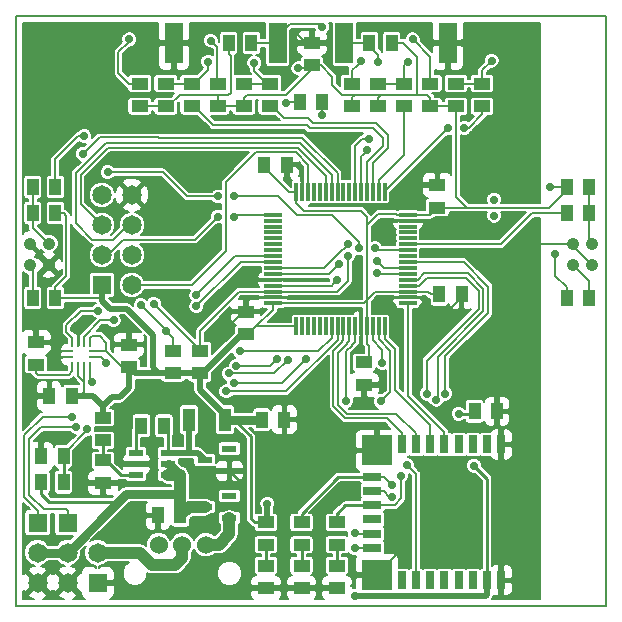
<source format=gtl>
G04 #@! TF.FileFunction,Copper,L1,Top,Signal*
%FSLAX46Y46*%
G04 Gerber Fmt 4.6, Leading zero omitted, Abs format (unit mm)*
G04 Created by KiCad (PCBNEW (2016-01-20 BZR 6502, Git 4c1d9af)-product) date Mon 29 Feb 2016 08:28:28 AM EST*
%MOMM*%
G01*
G04 APERTURE LIST*
%ADD10C,0.100000*%
%ADD11C,0.150000*%
%ADD12R,1.450000X1.000000*%
%ADD13R,1.000000X1.450000*%
%ADD14R,1.300000X0.600000*%
%ADD15R,1.100000X1.950000*%
%ADD16R,1.650000X1.650000*%
%ADD17C,1.650000*%
%ADD18C,1.524000*%
%ADD19C,1.055599*%
%ADD20R,0.250000X0.600000*%
%ADD21R,0.600000X0.250000*%
%ADD22R,1.250000X0.600000*%
%ADD23R,0.300000X1.500000*%
%ADD24R,1.500000X0.300000*%
%ADD25R,0.800000X1.500000*%
%ADD26R,1.500000X0.800000*%
%ADD27R,2.500000X2.500000*%
%ADD28R,1.500000X3.500000*%
%ADD29C,0.736600*%
%ADD30C,0.203200*%
%ADD31C,0.500000*%
%ADD32C,0.254000*%
%ADD33C,0.750000*%
%ADD34C,0.250000*%
%ADD35C,1.000000*%
G04 APERTURE END LIST*
D10*
D11*
X150000000Y-100000000D02*
X150000000Y-50000000D01*
X100000000Y-100000000D02*
X150000000Y-100000000D01*
X100000000Y-50000000D02*
X100000000Y-100000000D01*
X100000000Y-50000000D02*
X150000000Y-50000000D01*
D12*
X109600000Y-79750000D03*
X109600000Y-77850000D03*
D13*
X138850000Y-83500000D03*
X140750000Y-83500000D03*
X104750000Y-82200000D03*
X102850000Y-82200000D03*
D12*
X125100000Y-54200000D03*
X125100000Y-52300000D03*
D13*
X113950000Y-92300000D03*
X112050000Y-92300000D03*
D12*
X101700000Y-79550000D03*
X101700000Y-77650000D03*
D13*
X110650000Y-84700000D03*
X112550000Y-84700000D03*
X120850000Y-84200000D03*
X122750000Y-84200000D03*
D12*
X135700000Y-66250000D03*
X135700000Y-64350000D03*
X119500000Y-76950000D03*
X119500000Y-75050000D03*
D13*
X135850000Y-73600000D03*
X137750000Y-73600000D03*
X121050000Y-62600000D03*
X122950000Y-62600000D03*
D12*
X129500000Y-79350000D03*
X129500000Y-81250000D03*
D14*
X118100000Y-92550000D03*
X118100000Y-90650000D03*
X116000000Y-91600000D03*
D12*
X127200000Y-96550000D03*
X127200000Y-98450000D03*
X124200000Y-96550000D03*
X124200000Y-98450000D03*
D14*
X118100000Y-88550000D03*
X118100000Y-86650000D03*
X116000000Y-87600000D03*
D12*
X121200000Y-96550000D03*
X121200000Y-98450000D03*
D15*
X117700000Y-84200000D03*
X114700000Y-84200000D03*
D16*
X101858000Y-92926000D03*
D17*
X101858000Y-95466000D03*
X101858000Y-98006000D03*
D16*
X106938000Y-98006000D03*
D17*
X106938000Y-95466000D03*
D16*
X104398000Y-92926000D03*
D17*
X104398000Y-95466000D03*
X104398000Y-98006000D03*
D12*
X110500000Y-57650000D03*
X110500000Y-55750000D03*
D13*
X103350000Y-73900000D03*
X101450000Y-73900000D03*
X119950000Y-52300000D03*
X118050000Y-52300000D03*
D12*
X112700000Y-55750000D03*
X112700000Y-57650000D03*
D13*
X101450000Y-66700000D03*
X103350000Y-66700000D03*
D12*
X114900000Y-57650000D03*
X114900000Y-55750000D03*
D13*
X103350000Y-64500000D03*
X101450000Y-64500000D03*
D12*
X117100000Y-57650000D03*
X117100000Y-55750000D03*
X119300000Y-55750000D03*
X119300000Y-57650000D03*
X121500000Y-57650000D03*
X121500000Y-55750000D03*
X128500000Y-57650000D03*
X128500000Y-55750000D03*
X127200000Y-92900000D03*
X127200000Y-94800000D03*
X130700000Y-55750000D03*
X130700000Y-57650000D03*
X124200000Y-92900000D03*
X124200000Y-94800000D03*
D13*
X124050000Y-57300000D03*
X125950000Y-57300000D03*
D12*
X132900000Y-57650000D03*
X132900000Y-55750000D03*
X107400000Y-84050000D03*
X107400000Y-85950000D03*
X107400000Y-87650000D03*
X107400000Y-89550000D03*
X135100000Y-57650000D03*
X135100000Y-55750000D03*
D13*
X146650000Y-73900000D03*
X148550000Y-73900000D03*
D12*
X121200000Y-92900000D03*
X121200000Y-94800000D03*
X137300000Y-55750000D03*
X137300000Y-57650000D03*
D13*
X148550000Y-64500000D03*
X146650000Y-64500000D03*
X129950000Y-52300000D03*
X131850000Y-52300000D03*
D12*
X139500000Y-57650000D03*
X139500000Y-55750000D03*
D13*
X146650000Y-66700000D03*
X148550000Y-66700000D03*
X102150000Y-89500000D03*
X104050000Y-89500000D03*
X104050000Y-87300000D03*
X102150000Y-87300000D03*
D12*
X113300000Y-80250000D03*
X113300000Y-78350000D03*
X115600000Y-80250000D03*
X115600000Y-78350000D03*
D18*
X112100000Y-94800000D03*
X114100000Y-94800000D03*
X116100000Y-94800000D03*
D19*
X101200000Y-71100000D03*
X102800000Y-71100000D03*
X102800000Y-69300000D03*
X101200000Y-69300000D03*
D20*
X104800000Y-77750000D03*
D21*
X104625000Y-78425000D03*
X104625000Y-78925000D03*
D20*
X104800000Y-79600000D03*
X105300000Y-79600000D03*
X105800000Y-79600000D03*
X106300000Y-79600000D03*
D21*
X106475000Y-78925000D03*
X106475000Y-78425000D03*
D20*
X106300000Y-77750000D03*
X105800000Y-77750000D03*
X105300000Y-77750000D03*
D22*
X110200000Y-87000000D03*
X110200000Y-87950000D03*
X110200000Y-88900000D03*
X112900000Y-88900000D03*
X112900000Y-87950000D03*
X112900000Y-87000000D03*
D19*
X147200000Y-71100000D03*
X148800000Y-71100000D03*
X148800000Y-69300000D03*
X147200000Y-69300000D03*
D16*
X107300000Y-72800000D03*
D17*
X109840000Y-72800000D03*
X107300000Y-70260000D03*
X109840000Y-70260000D03*
X107300000Y-67720000D03*
X109840000Y-67720000D03*
X107300000Y-65180000D03*
X109840000Y-65180000D03*
D23*
X123750000Y-76300000D03*
X124250000Y-76300000D03*
X124750000Y-76300000D03*
X125250000Y-76300000D03*
X125750000Y-76300000D03*
X126250000Y-76300000D03*
X126750000Y-76300000D03*
X127250000Y-76300000D03*
X127750000Y-76300000D03*
X128250000Y-76300000D03*
X128750000Y-76300000D03*
X129250000Y-76300000D03*
X129750000Y-76300000D03*
X130250000Y-76300000D03*
X130750000Y-76300000D03*
X131250000Y-76300000D03*
D24*
X133200000Y-74350000D03*
X133200000Y-73850000D03*
X133200000Y-73350000D03*
X133200000Y-72850000D03*
X133200000Y-72350000D03*
X133200000Y-71850000D03*
X133200000Y-71350000D03*
X133200000Y-70850000D03*
X133200000Y-70350000D03*
X133200000Y-69850000D03*
X133200000Y-69350000D03*
X133200000Y-68850000D03*
X133200000Y-68350000D03*
X133200000Y-67850000D03*
X133200000Y-67350000D03*
X133200000Y-66850000D03*
D23*
X131250000Y-64900000D03*
X130750000Y-64900000D03*
X130250000Y-64900000D03*
X129750000Y-64900000D03*
X129250000Y-64900000D03*
X128750000Y-64900000D03*
X128250000Y-64900000D03*
X127750000Y-64900000D03*
X127250000Y-64900000D03*
X126750000Y-64900000D03*
X126250000Y-64900000D03*
X125750000Y-64900000D03*
X125250000Y-64900000D03*
X124750000Y-64900000D03*
X124250000Y-64900000D03*
X123750000Y-64900000D03*
D24*
X121800000Y-66850000D03*
X121800000Y-67350000D03*
X121800000Y-67850000D03*
X121800000Y-68350000D03*
X121800000Y-68850000D03*
X121800000Y-69350000D03*
X121800000Y-69850000D03*
X121800000Y-70350000D03*
X121800000Y-70850000D03*
X121800000Y-71350000D03*
X121800000Y-71850000D03*
X121800000Y-72350000D03*
X121800000Y-72850000D03*
X121800000Y-73350000D03*
X121800000Y-73850000D03*
X121800000Y-74350000D03*
D25*
X141100000Y-86300000D03*
X139900000Y-86300000D03*
X138700000Y-86300000D03*
X137500000Y-86300000D03*
X136300000Y-86300000D03*
X135100000Y-86300000D03*
X133900000Y-86300000D03*
X132700000Y-86300000D03*
D26*
X130200000Y-89050000D03*
X130200000Y-90250000D03*
X130200000Y-91450000D03*
X130200000Y-92650000D03*
X130200000Y-93850000D03*
X130200000Y-95050000D03*
D25*
X132700000Y-97800000D03*
X133900000Y-97800000D03*
X135100000Y-97800000D03*
X136300000Y-97800000D03*
X137500000Y-97800000D03*
X138700000Y-97800000D03*
X139900000Y-97800000D03*
X141100000Y-97800000D03*
D27*
X130581000Y-86808000D03*
X130581000Y-97349000D03*
D28*
X122200000Y-52300000D03*
X113400000Y-52300000D03*
X127800000Y-52300000D03*
X136600000Y-52300000D03*
D29*
X140500000Y-66923110D03*
X140500000Y-65576890D03*
X123935714Y-54455673D03*
X145262311Y-64521072D03*
X145700000Y-70200000D03*
X121300000Y-91300000D03*
X128700000Y-99100000D03*
X137500000Y-83700000D03*
X138800000Y-88100000D03*
X115700000Y-59500000D03*
X120397850Y-58583138D03*
X126700000Y-60800000D03*
X122872529Y-55537282D03*
X140500000Y-51900000D03*
X123626172Y-51361670D03*
X135100000Y-67600000D03*
X135700000Y-62900000D03*
X122988461Y-63811539D03*
X137900000Y-52300000D03*
X109500000Y-53900000D03*
X116396217Y-51165946D03*
X119260197Y-54000000D03*
X129133537Y-78156548D03*
X144100000Y-69300000D03*
X118728535Y-72176890D03*
X102800000Y-85700000D03*
X137000000Y-75700000D03*
X117700000Y-76000000D03*
X101300000Y-82200000D03*
X109600000Y-76500000D03*
X105300000Y-76200000D03*
X103300000Y-78700000D03*
X142100000Y-83500000D03*
X141100000Y-87900000D03*
X141100000Y-96000000D03*
X132500000Y-95300000D03*
X130600000Y-84765150D03*
X129500000Y-82600000D03*
X124100000Y-84200000D03*
X119146475Y-89600000D03*
X105900000Y-89600000D03*
X108839579Y-87807723D03*
X122917573Y-57373037D03*
X118026774Y-80288408D03*
X123035994Y-79155333D03*
X130600000Y-71800000D03*
X104772652Y-83937142D03*
X129766033Y-61386179D03*
X130711742Y-53887784D03*
X118475117Y-81131943D03*
X130600000Y-70800000D03*
X124600000Y-79100000D03*
X105133217Y-84807381D03*
X109600000Y-52000000D03*
X129873843Y-60435997D03*
X125966120Y-50949439D03*
X116300000Y-53900000D03*
X107794465Y-63240834D03*
X117126890Y-65300000D03*
X118473110Y-65300000D03*
X129076890Y-69700000D03*
X130423110Y-69700000D03*
X105800000Y-60200000D03*
X116500000Y-52100000D03*
X120200000Y-54000000D03*
X129226558Y-53846528D03*
X132657119Y-88955792D03*
X134800000Y-82000000D03*
X133200000Y-53900000D03*
X131846718Y-89766194D03*
X135595319Y-82503005D03*
X125900000Y-58438656D03*
X127400000Y-71000000D03*
X133600000Y-52000000D03*
X140300000Y-53800000D03*
X136626890Y-59500000D03*
X137973110Y-59500000D03*
X117819274Y-81805081D03*
X106049656Y-85015672D03*
X122099796Y-79073110D03*
X118682573Y-79615240D03*
X127210998Y-72377887D03*
X110600000Y-74500000D03*
X107000000Y-75000000D03*
X112700000Y-76700000D03*
X128114747Y-70329910D03*
X111700000Y-74400000D03*
X108300000Y-75800000D03*
X128133100Y-69361314D03*
X131853852Y-90705979D03*
X136386143Y-81995240D03*
X130909244Y-82650373D03*
X128700000Y-93800000D03*
X127991669Y-82610407D03*
X128700000Y-95100000D03*
X131048931Y-79400000D03*
X133100000Y-88000000D03*
X115300000Y-74600000D03*
X106500000Y-81000000D03*
X115293694Y-73653891D03*
X107662159Y-79367853D03*
X118500000Y-67000000D03*
X117126890Y-67000000D03*
X119000000Y-78400000D03*
X105700000Y-61700000D03*
D30*
X123935714Y-54455673D02*
X124844327Y-54455673D01*
X124844327Y-54455673D02*
X125100000Y-54200000D01*
X119300000Y-57650000D02*
X119300000Y-56946800D01*
X119300000Y-56946800D02*
X119546800Y-56700000D01*
X119546800Y-56700000D02*
X122907014Y-56700000D01*
X122907014Y-56700000D02*
X125113169Y-54493845D01*
X125113169Y-54493845D02*
X125113169Y-54213169D01*
X125113169Y-54213169D02*
X125100000Y-54200000D01*
X121800000Y-74350000D02*
X129450000Y-74350000D01*
X129450000Y-74350000D02*
X129800000Y-74000000D01*
D31*
X115600000Y-81250000D02*
X115600000Y-80250000D01*
X115600000Y-81675000D02*
X115600000Y-81250000D01*
X117700000Y-84200000D02*
X117700000Y-83775000D01*
X117700000Y-83775000D02*
X115600000Y-81675000D01*
D30*
X128708237Y-56691763D02*
X127668121Y-56691763D01*
X127668121Y-56691763D02*
X126806939Y-55830581D01*
X126806939Y-55830581D02*
X126806939Y-55178458D01*
X126806939Y-55178458D02*
X125828481Y-54200000D01*
X125828481Y-54200000D02*
X125100000Y-54200000D01*
X129200000Y-66500000D02*
X129750000Y-67050000D01*
X129750000Y-67050000D02*
X129750000Y-67750000D01*
X124396800Y-66500000D02*
X129200000Y-66500000D01*
X123750000Y-64900000D02*
X123750000Y-65853200D01*
X123750000Y-65853200D02*
X124396800Y-66500000D01*
X118200000Y-53400000D02*
X118050000Y-53250000D01*
X118050000Y-53250000D02*
X118050000Y-52300000D01*
X118200000Y-56500000D02*
X118200000Y-53400000D01*
X118000000Y-56700000D02*
X118200000Y-56500000D01*
X117000000Y-56700000D02*
X118000000Y-56700000D01*
X134000000Y-56691763D02*
X134000000Y-53500000D01*
X134000000Y-53500000D02*
X132800000Y-52300000D01*
X132800000Y-52300000D02*
X131850000Y-52300000D01*
X134000000Y-56691763D02*
X130955037Y-56691763D01*
X134844963Y-56691763D02*
X134000000Y-56691763D01*
X112700000Y-57650000D02*
X112925000Y-57650000D01*
X112925000Y-57650000D02*
X113875000Y-56700000D01*
X113875000Y-56700000D02*
X117000000Y-56700000D01*
X117000000Y-56700000D02*
X117100000Y-56800000D01*
X117100000Y-56800000D02*
X117100000Y-57650000D01*
X110500000Y-57650000D02*
X112700000Y-57650000D01*
X117100000Y-57650000D02*
X119300000Y-57650000D01*
X128708237Y-56691763D02*
X128500000Y-56900000D01*
X128500000Y-56900000D02*
X128500000Y-57650000D01*
X130955037Y-56691763D02*
X128708237Y-56691763D01*
X135100000Y-57650000D02*
X135100000Y-56946800D01*
X135100000Y-56946800D02*
X134844963Y-56691763D01*
X130955037Y-56691763D02*
X130700000Y-56946800D01*
X130700000Y-56946800D02*
X130700000Y-57650000D01*
X137300000Y-57650000D02*
X135100000Y-57650000D01*
X138200000Y-66250000D02*
X145125000Y-66250000D01*
X135700000Y-66250000D02*
X138200000Y-66250000D01*
X138200000Y-66250000D02*
X137300000Y-65350000D01*
X137300000Y-65350000D02*
X137300000Y-57650000D01*
X129750000Y-76300000D02*
X129750000Y-77777674D01*
X129750000Y-77777674D02*
X129907287Y-77934961D01*
X129907287Y-77934961D02*
X129907287Y-79167713D01*
X129907287Y-79167713D02*
X129725000Y-79350000D01*
X129725000Y-79350000D02*
X129500000Y-79350000D01*
X130450000Y-73350000D02*
X129800000Y-74000000D01*
X129800000Y-74000000D02*
X129750000Y-74050000D01*
X130700000Y-66800000D02*
X129750000Y-67750000D01*
X129750000Y-67750000D02*
X129750000Y-74050000D01*
X132196800Y-66800000D02*
X130700000Y-66800000D01*
X133200000Y-66850000D02*
X132246800Y-66850000D01*
X132246800Y-66850000D02*
X132196800Y-66800000D01*
X133200000Y-66850000D02*
X135100000Y-66850000D01*
X135100000Y-66850000D02*
X135700000Y-66250000D01*
X145125000Y-66250000D02*
X146650000Y-64725000D01*
X146650000Y-64725000D02*
X146650000Y-64500000D01*
X146650000Y-64500000D02*
X145283383Y-64500000D01*
X145283383Y-64500000D02*
X145262311Y-64521072D01*
X146650000Y-73900000D02*
X146650000Y-72971800D01*
X146650000Y-72971800D02*
X145700000Y-72021800D01*
X145700000Y-72021800D02*
X145700000Y-70200000D01*
X123750000Y-64900000D02*
X123125000Y-64900000D01*
X123125000Y-64900000D02*
X121050000Y-62825000D01*
X121050000Y-62825000D02*
X121050000Y-62600000D01*
X135850000Y-73600000D02*
X135146800Y-73600000D01*
X135146800Y-73600000D02*
X134896800Y-73350000D01*
X134896800Y-73350000D02*
X134153200Y-73350000D01*
X134153200Y-73350000D02*
X133200000Y-73350000D01*
X129750000Y-74050000D02*
X129750000Y-76300000D01*
X133200000Y-73350000D02*
X130450000Y-73350000D01*
X121800000Y-74875000D02*
X120375000Y-76300000D01*
X120375000Y-76300000D02*
X119725000Y-76950000D01*
X121678660Y-76300000D02*
X120375000Y-76300000D01*
X123750000Y-76300000D02*
X121678660Y-76300000D01*
X119569269Y-76880731D02*
X119500000Y-76950000D01*
D31*
X115600000Y-80250000D02*
X115825000Y-80250000D01*
X115825000Y-80250000D02*
X119125000Y-76950000D01*
X119125000Y-76950000D02*
X119500000Y-76950000D01*
D30*
X121800000Y-74350000D02*
X121800000Y-74875000D01*
X119725000Y-76950000D02*
X119500000Y-76950000D01*
D31*
X109400000Y-74800000D02*
X107975000Y-74800000D01*
X107975000Y-74800000D02*
X107300000Y-74125000D01*
X107300000Y-74125000D02*
X107300000Y-72800000D01*
X111600000Y-77000000D02*
X109400000Y-74800000D01*
X111600000Y-79775000D02*
X111600000Y-77000000D01*
X113300000Y-80250000D02*
X112075000Y-80250000D01*
X112075000Y-80250000D02*
X111600000Y-79775000D01*
D30*
X105300000Y-79600000D02*
X105300000Y-80476425D01*
X105300000Y-80476425D02*
X105800000Y-80976425D01*
X105800000Y-80976425D02*
X105800000Y-81000000D01*
X105800000Y-79600000D02*
X105800000Y-81000000D01*
X105800000Y-81000000D02*
X105800000Y-81853200D01*
X104300000Y-66946800D02*
X104300000Y-72021800D01*
X104300000Y-72021800D02*
X103350000Y-72971800D01*
X103350000Y-72971800D02*
X103350000Y-73900000D01*
X103350000Y-66700000D02*
X104053200Y-66700000D01*
X104053200Y-66700000D02*
X104300000Y-66946800D01*
X103350000Y-73900000D02*
X107228200Y-73900000D01*
X107228200Y-73900000D02*
X107300000Y-73828200D01*
X107300000Y-73828200D02*
X107300000Y-72800000D01*
X107100000Y-77100000D02*
X107671226Y-77671226D01*
X107671226Y-77671226D02*
X107671226Y-78425000D01*
X106446800Y-77100000D02*
X107100000Y-77100000D01*
X106300000Y-77750000D02*
X106300000Y-77246800D01*
X106300000Y-77246800D02*
X106446800Y-77100000D01*
X106475000Y-78425000D02*
X107671226Y-78425000D01*
X107671226Y-78425000D02*
X108996226Y-79750000D01*
X108996226Y-79750000D02*
X109600000Y-79750000D01*
X105800000Y-81853200D02*
X105453200Y-82200000D01*
X105453200Y-82200000D02*
X104750000Y-82200000D01*
D31*
X113300000Y-80250000D02*
X110100000Y-80250000D01*
X110100000Y-80250000D02*
X109600000Y-79750000D01*
X115600000Y-80250000D02*
X113300000Y-80250000D01*
X108800000Y-82300000D02*
X109600000Y-81500000D01*
X109600000Y-81500000D02*
X109600000Y-79750000D01*
X108150000Y-82300000D02*
X108800000Y-82300000D01*
X107400000Y-83050000D02*
X108150000Y-82300000D01*
X107400000Y-84050000D02*
X107400000Y-83050000D01*
X107400000Y-83050000D02*
X106550000Y-82200000D01*
X106550000Y-82200000D02*
X104750000Y-82200000D01*
X121300000Y-91300000D02*
X121300000Y-92800000D01*
X121300000Y-92800000D02*
X121200000Y-92900000D01*
X139900000Y-97800000D02*
X139900000Y-99050000D01*
X139900000Y-99050000D02*
X139850000Y-99100000D01*
X139850000Y-99100000D02*
X128700000Y-99100000D01*
D32*
X137500000Y-83700000D02*
X138650000Y-83700000D01*
X138650000Y-83700000D02*
X138850000Y-83500000D01*
X139900000Y-97800000D02*
X139900000Y-89200000D01*
X139900000Y-89200000D02*
X138800000Y-88100000D01*
D33*
X120850000Y-84200000D02*
X117700000Y-84200000D01*
D34*
X121200000Y-92900000D02*
X120225000Y-92900000D01*
X118500000Y-84200000D02*
X117700000Y-84200000D01*
X120225000Y-92900000D02*
X119893785Y-92568785D01*
X119893785Y-92568785D02*
X119893785Y-85593785D01*
X119893785Y-85593785D02*
X118500000Y-84200000D01*
D30*
X126700000Y-60800000D02*
X125274750Y-60800000D01*
X125274750Y-60800000D02*
X124137399Y-59662649D01*
X124137399Y-59662649D02*
X115862649Y-59662649D01*
X115862649Y-59662649D02*
X115700000Y-59500000D01*
X123626172Y-51361670D02*
X123262604Y-51725238D01*
X123262604Y-51725238D02*
X123262604Y-55147207D01*
X123262604Y-55147207D02*
X123240828Y-55168983D01*
X123240828Y-55168983D02*
X122872529Y-55537282D01*
X125100000Y-52300000D02*
X124564502Y-52300000D01*
X124564502Y-52300000D02*
X123626172Y-51361670D01*
X133200000Y-67350000D02*
X134850000Y-67350000D01*
X134850000Y-67350000D02*
X135100000Y-67600000D01*
X135700000Y-64350000D02*
X135700000Y-62900000D01*
X122950000Y-62600000D02*
X122950000Y-63773078D01*
X122950000Y-63773078D02*
X122988461Y-63811539D01*
X136600000Y-52300000D02*
X137900000Y-52300000D01*
X129250000Y-78040085D02*
X129133537Y-78156548D01*
X129250000Y-76300000D02*
X129250000Y-78040085D01*
X147200000Y-69300000D02*
X144100000Y-69300000D01*
X148800000Y-71100000D02*
X147200000Y-69500000D01*
X147200000Y-69500000D02*
X147200000Y-69300000D01*
X124250000Y-64900000D02*
X124250000Y-63196800D01*
X124250000Y-63196800D02*
X123653200Y-62600000D01*
X123653200Y-62600000D02*
X122950000Y-62600000D01*
X121800000Y-72350000D02*
X118901645Y-72350000D01*
X118901645Y-72350000D02*
X118728535Y-72176890D01*
X102150000Y-87300000D02*
X102150000Y-86350000D01*
X102150000Y-86350000D02*
X102800000Y-85700000D01*
X137750000Y-73600000D02*
X137750000Y-74950000D01*
X137750000Y-74950000D02*
X137000000Y-75700000D01*
X133200000Y-73850000D02*
X134153200Y-73850000D01*
X134153200Y-73850000D02*
X135403200Y-75100000D01*
X135403200Y-75100000D02*
X136475000Y-75100000D01*
X136475000Y-75100000D02*
X137750000Y-73825000D01*
X137750000Y-73825000D02*
X137750000Y-73600000D01*
X119500000Y-75050000D02*
X119275000Y-75050000D01*
X119275000Y-75050000D02*
X118325000Y-76000000D01*
X118325000Y-76000000D02*
X117700000Y-76000000D01*
X121800000Y-73850000D02*
X119996800Y-73850000D01*
X119996800Y-73850000D02*
X119500000Y-74346800D01*
X119500000Y-74346800D02*
X119500000Y-75050000D01*
X102850000Y-82200000D02*
X101300000Y-82200000D01*
X109600000Y-77850000D02*
X109600000Y-76500000D01*
X105300000Y-77750000D02*
X105300000Y-76200000D01*
X104625000Y-78425000D02*
X103575000Y-78425000D01*
X103575000Y-78425000D02*
X103300000Y-78700000D01*
X104625000Y-78925000D02*
X103525000Y-78925000D01*
X103525000Y-78925000D02*
X103300000Y-78700000D01*
X140750000Y-83500000D02*
X142100000Y-83500000D01*
X141100000Y-86300000D02*
X141100000Y-87900000D01*
X141100000Y-97800000D02*
X141100000Y-96000000D01*
X130581000Y-97349000D02*
X130581000Y-97219000D01*
X130581000Y-97219000D02*
X132500000Y-95300000D01*
X130581000Y-86808000D02*
X130581000Y-84784150D01*
X130581000Y-84784150D02*
X130600000Y-84765150D01*
X129500000Y-81250000D02*
X129500000Y-82600000D01*
D32*
X122750000Y-84200000D02*
X124100000Y-84200000D01*
X118100000Y-88550000D02*
X118100000Y-88553525D01*
X118100000Y-88553525D02*
X119146475Y-89600000D01*
X107400000Y-89550000D02*
X105950000Y-89550000D01*
X105950000Y-89550000D02*
X105900000Y-89600000D01*
X110200000Y-87950000D02*
X108981856Y-87950000D01*
X108981856Y-87950000D02*
X108839579Y-87807723D01*
D34*
X102150000Y-89500000D02*
X102150000Y-90475000D01*
X102150000Y-90475000D02*
X102839000Y-91164000D01*
X102839000Y-91164000D02*
X108700000Y-91164000D01*
D33*
X104398000Y-95466000D02*
X108700000Y-91164000D01*
X108700000Y-91164000D02*
X109364000Y-90500000D01*
X104398000Y-95466000D02*
X101858000Y-95466000D01*
D35*
X113950000Y-88950000D02*
X113950000Y-90500000D01*
X113950000Y-90500000D02*
X113950000Y-92300000D01*
D33*
X109364000Y-90500000D02*
X113950000Y-90500000D01*
X112900000Y-87950000D02*
X112950000Y-87950000D01*
X112950000Y-87950000D02*
X113900000Y-88900000D01*
D35*
X116000000Y-91600000D02*
X114650000Y-91600000D01*
X114650000Y-91600000D02*
X113950000Y-92300000D01*
X113900000Y-88900000D02*
X113950000Y-88950000D01*
X112900000Y-88900000D02*
X113900000Y-88900000D01*
D30*
X104800000Y-79600000D02*
X104800000Y-80103200D01*
X104800000Y-80103200D02*
X104500000Y-80403200D01*
X104500000Y-80403200D02*
X102778200Y-80403200D01*
X102778200Y-80403200D02*
X102775000Y-80400000D01*
X102775000Y-80400000D02*
X101846800Y-80400000D01*
X101846800Y-80400000D02*
X101700000Y-80253200D01*
X101700000Y-80253200D02*
X101700000Y-79550000D01*
D34*
X110200000Y-87000000D02*
X110200000Y-85150000D01*
X110200000Y-85150000D02*
X110650000Y-84700000D01*
D31*
X114800000Y-87000000D02*
X115400000Y-87000000D01*
X112900000Y-87000000D02*
X114800000Y-87000000D01*
X114800000Y-87000000D02*
X114700000Y-86900000D01*
X114700000Y-86900000D02*
X114700000Y-84200000D01*
X115400000Y-87000000D02*
X116000000Y-87600000D01*
D33*
X114600000Y-84300000D02*
X114700000Y-84200000D01*
D34*
X112900000Y-87000000D02*
X112900000Y-85050000D01*
X112900000Y-85050000D02*
X112550000Y-84700000D01*
D35*
X117200000Y-94800000D02*
X118100000Y-93900000D01*
X118100000Y-93900000D02*
X118100000Y-92550000D01*
X116100000Y-94800000D02*
X117200000Y-94800000D01*
D34*
X127200000Y-94800000D02*
X127200000Y-96550000D01*
X124200000Y-94800000D02*
X124200000Y-96550000D01*
D30*
X122990610Y-57300000D02*
X122917573Y-57373037D01*
X124050000Y-57300000D02*
X122990610Y-57300000D01*
D34*
X121200000Y-94800000D02*
X121200000Y-96550000D01*
D30*
X118547628Y-80288408D02*
X118026774Y-80288408D01*
X121902919Y-80288408D02*
X118547628Y-80288408D01*
X123035994Y-79155333D02*
X121902919Y-80288408D01*
X130600000Y-71800000D02*
X130650000Y-71850000D01*
X130650000Y-71850000D02*
X132246800Y-71850000D01*
X132246800Y-71850000D02*
X133200000Y-71850000D01*
X104772652Y-83937142D02*
X102283661Y-83937142D01*
X102283661Y-83937142D02*
X100727321Y-85493482D01*
X100727321Y-90767121D02*
X101858000Y-91897800D01*
X100727321Y-85493482D02*
X100727321Y-90767121D01*
X101858000Y-91897800D02*
X101858000Y-92926000D01*
D35*
X114100000Y-94800000D02*
X114100000Y-95877630D01*
X114100000Y-95877630D02*
X113477630Y-96500000D01*
X110512002Y-95466000D02*
X108104726Y-95466000D01*
X113477630Y-96500000D02*
X111546002Y-96500000D01*
X111546002Y-96500000D02*
X110512002Y-95466000D01*
X108104726Y-95466000D02*
X106938000Y-95466000D01*
D30*
X129250000Y-61902212D02*
X129397734Y-61754478D01*
X129250000Y-64900000D02*
X129250000Y-61902212D01*
X129397734Y-61754478D02*
X129766033Y-61386179D01*
X129950000Y-52300000D02*
X129246800Y-52300000D01*
X129246800Y-52300000D02*
X127800000Y-52300000D01*
X129950000Y-52525000D02*
X130711742Y-53286742D01*
X129950000Y-52300000D02*
X129950000Y-52525000D01*
X130711742Y-53286742D02*
X130711742Y-53887784D01*
X124600000Y-79100000D02*
X122568057Y-81131943D01*
X122568057Y-81131943D02*
X118995971Y-81131943D01*
X118995971Y-81131943D02*
X118475117Y-81131943D01*
X130600000Y-70800000D02*
X131150000Y-71350000D01*
X131150000Y-71350000D02*
X133200000Y-71350000D01*
X105133217Y-84807381D02*
X102151535Y-84807381D01*
X102151535Y-84807381D02*
X101133732Y-85825184D01*
X101133732Y-85825184D02*
X101133732Y-90570133D01*
X101133732Y-90570133D02*
X102359798Y-91796199D01*
X102359798Y-91796199D02*
X104296399Y-91796199D01*
X104296399Y-91796199D02*
X104398000Y-91897800D01*
X104398000Y-91897800D02*
X104398000Y-92926000D01*
X108700000Y-53100000D02*
X109600000Y-52200000D01*
X109600000Y-52200000D02*
X109600000Y-52000000D01*
X108700000Y-54878200D02*
X108700000Y-53100000D01*
X110500000Y-55750000D02*
X109571800Y-55750000D01*
X109571800Y-55750000D02*
X108700000Y-54878200D01*
X101450000Y-73900000D02*
X101450000Y-71350000D01*
X101450000Y-71350000D02*
X101200000Y-71100000D01*
X128750000Y-61038986D02*
X129352989Y-60435997D01*
X128750000Y-64900000D02*
X128750000Y-61038986D01*
X129352989Y-60435997D02*
X129873843Y-60435997D01*
X122200000Y-52300000D02*
X122200000Y-51678921D01*
X125705241Y-50688560D02*
X125966120Y-50949439D01*
X122200000Y-51678921D02*
X123190361Y-50688560D01*
X123190361Y-50688560D02*
X125705241Y-50688560D01*
X119950000Y-52300000D02*
X120653200Y-52300000D01*
X120653200Y-52300000D02*
X122200000Y-52300000D01*
X114900000Y-55750000D02*
X115125000Y-55750000D01*
X115125000Y-55750000D02*
X116300000Y-54575000D01*
X116300000Y-54575000D02*
X116300000Y-53900000D01*
X114900000Y-55750000D02*
X113971800Y-55750000D01*
X113971800Y-55750000D02*
X112700000Y-55750000D01*
X101450000Y-64500000D02*
X101450000Y-66700000D01*
X102800000Y-69300000D02*
X101450000Y-67950000D01*
X101450000Y-67950000D02*
X101450000Y-66700000D01*
X129750000Y-64900000D02*
X129750000Y-62370369D01*
X131090218Y-60347534D02*
X130260871Y-59518187D01*
X129750000Y-62370369D02*
X131090218Y-61030151D01*
X131090218Y-61030151D02*
X131090218Y-60347534D01*
X130260871Y-59518187D02*
X124890219Y-59518187D01*
X124890219Y-59518187D02*
X124628271Y-59256239D01*
X124628271Y-59256239D02*
X116731239Y-59256239D01*
X116731239Y-59256239D02*
X115125000Y-57650000D01*
X115125000Y-57650000D02*
X114900000Y-57650000D01*
X108315319Y-63240834D02*
X107794465Y-63240834D01*
X112440834Y-63240834D02*
X108315319Y-63240834D01*
X113300000Y-64100000D02*
X112440834Y-63240834D01*
X113400000Y-64200000D02*
X113300000Y-64100000D01*
X117126890Y-65300000D02*
X114500000Y-65300000D01*
X114500000Y-65300000D02*
X113300000Y-64100000D01*
X122200000Y-65300000D02*
X118473110Y-65300000D01*
X123806410Y-66906410D02*
X122200000Y-65300000D01*
X129076890Y-69700000D02*
X129076890Y-69179146D01*
X129076890Y-69179146D02*
X126804154Y-66906410D01*
X126804154Y-66906410D02*
X123806410Y-66906410D01*
X133200000Y-69850000D02*
X130573110Y-69850000D01*
X130573110Y-69850000D02*
X130423110Y-69700000D01*
X105800000Y-60200000D02*
X105279146Y-60200000D01*
X105279146Y-60200000D02*
X103350000Y-62129146D01*
X103350000Y-62129146D02*
X103350000Y-63571800D01*
X103350000Y-63571800D02*
X103350000Y-64500000D01*
X117100000Y-55750000D02*
X117074268Y-55724268D01*
X117074268Y-55724268D02*
X117074268Y-52674268D01*
X117074268Y-52674268D02*
X116500000Y-52100000D01*
X119300000Y-55750000D02*
X121500000Y-55750000D01*
X121500000Y-55750000D02*
X121275000Y-55750000D01*
X121275000Y-55750000D02*
X120200000Y-54675000D01*
X120200000Y-54675000D02*
X120200000Y-54000000D01*
X130250000Y-64900000D02*
X130250000Y-62445120D01*
X124716218Y-58625000D02*
X122700000Y-58625000D01*
X122700000Y-58625000D02*
X121725000Y-57650000D01*
X130250000Y-62445120D02*
X131499362Y-61195758D01*
X131499362Y-61195758D02*
X131499362Y-60082143D01*
X131499362Y-60082143D02*
X130528995Y-59111776D01*
X130528995Y-59111776D02*
X125202994Y-59111776D01*
X125202994Y-59111776D02*
X124716218Y-58625000D01*
X121725000Y-57650000D02*
X121500000Y-57650000D01*
X128858259Y-54214827D02*
X129226558Y-53846528D01*
X128500000Y-54573086D02*
X128858259Y-54214827D01*
X128500000Y-55750000D02*
X128500000Y-54573086D01*
X132657119Y-89476646D02*
X132657119Y-88955792D01*
X132657119Y-90864901D02*
X132657119Y-89476646D01*
X132072020Y-91450000D02*
X132657119Y-90864901D01*
X130200000Y-91450000D02*
X132072020Y-91450000D01*
X138123642Y-72200000D02*
X134803200Y-72200000D01*
X134803200Y-72200000D02*
X134153200Y-72850000D01*
X134153200Y-72850000D02*
X133200000Y-72850000D01*
X139200000Y-74800000D02*
X139200000Y-73276358D01*
X139200000Y-73276358D02*
X138123642Y-72200000D01*
X134800000Y-79200000D02*
X139200000Y-74800000D01*
X134800000Y-82000000D02*
X134800000Y-79200000D01*
D34*
X130200000Y-91450000D02*
X127900000Y-91450000D01*
X127900000Y-91450000D02*
X127200000Y-92150000D01*
X127200000Y-92150000D02*
X127200000Y-92900000D01*
D30*
X132900000Y-55750000D02*
X130700000Y-55750000D01*
X132900000Y-55750000D02*
X132900000Y-54200000D01*
X132900000Y-54200000D02*
X133200000Y-53900000D01*
X130200000Y-89050000D02*
X131153200Y-89050000D01*
X131846718Y-89743518D02*
X131846718Y-89766194D01*
X131153200Y-89050000D02*
X131846718Y-89743518D01*
X135713042Y-82318329D02*
X135713042Y-78861708D01*
X135713042Y-78861708D02*
X139606410Y-74968340D01*
X139606410Y-74968340D02*
X139606409Y-73108017D01*
X139606409Y-73108017D02*
X138291982Y-71793590D01*
X138291982Y-71793590D02*
X134606410Y-71793590D01*
X134606410Y-71793590D02*
X134050000Y-72350000D01*
X134050000Y-72350000D02*
X133200000Y-72350000D01*
D34*
X130200000Y-89050000D02*
X127300000Y-89050000D01*
X127300000Y-89050000D02*
X124200000Y-92150000D01*
X124200000Y-92150000D02*
X124200000Y-92900000D01*
D30*
X125950000Y-58388656D02*
X125900000Y-58438656D01*
X125950000Y-57300000D02*
X125950000Y-58388656D01*
X127400000Y-71000000D02*
X126550000Y-71850000D01*
X126550000Y-71850000D02*
X121800000Y-71850000D01*
X132900000Y-57650000D02*
X132900000Y-61796800D01*
X132900000Y-61796800D02*
X130750000Y-63946800D01*
X130750000Y-63946800D02*
X130750000Y-64900000D01*
D34*
X107400000Y-85950000D02*
X107400000Y-87650000D01*
X110200000Y-88900000D02*
X108875000Y-88900000D01*
X108875000Y-88900000D02*
X107625000Y-87650000D01*
X107625000Y-87650000D02*
X107400000Y-87650000D01*
D30*
X135100000Y-55750000D02*
X135100000Y-53500000D01*
X135100000Y-53500000D02*
X133600000Y-52000000D01*
X148550000Y-73900000D02*
X148550000Y-72450000D01*
X148550000Y-72450000D02*
X147200000Y-71100000D01*
X139500000Y-55750000D02*
X139500000Y-54600000D01*
X139500000Y-54600000D02*
X140300000Y-53800000D01*
X137300000Y-55750000D02*
X138228200Y-55750000D01*
X138228200Y-55750000D02*
X139500000Y-55750000D01*
X148550000Y-64500000D02*
X148550000Y-66700000D01*
X148550000Y-66700000D02*
X148550000Y-69050000D01*
X148550000Y-69050000D02*
X148800000Y-69300000D01*
X131250000Y-64876890D02*
X131250000Y-64900000D01*
X136626890Y-59500000D02*
X131250000Y-64876890D01*
X139500000Y-57650000D02*
X139500000Y-58353200D01*
X139500000Y-58353200D02*
X138353200Y-59500000D01*
X138353200Y-59500000D02*
X137973110Y-59500000D01*
X141050000Y-69350000D02*
X143700000Y-66700000D01*
X143700000Y-66700000D02*
X146650000Y-66700000D01*
X133200000Y-69350000D02*
X141050000Y-69350000D01*
X127250000Y-77434081D02*
X122879000Y-81805081D01*
X118340128Y-81805081D02*
X117819274Y-81805081D01*
X127250000Y-76300000D02*
X127250000Y-77434081D01*
X122879000Y-81805081D02*
X118340128Y-81805081D01*
X104050000Y-87075000D02*
X106049656Y-85075344D01*
X104050000Y-87300000D02*
X104050000Y-87075000D01*
X106049656Y-85075344D02*
X106049656Y-85015672D01*
D34*
X104050000Y-89500000D02*
X104050000Y-87300000D01*
D30*
X118682573Y-79615240D02*
X121557666Y-79615240D01*
X121557666Y-79615240D02*
X122099796Y-79073110D01*
X126842699Y-72746186D02*
X127210998Y-72377887D01*
X126738885Y-72850000D02*
X126842699Y-72746186D01*
X121800000Y-72850000D02*
X126738885Y-72850000D01*
X110600000Y-74500000D02*
X112700000Y-76600000D01*
X112700000Y-76600000D02*
X112700000Y-76700000D01*
X104300000Y-76746800D02*
X104300000Y-76203810D01*
X104300000Y-76203810D02*
X105503810Y-75000000D01*
X105503810Y-75000000D02*
X107000000Y-75000000D01*
X104800000Y-77750000D02*
X104800000Y-77246800D01*
X104800000Y-77246800D02*
X104300000Y-76746800D01*
X113300000Y-78350000D02*
X113300000Y-77300000D01*
X113300000Y-77300000D02*
X112700000Y-76700000D01*
X128114747Y-70850764D02*
X128114747Y-70329910D01*
X127235075Y-73350000D02*
X128114747Y-72470328D01*
X121800000Y-73350000D02*
X127235075Y-73350000D01*
X128114747Y-72470328D02*
X128114747Y-70850764D01*
X115600000Y-78350000D02*
X115600000Y-76676358D01*
X118926358Y-73350000D02*
X120846800Y-73350000D01*
X115600000Y-76676358D02*
X118926358Y-73350000D01*
X120846800Y-73350000D02*
X121800000Y-73350000D01*
X111700000Y-74400000D02*
X115600000Y-78300000D01*
X115600000Y-78300000D02*
X115600000Y-78350000D01*
X105800000Y-77750000D02*
X105800000Y-77172050D01*
X105800000Y-77172050D02*
X107172050Y-75800000D01*
X107172050Y-75800000D02*
X108300000Y-75800000D01*
X127764801Y-69729613D02*
X128133100Y-69361314D01*
X127693532Y-69729613D02*
X127764801Y-69729613D01*
X121800000Y-71350000D02*
X126073145Y-71350000D01*
X126073145Y-71350000D02*
X127693532Y-69729613D01*
X133200000Y-74703200D02*
X133200000Y-74350000D01*
X136300000Y-85275572D02*
X133200000Y-82175572D01*
X136300000Y-86300000D02*
X136300000Y-85275572D01*
X133200000Y-82175572D02*
X133200000Y-74703200D01*
X132128451Y-81678773D02*
X132128451Y-78208741D01*
X132128451Y-78208741D02*
X131250000Y-77330290D01*
X135100000Y-86300000D02*
X135100000Y-84650322D01*
X135100000Y-84650322D02*
X132128451Y-81678773D01*
X131250000Y-77330290D02*
X131250000Y-76300000D01*
X128089656Y-83685629D02*
X127318568Y-82914541D01*
X132238829Y-83685629D02*
X128089656Y-83685629D01*
X128250000Y-77509495D02*
X128250000Y-77253200D01*
X128062822Y-77770761D02*
X128062822Y-77724902D01*
X128156411Y-77631313D02*
X128156411Y-77603084D01*
X128062822Y-77724902D02*
X128156411Y-77631313D01*
X128250000Y-77253200D02*
X128250000Y-76300000D01*
X127318568Y-78515014D02*
X128062822Y-77770761D01*
X127318568Y-82914541D02*
X127318568Y-78515014D01*
X133900000Y-85346800D02*
X132238829Y-83685629D01*
X133900000Y-86300000D02*
X133900000Y-85346800D01*
X128156411Y-77603084D02*
X128250000Y-77509495D01*
X127750000Y-77253200D02*
X127750000Y-76300000D01*
X126904581Y-83075304D02*
X126904581Y-78354250D01*
X127750000Y-77462973D02*
X127750000Y-77253200D01*
X132700000Y-85346800D02*
X131445240Y-84092040D01*
X127656411Y-77556562D02*
X127750000Y-77462973D01*
X127656411Y-77602421D02*
X127656411Y-77556562D01*
X126904581Y-78354250D02*
X127656411Y-77602421D01*
X127921317Y-84092040D02*
X126904581Y-83075304D01*
X132700000Y-86300000D02*
X132700000Y-85346800D01*
X131445240Y-84092040D02*
X127921317Y-84092040D01*
X131153200Y-90250000D02*
X131609179Y-90705979D01*
X130200000Y-90250000D02*
X131153200Y-90250000D01*
X131609179Y-90705979D02*
X131853852Y-90705979D01*
X133200000Y-70850000D02*
X137930198Y-70850000D01*
X137930198Y-70850000D02*
X140021070Y-72940872D01*
X140021070Y-72940872D02*
X140021070Y-75183702D01*
X140021070Y-75183702D02*
X136364949Y-78839823D01*
X136364949Y-78839823D02*
X136364949Y-81974046D01*
X136364949Y-81974046D02*
X136386143Y-81995240D01*
X131277543Y-82282074D02*
X130909244Y-82650373D01*
X131722040Y-81837577D02*
X131277543Y-82282074D01*
X130750000Y-77405040D02*
X131722040Y-78377080D01*
X131722040Y-78377080D02*
X131722040Y-81837577D01*
X130750000Y-76300000D02*
X130750000Y-77405040D01*
X130200000Y-93850000D02*
X128750000Y-93850000D01*
X128750000Y-93850000D02*
X128700000Y-93800000D01*
X127991669Y-82089553D02*
X127991669Y-82610407D01*
X127991669Y-78416664D02*
X127991669Y-82089553D01*
X128469233Y-77939101D02*
X127991669Y-78416664D01*
X128469233Y-77893242D02*
X128469233Y-77939101D01*
X128562822Y-77799653D02*
X128469233Y-77893242D01*
X128562822Y-77771424D02*
X128562822Y-77799653D01*
X128750000Y-76300000D02*
X128750000Y-77584245D01*
X128750000Y-77584245D02*
X128562822Y-77771424D01*
X128700000Y-95100000D02*
X130150000Y-95100000D01*
X130150000Y-95100000D02*
X130200000Y-95050000D01*
X130250000Y-77479792D02*
X130250000Y-77253200D01*
X130250000Y-77253200D02*
X130250000Y-76300000D01*
X131048931Y-78278723D02*
X130250000Y-77479792D01*
X131048931Y-79400000D02*
X131048931Y-78278723D01*
X133900000Y-97800000D02*
X133900000Y-88800000D01*
X133900000Y-88800000D02*
X133100000Y-88000000D01*
X119049520Y-70850000D02*
X115300000Y-74599520D01*
X115300000Y-74599520D02*
X115300000Y-74600000D01*
X121800000Y-70850000D02*
X119049520Y-70850000D01*
X106300000Y-79600000D02*
X106300000Y-80800000D01*
X106300000Y-80800000D02*
X106500000Y-81000000D01*
X121800000Y-70350000D02*
X118597585Y-70350000D01*
X118597585Y-70350000D02*
X115293694Y-73653891D01*
X106475000Y-78925000D02*
X107219306Y-78925000D01*
X107219306Y-78925000D02*
X107662159Y-79367853D01*
X124750000Y-64900000D02*
X124750000Y-62626358D01*
X124750000Y-62626358D02*
X123693841Y-61570199D01*
X123693841Y-61570199D02*
X120306159Y-61570199D01*
X120306159Y-61570199D02*
X117800000Y-64076358D01*
X117800000Y-64076358D02*
X117800000Y-69900000D01*
X117800000Y-69900000D02*
X114900000Y-72800000D01*
X114900000Y-72800000D02*
X109840000Y-72800000D01*
X107300000Y-70260000D02*
X107802460Y-70260000D01*
X109106101Y-68956359D02*
X115170531Y-68956359D01*
X107802460Y-70260000D02*
X109106101Y-68956359D01*
X115170531Y-68956359D02*
X117126890Y-67000000D01*
X121800000Y-66850000D02*
X118650000Y-66850000D01*
X118650000Y-66850000D02*
X118500000Y-67000000D01*
X126750000Y-76300000D02*
X126750000Y-77253200D01*
X126750000Y-77253200D02*
X125603200Y-78400000D01*
X125603200Y-78400000D02*
X119000000Y-78400000D01*
X126250000Y-64900000D02*
X126250000Y-63551608D01*
X126250000Y-63551608D02*
X123862181Y-61163789D01*
X123862181Y-61163789D02*
X107836211Y-61163789D01*
X107836211Y-61163789D02*
X105500000Y-63500000D01*
X105500000Y-63500000D02*
X105500000Y-65920000D01*
X105500000Y-65920000D02*
X107300000Y-67720000D01*
X126750000Y-64900000D02*
X126750000Y-63450000D01*
X126750000Y-63450000D02*
X125700000Y-62400000D01*
X125700000Y-62400000D02*
X125673142Y-62400000D01*
X105093590Y-63331660D02*
X105093590Y-67575685D01*
X125673142Y-62400000D02*
X124030521Y-60757379D01*
X124030521Y-60757379D02*
X107667870Y-60757380D01*
X107667870Y-60757380D02*
X105093590Y-63331660D01*
X105093590Y-67575685D02*
X106499302Y-68981397D01*
X109473863Y-67720000D02*
X109840000Y-67720000D01*
X106499302Y-68981397D02*
X108212466Y-68981397D01*
X108212466Y-68981397D02*
X109473863Y-67720000D01*
X127250000Y-64900000D02*
X127250000Y-63350000D01*
X107100000Y-60300000D02*
X105700000Y-61700000D01*
X127250000Y-63350000D02*
X124226188Y-60326188D01*
X124226188Y-60326188D02*
X112126188Y-60326188D01*
X112100000Y-60300000D02*
X107100000Y-60300000D01*
X112126188Y-60326188D02*
X112100000Y-60300000D01*
G36*
X101175693Y-91790229D02*
X101033000Y-91790229D01*
X100914073Y-91813885D01*
X100813252Y-91881252D01*
X100745885Y-91982073D01*
X100722229Y-92101000D01*
X100722229Y-93751000D01*
X100745885Y-93869927D01*
X100813252Y-93970748D01*
X100914073Y-94038115D01*
X101033000Y-94061771D01*
X102683000Y-94061771D01*
X102801927Y-94038115D01*
X102902748Y-93970748D01*
X102970115Y-93869927D01*
X102993771Y-93751000D01*
X102993771Y-92202599D01*
X103262229Y-92202599D01*
X103262229Y-93751000D01*
X103285885Y-93869927D01*
X103353252Y-93970748D01*
X103454073Y-94038115D01*
X103573000Y-94061771D01*
X104840847Y-94061771D01*
X104566271Y-94336347D01*
X104174255Y-94336004D01*
X103758856Y-94507644D01*
X103479813Y-94786200D01*
X102775771Y-94786200D01*
X102498816Y-94508761D01*
X102083717Y-94336397D01*
X101634255Y-94336004D01*
X101218856Y-94507644D01*
X100900761Y-94825184D01*
X100728397Y-95240283D01*
X100728004Y-95689745D01*
X100899644Y-96105144D01*
X101217184Y-96423239D01*
X101606200Y-96584772D01*
X101479904Y-96593007D01*
X101126217Y-96739509D01*
X101045526Y-96978000D01*
X101858000Y-97790474D01*
X102670474Y-96978000D01*
X102589783Y-96739509D01*
X102120435Y-96580009D01*
X102497144Y-96424356D01*
X102776187Y-96145800D01*
X103480229Y-96145800D01*
X103757184Y-96423239D01*
X104146200Y-96584772D01*
X104019904Y-96593007D01*
X103666217Y-96739509D01*
X103585526Y-96978000D01*
X104398000Y-97790474D01*
X105210474Y-96978000D01*
X105129783Y-96739509D01*
X104660435Y-96580009D01*
X105037144Y-96424356D01*
X105355239Y-96106816D01*
X105527603Y-95691717D01*
X105527948Y-95297434D01*
X105966959Y-94858423D01*
X105808397Y-95240283D01*
X105808004Y-95689745D01*
X105979644Y-96105144D01*
X106297184Y-96423239D01*
X106712283Y-96595603D01*
X106785598Y-96595667D01*
X106785598Y-96723798D01*
X106633200Y-96571400D01*
X105991743Y-96571400D01*
X105767689Y-96664206D01*
X105596206Y-96835689D01*
X105503400Y-97059743D01*
X105503400Y-97219714D01*
X105426000Y-97193526D01*
X104613526Y-98006000D01*
X105426000Y-98818474D01*
X105503400Y-98792286D01*
X105503400Y-98952257D01*
X105596206Y-99176311D01*
X105767689Y-99347794D01*
X105899607Y-99402436D01*
X104815795Y-99402549D01*
X105129783Y-99272491D01*
X105210474Y-99034000D01*
X104398000Y-98221526D01*
X103585526Y-99034000D01*
X103666217Y-99272491D01*
X104049166Y-99402629D01*
X102275153Y-99402815D01*
X102589783Y-99272491D01*
X102670474Y-99034000D01*
X101858000Y-98221526D01*
X101045526Y-99034000D01*
X101126217Y-99272491D01*
X101509947Y-99402895D01*
X100609600Y-99402989D01*
X100609600Y-98743904D01*
X100830000Y-98818474D01*
X101642474Y-98006000D01*
X102073526Y-98006000D01*
X102886000Y-98818474D01*
X103124491Y-98737783D01*
X103127654Y-98728476D01*
X103131509Y-98737783D01*
X103370000Y-98818474D01*
X104182474Y-98006000D01*
X103370000Y-97193526D01*
X103131509Y-97274217D01*
X103128346Y-97283524D01*
X103124491Y-97274217D01*
X102886000Y-97193526D01*
X102073526Y-98006000D01*
X101642474Y-98006000D01*
X100830000Y-97193526D01*
X100609600Y-97268096D01*
X100609600Y-91224136D01*
X101175693Y-91790229D01*
X101175693Y-91790229D01*
G37*
X101175693Y-91790229D02*
X101033000Y-91790229D01*
X100914073Y-91813885D01*
X100813252Y-91881252D01*
X100745885Y-91982073D01*
X100722229Y-92101000D01*
X100722229Y-93751000D01*
X100745885Y-93869927D01*
X100813252Y-93970748D01*
X100914073Y-94038115D01*
X101033000Y-94061771D01*
X102683000Y-94061771D01*
X102801927Y-94038115D01*
X102902748Y-93970748D01*
X102970115Y-93869927D01*
X102993771Y-93751000D01*
X102993771Y-92202599D01*
X103262229Y-92202599D01*
X103262229Y-93751000D01*
X103285885Y-93869927D01*
X103353252Y-93970748D01*
X103454073Y-94038115D01*
X103573000Y-94061771D01*
X104840847Y-94061771D01*
X104566271Y-94336347D01*
X104174255Y-94336004D01*
X103758856Y-94507644D01*
X103479813Y-94786200D01*
X102775771Y-94786200D01*
X102498816Y-94508761D01*
X102083717Y-94336397D01*
X101634255Y-94336004D01*
X101218856Y-94507644D01*
X100900761Y-94825184D01*
X100728397Y-95240283D01*
X100728004Y-95689745D01*
X100899644Y-96105144D01*
X101217184Y-96423239D01*
X101606200Y-96584772D01*
X101479904Y-96593007D01*
X101126217Y-96739509D01*
X101045526Y-96978000D01*
X101858000Y-97790474D01*
X102670474Y-96978000D01*
X102589783Y-96739509D01*
X102120435Y-96580009D01*
X102497144Y-96424356D01*
X102776187Y-96145800D01*
X103480229Y-96145800D01*
X103757184Y-96423239D01*
X104146200Y-96584772D01*
X104019904Y-96593007D01*
X103666217Y-96739509D01*
X103585526Y-96978000D01*
X104398000Y-97790474D01*
X105210474Y-96978000D01*
X105129783Y-96739509D01*
X104660435Y-96580009D01*
X105037144Y-96424356D01*
X105355239Y-96106816D01*
X105527603Y-95691717D01*
X105527948Y-95297434D01*
X105966959Y-94858423D01*
X105808397Y-95240283D01*
X105808004Y-95689745D01*
X105979644Y-96105144D01*
X106297184Y-96423239D01*
X106712283Y-96595603D01*
X106785598Y-96595667D01*
X106785598Y-96723798D01*
X106633200Y-96571400D01*
X105991743Y-96571400D01*
X105767689Y-96664206D01*
X105596206Y-96835689D01*
X105503400Y-97059743D01*
X105503400Y-97219714D01*
X105426000Y-97193526D01*
X104613526Y-98006000D01*
X105426000Y-98818474D01*
X105503400Y-98792286D01*
X105503400Y-98952257D01*
X105596206Y-99176311D01*
X105767689Y-99347794D01*
X105899607Y-99402436D01*
X104815795Y-99402549D01*
X105129783Y-99272491D01*
X105210474Y-99034000D01*
X104398000Y-98221526D01*
X103585526Y-99034000D01*
X103666217Y-99272491D01*
X104049166Y-99402629D01*
X102275153Y-99402815D01*
X102589783Y-99272491D01*
X102670474Y-99034000D01*
X101858000Y-98221526D01*
X101045526Y-99034000D01*
X101126217Y-99272491D01*
X101509947Y-99402895D01*
X100609600Y-99402989D01*
X100609600Y-98743904D01*
X100830000Y-98818474D01*
X101642474Y-98006000D01*
X102073526Y-98006000D01*
X102886000Y-98818474D01*
X103124491Y-98737783D01*
X103127654Y-98728476D01*
X103131509Y-98737783D01*
X103370000Y-98818474D01*
X104182474Y-98006000D01*
X103370000Y-97193526D01*
X103131509Y-97274217D01*
X103128346Y-97283524D01*
X103124491Y-97274217D01*
X102886000Y-97193526D01*
X102073526Y-98006000D01*
X101642474Y-98006000D01*
X100830000Y-97193526D01*
X100609600Y-97268096D01*
X100609600Y-91224136D01*
X101175693Y-91790229D01*
G36*
X118326783Y-78533301D02*
X118429041Y-78780783D01*
X118590036Y-78942059D01*
X118549272Y-78942023D01*
X118301790Y-79044281D01*
X118112279Y-79233462D01*
X118009590Y-79480765D01*
X118009472Y-79615292D01*
X117893473Y-79615191D01*
X117645991Y-79717449D01*
X117456480Y-79906630D01*
X117353791Y-80153933D01*
X117353557Y-80421709D01*
X117455815Y-80669191D01*
X117644996Y-80858702D01*
X117828171Y-80934763D01*
X117802134Y-80997468D01*
X117802016Y-81131965D01*
X117685973Y-81131864D01*
X117438491Y-81234122D01*
X117248980Y-81423303D01*
X117146291Y-81670606D01*
X117146057Y-81938382D01*
X117248315Y-82185864D01*
X117437496Y-82375375D01*
X117684799Y-82478064D01*
X117952575Y-82478298D01*
X118200057Y-82376040D01*
X118364903Y-82211481D01*
X122879000Y-82211481D01*
X123034523Y-82180546D01*
X123166368Y-82092449D01*
X126498181Y-78760637D01*
X126498181Y-83075304D01*
X126529116Y-83230827D01*
X126598561Y-83334757D01*
X126617213Y-83362672D01*
X127633949Y-84379408D01*
X127765794Y-84467505D01*
X127921317Y-84498440D01*
X131276904Y-84498440D01*
X131726864Y-84948400D01*
X130885800Y-84948400D01*
X130733400Y-85100800D01*
X130733400Y-86655600D01*
X130753400Y-86655600D01*
X130753400Y-86960400D01*
X130733400Y-86960400D01*
X130733400Y-86980400D01*
X130428600Y-86980400D01*
X130428600Y-86960400D01*
X128873800Y-86960400D01*
X128721400Y-87112800D01*
X128721400Y-88179257D01*
X128814206Y-88403311D01*
X128985689Y-88574794D01*
X129095309Y-88620200D01*
X127300000Y-88620200D01*
X127150188Y-88650000D01*
X127135523Y-88652917D01*
X126996085Y-88746086D01*
X123896086Y-91846086D01*
X123802917Y-91985523D01*
X123782288Y-92089229D01*
X123475000Y-92089229D01*
X123356073Y-92112885D01*
X123255252Y-92180252D01*
X123187885Y-92281073D01*
X123164229Y-92400000D01*
X123164229Y-93400000D01*
X123187885Y-93518927D01*
X123255252Y-93619748D01*
X123356073Y-93687115D01*
X123475000Y-93710771D01*
X124925000Y-93710771D01*
X125043927Y-93687115D01*
X125144748Y-93619748D01*
X125212115Y-93518927D01*
X125235771Y-93400000D01*
X125235771Y-92400000D01*
X125212115Y-92281073D01*
X125144748Y-92180252D01*
X125043927Y-92112885D01*
X124925000Y-92089229D01*
X124868599Y-92089229D01*
X127478029Y-89479800D01*
X129145157Y-89479800D01*
X129162885Y-89568927D01*
X129217057Y-89650000D01*
X129162885Y-89731073D01*
X129139229Y-89850000D01*
X129139229Y-90650000D01*
X129162885Y-90768927D01*
X129217057Y-90850000D01*
X129162885Y-90931073D01*
X129145157Y-91020200D01*
X127900000Y-91020200D01*
X127762811Y-91047489D01*
X127735522Y-91052917D01*
X127596085Y-91146086D01*
X126896086Y-91846086D01*
X126802917Y-91985523D01*
X126782288Y-92089229D01*
X126475000Y-92089229D01*
X126356073Y-92112885D01*
X126255252Y-92180252D01*
X126187885Y-92281073D01*
X126164229Y-92400000D01*
X126164229Y-93400000D01*
X126187885Y-93518927D01*
X126255252Y-93619748D01*
X126356073Y-93687115D01*
X126475000Y-93710771D01*
X127925000Y-93710771D01*
X128026995Y-93690483D01*
X128026783Y-93933301D01*
X128065669Y-94027413D01*
X128043927Y-94012885D01*
X127925000Y-93989229D01*
X126475000Y-93989229D01*
X126356073Y-94012885D01*
X126255252Y-94080252D01*
X126187885Y-94181073D01*
X126164229Y-94300000D01*
X126164229Y-95300000D01*
X126187885Y-95418927D01*
X126255252Y-95519748D01*
X126356073Y-95587115D01*
X126475000Y-95610771D01*
X126770200Y-95610771D01*
X126770200Y-95739229D01*
X126475000Y-95739229D01*
X126356073Y-95762885D01*
X126255252Y-95830252D01*
X126187885Y-95931073D01*
X126164229Y-96050000D01*
X126164229Y-97050000D01*
X126187885Y-97168927D01*
X126255252Y-97269748D01*
X126356073Y-97337115D01*
X126372588Y-97340400D01*
X126353743Y-97340400D01*
X126129689Y-97433206D01*
X125958206Y-97604689D01*
X125865400Y-97828743D01*
X125865400Y-98145200D01*
X126017800Y-98297600D01*
X127047600Y-98297600D01*
X127047600Y-98277600D01*
X127352400Y-98277600D01*
X127352400Y-98297600D01*
X127372400Y-98297600D01*
X127372400Y-98602400D01*
X127352400Y-98602400D01*
X127352400Y-98622400D01*
X127047600Y-98622400D01*
X127047600Y-98602400D01*
X126017800Y-98602400D01*
X125865400Y-98754800D01*
X125865400Y-99071257D01*
X125958206Y-99295311D01*
X126063223Y-99400328D01*
X125336701Y-99400404D01*
X125441794Y-99295311D01*
X125534600Y-99071257D01*
X125534600Y-98754800D01*
X125382200Y-98602400D01*
X124352400Y-98602400D01*
X124352400Y-98622400D01*
X124047600Y-98622400D01*
X124047600Y-98602400D01*
X123017800Y-98602400D01*
X122865400Y-98754800D01*
X122865400Y-99071257D01*
X122958206Y-99295311D01*
X123063537Y-99400642D01*
X122336387Y-99400718D01*
X122441794Y-99295311D01*
X122534600Y-99071257D01*
X122534600Y-98754800D01*
X122382200Y-98602400D01*
X121352400Y-98602400D01*
X121352400Y-98622400D01*
X121047600Y-98622400D01*
X121047600Y-98602400D01*
X120017800Y-98602400D01*
X119865400Y-98754800D01*
X119865400Y-99071257D01*
X119958206Y-99295311D01*
X120063850Y-99400955D01*
X107976918Y-99402219D01*
X108108311Y-99347794D01*
X108279794Y-99176311D01*
X108372600Y-98952257D01*
X108372600Y-98310800D01*
X108220200Y-98158400D01*
X107090400Y-98158400D01*
X107090400Y-98178400D01*
X106785600Y-98178400D01*
X106785600Y-98158400D01*
X106765600Y-98158400D01*
X106765600Y-97853600D01*
X106785600Y-97853600D01*
X106785600Y-97833600D01*
X107090400Y-97833600D01*
X107090400Y-97853600D01*
X108220200Y-97853600D01*
X108372600Y-97701200D01*
X108372600Y-97059743D01*
X108279794Y-96835689D01*
X108108311Y-96664206D01*
X107884257Y-96571400D01*
X107242800Y-96571400D01*
X107090402Y-96723798D01*
X107090402Y-96595934D01*
X107161745Y-96595996D01*
X107577144Y-96424356D01*
X107730968Y-96270800D01*
X109586689Y-96270800D01*
X109503284Y-96305262D01*
X109206305Y-96601724D01*
X109045383Y-96989267D01*
X109045017Y-97408892D01*
X109205262Y-97796716D01*
X109501724Y-98093695D01*
X109889267Y-98254617D01*
X110308892Y-98254983D01*
X110696716Y-98094738D01*
X110993695Y-97798276D01*
X111154617Y-97410733D01*
X111154618Y-97408892D01*
X117045017Y-97408892D01*
X117205262Y-97796716D01*
X117501724Y-98093695D01*
X117889267Y-98254617D01*
X118308892Y-98254983D01*
X118696716Y-98094738D01*
X118963174Y-97828743D01*
X119865400Y-97828743D01*
X119865400Y-98145200D01*
X120017800Y-98297600D01*
X121047600Y-98297600D01*
X121047600Y-98277600D01*
X121352400Y-98277600D01*
X121352400Y-98297600D01*
X122382200Y-98297600D01*
X122534600Y-98145200D01*
X122534600Y-97828743D01*
X122865400Y-97828743D01*
X122865400Y-98145200D01*
X123017800Y-98297600D01*
X124047600Y-98297600D01*
X124047600Y-98277600D01*
X124352400Y-98277600D01*
X124352400Y-98297600D01*
X125382200Y-98297600D01*
X125534600Y-98145200D01*
X125534600Y-97828743D01*
X125441794Y-97604689D01*
X125270311Y-97433206D01*
X125046257Y-97340400D01*
X125027412Y-97340400D01*
X125043927Y-97337115D01*
X125144748Y-97269748D01*
X125212115Y-97168927D01*
X125235771Y-97050000D01*
X125235771Y-96050000D01*
X125212115Y-95931073D01*
X125144748Y-95830252D01*
X125043927Y-95762885D01*
X124925000Y-95739229D01*
X124629800Y-95739229D01*
X124629800Y-95610771D01*
X124925000Y-95610771D01*
X125043927Y-95587115D01*
X125144748Y-95519748D01*
X125212115Y-95418927D01*
X125235771Y-95300000D01*
X125235771Y-94300000D01*
X125212115Y-94181073D01*
X125144748Y-94080252D01*
X125043927Y-94012885D01*
X124925000Y-93989229D01*
X123475000Y-93989229D01*
X123356073Y-94012885D01*
X123255252Y-94080252D01*
X123187885Y-94181073D01*
X123164229Y-94300000D01*
X123164229Y-95300000D01*
X123187885Y-95418927D01*
X123255252Y-95519748D01*
X123356073Y-95587115D01*
X123475000Y-95610771D01*
X123770200Y-95610771D01*
X123770200Y-95739229D01*
X123475000Y-95739229D01*
X123356073Y-95762885D01*
X123255252Y-95830252D01*
X123187885Y-95931073D01*
X123164229Y-96050000D01*
X123164229Y-97050000D01*
X123187885Y-97168927D01*
X123255252Y-97269748D01*
X123356073Y-97337115D01*
X123372588Y-97340400D01*
X123353743Y-97340400D01*
X123129689Y-97433206D01*
X122958206Y-97604689D01*
X122865400Y-97828743D01*
X122534600Y-97828743D01*
X122441794Y-97604689D01*
X122270311Y-97433206D01*
X122046257Y-97340400D01*
X122027412Y-97340400D01*
X122043927Y-97337115D01*
X122144748Y-97269748D01*
X122212115Y-97168927D01*
X122235771Y-97050000D01*
X122235771Y-96050000D01*
X122212115Y-95931073D01*
X122144748Y-95830252D01*
X122043927Y-95762885D01*
X121925000Y-95739229D01*
X121629800Y-95739229D01*
X121629800Y-95610771D01*
X121925000Y-95610771D01*
X122043927Y-95587115D01*
X122144748Y-95519748D01*
X122212115Y-95418927D01*
X122235771Y-95300000D01*
X122235771Y-94300000D01*
X122212115Y-94181073D01*
X122144748Y-94080252D01*
X122043927Y-94012885D01*
X121925000Y-93989229D01*
X120475000Y-93989229D01*
X120356073Y-94012885D01*
X120255252Y-94080252D01*
X120187885Y-94181073D01*
X120164229Y-94300000D01*
X120164229Y-95300000D01*
X120187885Y-95418927D01*
X120255252Y-95519748D01*
X120356073Y-95587115D01*
X120475000Y-95610771D01*
X120770200Y-95610771D01*
X120770200Y-95739229D01*
X120475000Y-95739229D01*
X120356073Y-95762885D01*
X120255252Y-95830252D01*
X120187885Y-95931073D01*
X120164229Y-96050000D01*
X120164229Y-97050000D01*
X120187885Y-97168927D01*
X120255252Y-97269748D01*
X120356073Y-97337115D01*
X120372588Y-97340400D01*
X120353743Y-97340400D01*
X120129689Y-97433206D01*
X119958206Y-97604689D01*
X119865400Y-97828743D01*
X118963174Y-97828743D01*
X118993695Y-97798276D01*
X119154617Y-97410733D01*
X119154983Y-96991108D01*
X118994738Y-96603284D01*
X118698276Y-96306305D01*
X118310733Y-96145383D01*
X117891108Y-96145017D01*
X117503284Y-96305262D01*
X117206305Y-96601724D01*
X117045383Y-96989267D01*
X117045017Y-97408892D01*
X111154618Y-97408892D01*
X111154811Y-97187941D01*
X111238018Y-97243538D01*
X111289117Y-97253702D01*
X111546002Y-97304801D01*
X111546007Y-97304800D01*
X113477625Y-97304800D01*
X113477630Y-97304801D01*
X113734515Y-97253702D01*
X113785614Y-97243538D01*
X114046710Y-97069080D01*
X114669077Y-96446712D01*
X114669080Y-96446710D01*
X114843538Y-96185614D01*
X114861751Y-96094053D01*
X114904801Y-95877630D01*
X114904800Y-95877625D01*
X114904800Y-95503972D01*
X115003862Y-95405083D01*
X115100036Y-95173471D01*
X115195084Y-95403504D01*
X115494917Y-95703862D01*
X115886869Y-95866615D01*
X116311269Y-95866985D01*
X116703504Y-95704916D01*
X116803795Y-95604800D01*
X117199995Y-95604800D01*
X117200000Y-95604801D01*
X117456885Y-95553702D01*
X117507984Y-95543538D01*
X117769080Y-95369080D01*
X118669077Y-94469082D01*
X118669080Y-94469080D01*
X118843538Y-94207984D01*
X118853702Y-94156885D01*
X118904801Y-93900000D01*
X118904800Y-93899995D01*
X118904800Y-93113145D01*
X118969748Y-93069748D01*
X119037115Y-92968927D01*
X119060771Y-92850000D01*
X119060771Y-92250000D01*
X119037115Y-92131073D01*
X118969748Y-92030252D01*
X118868927Y-91962885D01*
X118750000Y-91939229D01*
X118606685Y-91939229D01*
X118407984Y-91806462D01*
X118100000Y-91745200D01*
X117792016Y-91806462D01*
X117593315Y-91939229D01*
X117450000Y-91939229D01*
X117331073Y-91962885D01*
X117230252Y-92030252D01*
X117162885Y-92131073D01*
X117139229Y-92250000D01*
X117139229Y-92850000D01*
X117162885Y-92968927D01*
X117230252Y-93069748D01*
X117295200Y-93113145D01*
X117295200Y-93566641D01*
X116866640Y-93995200D01*
X116803972Y-93995200D01*
X116705083Y-93896138D01*
X116313131Y-93733385D01*
X115888731Y-93733015D01*
X115496496Y-93895084D01*
X115196138Y-94194917D01*
X115099964Y-94426529D01*
X115004916Y-94196496D01*
X114705083Y-93896138D01*
X114313131Y-93733385D01*
X113888731Y-93733015D01*
X113496496Y-93895084D01*
X113196138Y-94194917D01*
X113099964Y-94426529D01*
X113004916Y-94196496D01*
X112705083Y-93896138D01*
X112313131Y-93733385D01*
X111888731Y-93733015D01*
X111496496Y-93895084D01*
X111196138Y-94194917D01*
X111033385Y-94586869D01*
X111033143Y-94864888D01*
X110973721Y-94825184D01*
X110819986Y-94722462D01*
X110768887Y-94712298D01*
X110512002Y-94661199D01*
X110511997Y-94661200D01*
X107730989Y-94661200D01*
X107578816Y-94508761D01*
X107163717Y-94336397D01*
X106714255Y-94336004D01*
X106331034Y-94494348D01*
X108220582Y-92604800D01*
X110940400Y-92604800D01*
X110940400Y-93146257D01*
X111033206Y-93370311D01*
X111204689Y-93541794D01*
X111428743Y-93634600D01*
X111745200Y-93634600D01*
X111897600Y-93482200D01*
X111897600Y-92452400D01*
X111092800Y-92452400D01*
X110940400Y-92604800D01*
X108220582Y-92604800D01*
X109645582Y-91179800D01*
X111083095Y-91179800D01*
X111033206Y-91229689D01*
X110940400Y-91453743D01*
X110940400Y-91995200D01*
X111092800Y-92147600D01*
X111897600Y-92147600D01*
X111897600Y-92127600D01*
X112202400Y-92127600D01*
X112202400Y-92147600D01*
X112222400Y-92147600D01*
X112222400Y-92452400D01*
X112202400Y-92452400D01*
X112202400Y-93482200D01*
X112354800Y-93634600D01*
X112671257Y-93634600D01*
X112895311Y-93541794D01*
X113066794Y-93370311D01*
X113159600Y-93146257D01*
X113159600Y-93127412D01*
X113162885Y-93143927D01*
X113230252Y-93244748D01*
X113331073Y-93312115D01*
X113450000Y-93335771D01*
X114450000Y-93335771D01*
X114568927Y-93312115D01*
X114669748Y-93244748D01*
X114737115Y-93143927D01*
X114760771Y-93025000D01*
X114760771Y-92627389D01*
X114983359Y-92404800D01*
X116000000Y-92404800D01*
X116307984Y-92343538D01*
X116506685Y-92210771D01*
X116650000Y-92210771D01*
X116768927Y-92187115D01*
X116869748Y-92119748D01*
X116937115Y-92018927D01*
X116960771Y-91900000D01*
X116960771Y-91300000D01*
X116937115Y-91181073D01*
X116869748Y-91080252D01*
X116768927Y-91012885D01*
X116650000Y-90989229D01*
X116506685Y-90989229D01*
X116307984Y-90856462D01*
X116000000Y-90795200D01*
X114754800Y-90795200D01*
X114754800Y-90350000D01*
X117139229Y-90350000D01*
X117139229Y-90950000D01*
X117162885Y-91068927D01*
X117230252Y-91169748D01*
X117331073Y-91237115D01*
X117450000Y-91260771D01*
X118750000Y-91260771D01*
X118868927Y-91237115D01*
X118969748Y-91169748D01*
X119037115Y-91068927D01*
X119060771Y-90950000D01*
X119060771Y-90350000D01*
X119037115Y-90231073D01*
X118969748Y-90130252D01*
X118868927Y-90062885D01*
X118750000Y-90039229D01*
X117450000Y-90039229D01*
X117331073Y-90062885D01*
X117230252Y-90130252D01*
X117162885Y-90231073D01*
X117139229Y-90350000D01*
X114754800Y-90350000D01*
X114754800Y-88950005D01*
X114754801Y-88950000D01*
X114735388Y-88852400D01*
X116840400Y-88852400D01*
X116840400Y-88971257D01*
X116933206Y-89195311D01*
X117104689Y-89366794D01*
X117328743Y-89459600D01*
X117795200Y-89459600D01*
X117947600Y-89307200D01*
X117947600Y-88700000D01*
X118252400Y-88700000D01*
X118252400Y-89307200D01*
X118404800Y-89459600D01*
X118871257Y-89459600D01*
X119095311Y-89366794D01*
X119266794Y-89195311D01*
X119359600Y-88971257D01*
X119359600Y-88852400D01*
X119207200Y-88700000D01*
X118252400Y-88700000D01*
X117947600Y-88700000D01*
X116992800Y-88700000D01*
X116840400Y-88852400D01*
X114735388Y-88852400D01*
X114693539Y-88642017D01*
X114620834Y-88533206D01*
X114519080Y-88380920D01*
X114519077Y-88380918D01*
X114469080Y-88330920D01*
X114207984Y-88156462D01*
X114151366Y-88145200D01*
X114095462Y-88134080D01*
X113835771Y-87874389D01*
X113835771Y-87650000D01*
X113816835Y-87554800D01*
X115039229Y-87554800D01*
X115039229Y-87900000D01*
X115062885Y-88018927D01*
X115130252Y-88119748D01*
X115231073Y-88187115D01*
X115350000Y-88210771D01*
X116650000Y-88210771D01*
X116768927Y-88187115D01*
X116840400Y-88139358D01*
X116840400Y-88247600D01*
X116992800Y-88400000D01*
X117947600Y-88400000D01*
X117947600Y-87792800D01*
X118252400Y-87792800D01*
X118252400Y-88400000D01*
X119207200Y-88400000D01*
X119359600Y-88247600D01*
X119359600Y-88128743D01*
X119266794Y-87904689D01*
X119095311Y-87733206D01*
X118871257Y-87640400D01*
X118404800Y-87640400D01*
X118252400Y-87792800D01*
X117947600Y-87792800D01*
X117795200Y-87640400D01*
X117328743Y-87640400D01*
X117104689Y-87733206D01*
X116960771Y-87877124D01*
X116960771Y-87300000D01*
X116937115Y-87181073D01*
X116869748Y-87080252D01*
X116768927Y-87012885D01*
X116650000Y-86989229D01*
X116173835Y-86989229D01*
X115792303Y-86607697D01*
X115734279Y-86568927D01*
X115612313Y-86487432D01*
X115400000Y-86445200D01*
X115254800Y-86445200D01*
X115254800Y-86350000D01*
X117139229Y-86350000D01*
X117139229Y-86950000D01*
X117162885Y-87068927D01*
X117230252Y-87169748D01*
X117331073Y-87237115D01*
X117450000Y-87260771D01*
X118750000Y-87260771D01*
X118868927Y-87237115D01*
X118969748Y-87169748D01*
X119037115Y-87068927D01*
X119060771Y-86950000D01*
X119060771Y-86350000D01*
X119037115Y-86231073D01*
X118969748Y-86130252D01*
X118868927Y-86062885D01*
X118750000Y-86039229D01*
X117450000Y-86039229D01*
X117331073Y-86062885D01*
X117230252Y-86130252D01*
X117162885Y-86231073D01*
X117139229Y-86350000D01*
X115254800Y-86350000D01*
X115254800Y-85484816D01*
X115368927Y-85462115D01*
X115469748Y-85394748D01*
X115537115Y-85293927D01*
X115560771Y-85175000D01*
X115560771Y-83225000D01*
X115537115Y-83106073D01*
X115469748Y-83005252D01*
X115368927Y-82937885D01*
X115250000Y-82914229D01*
X114150000Y-82914229D01*
X114031073Y-82937885D01*
X113930252Y-83005252D01*
X113862885Y-83106073D01*
X113839229Y-83225000D01*
X113839229Y-85175000D01*
X113862885Y-85293927D01*
X113930252Y-85394748D01*
X114031073Y-85462115D01*
X114145200Y-85484816D01*
X114145200Y-86445200D01*
X113692289Y-86445200D01*
X113643927Y-86412885D01*
X113525000Y-86389229D01*
X113329800Y-86389229D01*
X113329800Y-85554875D01*
X113337115Y-85543927D01*
X113360771Y-85425000D01*
X113360771Y-83975000D01*
X113337115Y-83856073D01*
X113269748Y-83755252D01*
X113168927Y-83687885D01*
X113050000Y-83664229D01*
X112050000Y-83664229D01*
X111931073Y-83687885D01*
X111830252Y-83755252D01*
X111762885Y-83856073D01*
X111739229Y-83975000D01*
X111739229Y-85425000D01*
X111762885Y-85543927D01*
X111830252Y-85644748D01*
X111931073Y-85712115D01*
X112050000Y-85735771D01*
X112470200Y-85735771D01*
X112470200Y-86389229D01*
X112275000Y-86389229D01*
X112156073Y-86412885D01*
X112055252Y-86480252D01*
X111987885Y-86581073D01*
X111964229Y-86700000D01*
X111964229Y-87300000D01*
X111987885Y-87418927D01*
X112025352Y-87475000D01*
X111987885Y-87531073D01*
X111964229Y-87650000D01*
X111964229Y-88250000D01*
X111987885Y-88368927D01*
X112025352Y-88425000D01*
X111987885Y-88481073D01*
X111964229Y-88600000D01*
X111964229Y-89200000D01*
X111987885Y-89318927D01*
X112055252Y-89419748D01*
X112156073Y-89487115D01*
X112275000Y-89510771D01*
X112393315Y-89510771D01*
X112592016Y-89643538D01*
X112900000Y-89704800D01*
X113145200Y-89704800D01*
X113145200Y-89820200D01*
X109364000Y-89820200D01*
X109103852Y-89871947D01*
X108883309Y-90019309D01*
X108734600Y-90168018D01*
X108734600Y-89854800D01*
X108582200Y-89702400D01*
X107552400Y-89702400D01*
X107552400Y-90507200D01*
X107704800Y-90659600D01*
X108243018Y-90659600D01*
X108168418Y-90734200D01*
X103017029Y-90734200D01*
X102784523Y-90501694D01*
X102869748Y-90444748D01*
X102937115Y-90343927D01*
X102960771Y-90225000D01*
X102960771Y-88775000D01*
X102937115Y-88656073D01*
X102889924Y-88585447D01*
X102995311Y-88541794D01*
X103166794Y-88370311D01*
X103259600Y-88146257D01*
X103259600Y-88127412D01*
X103262885Y-88143927D01*
X103330252Y-88244748D01*
X103431073Y-88312115D01*
X103550000Y-88335771D01*
X103620200Y-88335771D01*
X103620200Y-88464229D01*
X103550000Y-88464229D01*
X103431073Y-88487885D01*
X103330252Y-88555252D01*
X103262885Y-88656073D01*
X103239229Y-88775000D01*
X103239229Y-90225000D01*
X103262885Y-90343927D01*
X103330252Y-90444748D01*
X103431073Y-90512115D01*
X103550000Y-90535771D01*
X104550000Y-90535771D01*
X104668927Y-90512115D01*
X104769748Y-90444748D01*
X104837115Y-90343927D01*
X104860771Y-90225000D01*
X104860771Y-89854800D01*
X106065400Y-89854800D01*
X106065400Y-90171257D01*
X106158206Y-90395311D01*
X106329689Y-90566794D01*
X106553743Y-90659600D01*
X107095200Y-90659600D01*
X107247600Y-90507200D01*
X107247600Y-89702400D01*
X106217800Y-89702400D01*
X106065400Y-89854800D01*
X104860771Y-89854800D01*
X104860771Y-88775000D01*
X104837115Y-88656073D01*
X104769748Y-88555252D01*
X104668927Y-88487885D01*
X104550000Y-88464229D01*
X104479800Y-88464229D01*
X104479800Y-88335771D01*
X104550000Y-88335771D01*
X104668927Y-88312115D01*
X104769748Y-88244748D01*
X104837115Y-88143927D01*
X104860771Y-88025000D01*
X104860771Y-86838965D01*
X106010997Y-85688739D01*
X106182957Y-85688889D01*
X106364229Y-85613989D01*
X106364229Y-86450000D01*
X106387885Y-86568927D01*
X106455252Y-86669748D01*
X106556073Y-86737115D01*
X106675000Y-86760771D01*
X106970200Y-86760771D01*
X106970200Y-86839229D01*
X106675000Y-86839229D01*
X106556073Y-86862885D01*
X106455252Y-86930252D01*
X106387885Y-87031073D01*
X106364229Y-87150000D01*
X106364229Y-88150000D01*
X106387885Y-88268927D01*
X106455252Y-88369748D01*
X106556073Y-88437115D01*
X106572588Y-88440400D01*
X106553743Y-88440400D01*
X106329689Y-88533206D01*
X106158206Y-88704689D01*
X106065400Y-88928743D01*
X106065400Y-89245200D01*
X106217800Y-89397600D01*
X107247600Y-89397600D01*
X107247600Y-89377600D01*
X107552400Y-89377600D01*
X107552400Y-89397600D01*
X108582200Y-89397600D01*
X108693854Y-89285946D01*
X108710523Y-89297083D01*
X108875000Y-89329800D01*
X109295150Y-89329800D01*
X109355252Y-89419748D01*
X109456073Y-89487115D01*
X109575000Y-89510771D01*
X110825000Y-89510771D01*
X110943927Y-89487115D01*
X111044748Y-89419748D01*
X111112115Y-89318927D01*
X111135771Y-89200000D01*
X111135771Y-88781101D01*
X111170311Y-88766794D01*
X111341794Y-88595311D01*
X111434600Y-88371257D01*
X111434600Y-88252400D01*
X111282200Y-88100000D01*
X110352400Y-88100000D01*
X110352400Y-88122400D01*
X110047600Y-88122400D01*
X110047600Y-88100000D01*
X109117800Y-88100000D01*
X108965400Y-88252400D01*
X108965400Y-88371257D01*
X108973400Y-88390571D01*
X108435771Y-87852943D01*
X108435771Y-87528743D01*
X108965400Y-87528743D01*
X108965400Y-87647600D01*
X109117800Y-87800000D01*
X110047600Y-87800000D01*
X110047600Y-87777600D01*
X110352400Y-87777600D01*
X110352400Y-87800000D01*
X111282200Y-87800000D01*
X111434600Y-87647600D01*
X111434600Y-87528743D01*
X111341794Y-87304689D01*
X111170311Y-87133206D01*
X111135771Y-87118899D01*
X111135771Y-86700000D01*
X111112115Y-86581073D01*
X111044748Y-86480252D01*
X110943927Y-86412885D01*
X110825000Y-86389229D01*
X110629800Y-86389229D01*
X110629800Y-85735771D01*
X111150000Y-85735771D01*
X111268927Y-85712115D01*
X111369748Y-85644748D01*
X111437115Y-85543927D01*
X111460771Y-85425000D01*
X111460771Y-83975000D01*
X111437115Y-83856073D01*
X111369748Y-83755252D01*
X111268927Y-83687885D01*
X111150000Y-83664229D01*
X110150000Y-83664229D01*
X110031073Y-83687885D01*
X109930252Y-83755252D01*
X109862885Y-83856073D01*
X109839229Y-83975000D01*
X109839229Y-84931178D01*
X109802917Y-84985523D01*
X109770200Y-85150000D01*
X109770200Y-86389229D01*
X109575000Y-86389229D01*
X109456073Y-86412885D01*
X109355252Y-86480252D01*
X109287885Y-86581073D01*
X109264229Y-86700000D01*
X109264229Y-87118899D01*
X109229689Y-87133206D01*
X109058206Y-87304689D01*
X108965400Y-87528743D01*
X108435771Y-87528743D01*
X108435771Y-87150000D01*
X108412115Y-87031073D01*
X108344748Y-86930252D01*
X108243927Y-86862885D01*
X108125000Y-86839229D01*
X107829800Y-86839229D01*
X107829800Y-86760771D01*
X108125000Y-86760771D01*
X108243927Y-86737115D01*
X108344748Y-86669748D01*
X108412115Y-86568927D01*
X108435771Y-86450000D01*
X108435771Y-85450000D01*
X108412115Y-85331073D01*
X108344748Y-85230252D01*
X108243927Y-85162885D01*
X108125000Y-85139229D01*
X106722649Y-85139229D01*
X106722873Y-84882371D01*
X106713948Y-84860771D01*
X108125000Y-84860771D01*
X108243927Y-84837115D01*
X108344748Y-84769748D01*
X108412115Y-84668927D01*
X108435771Y-84550000D01*
X108435771Y-83550000D01*
X108412115Y-83431073D01*
X108344748Y-83330252D01*
X108243927Y-83262885D01*
X108125000Y-83239229D01*
X107995377Y-83239229D01*
X108379806Y-82854800D01*
X108800000Y-82854800D01*
X109012313Y-82812568D01*
X109192303Y-82692303D01*
X109992303Y-81892303D01*
X110027439Y-81839718D01*
X110112568Y-81712313D01*
X110154800Y-81500000D01*
X110154800Y-80804800D01*
X112275129Y-80804800D01*
X112287885Y-80868927D01*
X112355252Y-80969748D01*
X112456073Y-81037115D01*
X112575000Y-81060771D01*
X114025000Y-81060771D01*
X114143927Y-81037115D01*
X114244748Y-80969748D01*
X114312115Y-80868927D01*
X114324871Y-80804800D01*
X114575129Y-80804800D01*
X114587885Y-80868927D01*
X114655252Y-80969748D01*
X114756073Y-81037115D01*
X114875000Y-81060771D01*
X115045200Y-81060771D01*
X115045200Y-81675000D01*
X115087432Y-81887313D01*
X115176124Y-82020050D01*
X115207697Y-82067303D01*
X116839229Y-83698835D01*
X116839229Y-85175000D01*
X116862885Y-85293927D01*
X116930252Y-85394748D01*
X117031073Y-85462115D01*
X117150000Y-85485771D01*
X118250000Y-85485771D01*
X118368927Y-85462115D01*
X118469748Y-85394748D01*
X118537115Y-85293927D01*
X118560771Y-85175000D01*
X118560771Y-84879800D01*
X118571972Y-84879800D01*
X119463985Y-85771814D01*
X119463985Y-92568785D01*
X119487637Y-92687688D01*
X119496702Y-92733262D01*
X119589871Y-92872699D01*
X119921086Y-93203915D01*
X120019613Y-93269748D01*
X120060523Y-93297083D01*
X120164229Y-93317712D01*
X120164229Y-93400000D01*
X120187885Y-93518927D01*
X120255252Y-93619748D01*
X120356073Y-93687115D01*
X120475000Y-93710771D01*
X121925000Y-93710771D01*
X122043927Y-93687115D01*
X122144748Y-93619748D01*
X122212115Y-93518927D01*
X122235771Y-93400000D01*
X122235771Y-92400000D01*
X122212115Y-92281073D01*
X122144748Y-92180252D01*
X122043927Y-92112885D01*
X121925000Y-92089229D01*
X121854800Y-92089229D01*
X121854800Y-91697245D01*
X121870294Y-91681778D01*
X121972983Y-91434475D01*
X121973217Y-91166699D01*
X121870959Y-90919217D01*
X121681778Y-90729706D01*
X121434475Y-90627017D01*
X121166699Y-90626783D01*
X120919217Y-90729041D01*
X120729706Y-90918222D01*
X120627017Y-91165525D01*
X120626783Y-91433301D01*
X120729041Y-91680783D01*
X120745200Y-91696970D01*
X120745200Y-92089229D01*
X120475000Y-92089229D01*
X120356073Y-92112885D01*
X120323585Y-92134593D01*
X120323585Y-85593785D01*
X120290868Y-85429308D01*
X120290490Y-85428743D01*
X120197700Y-85289871D01*
X119787629Y-84879800D01*
X120039229Y-84879800D01*
X120039229Y-84925000D01*
X120062885Y-85043927D01*
X120130252Y-85144748D01*
X120231073Y-85212115D01*
X120350000Y-85235771D01*
X121350000Y-85235771D01*
X121468927Y-85212115D01*
X121569748Y-85144748D01*
X121637115Y-85043927D01*
X121640400Y-85027412D01*
X121640400Y-85046257D01*
X121733206Y-85270311D01*
X121904689Y-85441794D01*
X122128743Y-85534600D01*
X122445200Y-85534600D01*
X122597600Y-85382200D01*
X122597600Y-84352400D01*
X122902400Y-84352400D01*
X122902400Y-85382200D01*
X123054800Y-85534600D01*
X123371257Y-85534600D01*
X123595311Y-85441794D01*
X123600362Y-85436743D01*
X128721400Y-85436743D01*
X128721400Y-86503200D01*
X128873800Y-86655600D01*
X130428600Y-86655600D01*
X130428600Y-85100800D01*
X130276200Y-84948400D01*
X129209743Y-84948400D01*
X128985689Y-85041206D01*
X128814206Y-85212689D01*
X128721400Y-85436743D01*
X123600362Y-85436743D01*
X123766794Y-85270311D01*
X123859600Y-85046257D01*
X123859600Y-84504800D01*
X123707200Y-84352400D01*
X122902400Y-84352400D01*
X122597600Y-84352400D01*
X122577600Y-84352400D01*
X122577600Y-84047600D01*
X122597600Y-84047600D01*
X122597600Y-83017800D01*
X122902400Y-83017800D01*
X122902400Y-84047600D01*
X123707200Y-84047600D01*
X123859600Y-83895200D01*
X123859600Y-83353743D01*
X123766794Y-83129689D01*
X123595311Y-82958206D01*
X123371257Y-82865400D01*
X123054800Y-82865400D01*
X122902400Y-83017800D01*
X122597600Y-83017800D01*
X122445200Y-82865400D01*
X122128743Y-82865400D01*
X121904689Y-82958206D01*
X121733206Y-83129689D01*
X121640400Y-83353743D01*
X121640400Y-83372588D01*
X121637115Y-83356073D01*
X121569748Y-83255252D01*
X121468927Y-83187885D01*
X121350000Y-83164229D01*
X120350000Y-83164229D01*
X120231073Y-83187885D01*
X120130252Y-83255252D01*
X120062885Y-83356073D01*
X120039229Y-83475000D01*
X120039229Y-83520200D01*
X118560771Y-83520200D01*
X118560771Y-83225000D01*
X118537115Y-83106073D01*
X118469748Y-83005252D01*
X118368927Y-82937885D01*
X118250000Y-82914229D01*
X117623835Y-82914229D01*
X116154800Y-81445194D01*
X116154800Y-81060771D01*
X116325000Y-81060771D01*
X116443927Y-81037115D01*
X116544748Y-80969748D01*
X116612115Y-80868927D01*
X116635771Y-80750000D01*
X116635771Y-80223835D01*
X118326783Y-78532823D01*
X118326783Y-78533301D01*
X118326783Y-78533301D01*
G37*
X118326783Y-78533301D02*
X118429041Y-78780783D01*
X118590036Y-78942059D01*
X118549272Y-78942023D01*
X118301790Y-79044281D01*
X118112279Y-79233462D01*
X118009590Y-79480765D01*
X118009472Y-79615292D01*
X117893473Y-79615191D01*
X117645991Y-79717449D01*
X117456480Y-79906630D01*
X117353791Y-80153933D01*
X117353557Y-80421709D01*
X117455815Y-80669191D01*
X117644996Y-80858702D01*
X117828171Y-80934763D01*
X117802134Y-80997468D01*
X117802016Y-81131965D01*
X117685973Y-81131864D01*
X117438491Y-81234122D01*
X117248980Y-81423303D01*
X117146291Y-81670606D01*
X117146057Y-81938382D01*
X117248315Y-82185864D01*
X117437496Y-82375375D01*
X117684799Y-82478064D01*
X117952575Y-82478298D01*
X118200057Y-82376040D01*
X118364903Y-82211481D01*
X122879000Y-82211481D01*
X123034523Y-82180546D01*
X123166368Y-82092449D01*
X126498181Y-78760637D01*
X126498181Y-83075304D01*
X126529116Y-83230827D01*
X126598561Y-83334757D01*
X126617213Y-83362672D01*
X127633949Y-84379408D01*
X127765794Y-84467505D01*
X127921317Y-84498440D01*
X131276904Y-84498440D01*
X131726864Y-84948400D01*
X130885800Y-84948400D01*
X130733400Y-85100800D01*
X130733400Y-86655600D01*
X130753400Y-86655600D01*
X130753400Y-86960400D01*
X130733400Y-86960400D01*
X130733400Y-86980400D01*
X130428600Y-86980400D01*
X130428600Y-86960400D01*
X128873800Y-86960400D01*
X128721400Y-87112800D01*
X128721400Y-88179257D01*
X128814206Y-88403311D01*
X128985689Y-88574794D01*
X129095309Y-88620200D01*
X127300000Y-88620200D01*
X127150188Y-88650000D01*
X127135523Y-88652917D01*
X126996085Y-88746086D01*
X123896086Y-91846086D01*
X123802917Y-91985523D01*
X123782288Y-92089229D01*
X123475000Y-92089229D01*
X123356073Y-92112885D01*
X123255252Y-92180252D01*
X123187885Y-92281073D01*
X123164229Y-92400000D01*
X123164229Y-93400000D01*
X123187885Y-93518927D01*
X123255252Y-93619748D01*
X123356073Y-93687115D01*
X123475000Y-93710771D01*
X124925000Y-93710771D01*
X125043927Y-93687115D01*
X125144748Y-93619748D01*
X125212115Y-93518927D01*
X125235771Y-93400000D01*
X125235771Y-92400000D01*
X125212115Y-92281073D01*
X125144748Y-92180252D01*
X125043927Y-92112885D01*
X124925000Y-92089229D01*
X124868599Y-92089229D01*
X127478029Y-89479800D01*
X129145157Y-89479800D01*
X129162885Y-89568927D01*
X129217057Y-89650000D01*
X129162885Y-89731073D01*
X129139229Y-89850000D01*
X129139229Y-90650000D01*
X129162885Y-90768927D01*
X129217057Y-90850000D01*
X129162885Y-90931073D01*
X129145157Y-91020200D01*
X127900000Y-91020200D01*
X127762811Y-91047489D01*
X127735522Y-91052917D01*
X127596085Y-91146086D01*
X126896086Y-91846086D01*
X126802917Y-91985523D01*
X126782288Y-92089229D01*
X126475000Y-92089229D01*
X126356073Y-92112885D01*
X126255252Y-92180252D01*
X126187885Y-92281073D01*
X126164229Y-92400000D01*
X126164229Y-93400000D01*
X126187885Y-93518927D01*
X126255252Y-93619748D01*
X126356073Y-93687115D01*
X126475000Y-93710771D01*
X127925000Y-93710771D01*
X128026995Y-93690483D01*
X128026783Y-93933301D01*
X128065669Y-94027413D01*
X128043927Y-94012885D01*
X127925000Y-93989229D01*
X126475000Y-93989229D01*
X126356073Y-94012885D01*
X126255252Y-94080252D01*
X126187885Y-94181073D01*
X126164229Y-94300000D01*
X126164229Y-95300000D01*
X126187885Y-95418927D01*
X126255252Y-95519748D01*
X126356073Y-95587115D01*
X126475000Y-95610771D01*
X126770200Y-95610771D01*
X126770200Y-95739229D01*
X126475000Y-95739229D01*
X126356073Y-95762885D01*
X126255252Y-95830252D01*
X126187885Y-95931073D01*
X126164229Y-96050000D01*
X126164229Y-97050000D01*
X126187885Y-97168927D01*
X126255252Y-97269748D01*
X126356073Y-97337115D01*
X126372588Y-97340400D01*
X126353743Y-97340400D01*
X126129689Y-97433206D01*
X125958206Y-97604689D01*
X125865400Y-97828743D01*
X125865400Y-98145200D01*
X126017800Y-98297600D01*
X127047600Y-98297600D01*
X127047600Y-98277600D01*
X127352400Y-98277600D01*
X127352400Y-98297600D01*
X127372400Y-98297600D01*
X127372400Y-98602400D01*
X127352400Y-98602400D01*
X127352400Y-98622400D01*
X127047600Y-98622400D01*
X127047600Y-98602400D01*
X126017800Y-98602400D01*
X125865400Y-98754800D01*
X125865400Y-99071257D01*
X125958206Y-99295311D01*
X126063223Y-99400328D01*
X125336701Y-99400404D01*
X125441794Y-99295311D01*
X125534600Y-99071257D01*
X125534600Y-98754800D01*
X125382200Y-98602400D01*
X124352400Y-98602400D01*
X124352400Y-98622400D01*
X124047600Y-98622400D01*
X124047600Y-98602400D01*
X123017800Y-98602400D01*
X122865400Y-98754800D01*
X122865400Y-99071257D01*
X122958206Y-99295311D01*
X123063537Y-99400642D01*
X122336387Y-99400718D01*
X122441794Y-99295311D01*
X122534600Y-99071257D01*
X122534600Y-98754800D01*
X122382200Y-98602400D01*
X121352400Y-98602400D01*
X121352400Y-98622400D01*
X121047600Y-98622400D01*
X121047600Y-98602400D01*
X120017800Y-98602400D01*
X119865400Y-98754800D01*
X119865400Y-99071257D01*
X119958206Y-99295311D01*
X120063850Y-99400955D01*
X107976918Y-99402219D01*
X108108311Y-99347794D01*
X108279794Y-99176311D01*
X108372600Y-98952257D01*
X108372600Y-98310800D01*
X108220200Y-98158400D01*
X107090400Y-98158400D01*
X107090400Y-98178400D01*
X106785600Y-98178400D01*
X106785600Y-98158400D01*
X106765600Y-98158400D01*
X106765600Y-97853600D01*
X106785600Y-97853600D01*
X106785600Y-97833600D01*
X107090400Y-97833600D01*
X107090400Y-97853600D01*
X108220200Y-97853600D01*
X108372600Y-97701200D01*
X108372600Y-97059743D01*
X108279794Y-96835689D01*
X108108311Y-96664206D01*
X107884257Y-96571400D01*
X107242800Y-96571400D01*
X107090402Y-96723798D01*
X107090402Y-96595934D01*
X107161745Y-96595996D01*
X107577144Y-96424356D01*
X107730968Y-96270800D01*
X109586689Y-96270800D01*
X109503284Y-96305262D01*
X109206305Y-96601724D01*
X109045383Y-96989267D01*
X109045017Y-97408892D01*
X109205262Y-97796716D01*
X109501724Y-98093695D01*
X109889267Y-98254617D01*
X110308892Y-98254983D01*
X110696716Y-98094738D01*
X110993695Y-97798276D01*
X111154617Y-97410733D01*
X111154618Y-97408892D01*
X117045017Y-97408892D01*
X117205262Y-97796716D01*
X117501724Y-98093695D01*
X117889267Y-98254617D01*
X118308892Y-98254983D01*
X118696716Y-98094738D01*
X118963174Y-97828743D01*
X119865400Y-97828743D01*
X119865400Y-98145200D01*
X120017800Y-98297600D01*
X121047600Y-98297600D01*
X121047600Y-98277600D01*
X121352400Y-98277600D01*
X121352400Y-98297600D01*
X122382200Y-98297600D01*
X122534600Y-98145200D01*
X122534600Y-97828743D01*
X122865400Y-97828743D01*
X122865400Y-98145200D01*
X123017800Y-98297600D01*
X124047600Y-98297600D01*
X124047600Y-98277600D01*
X124352400Y-98277600D01*
X124352400Y-98297600D01*
X125382200Y-98297600D01*
X125534600Y-98145200D01*
X125534600Y-97828743D01*
X125441794Y-97604689D01*
X125270311Y-97433206D01*
X125046257Y-97340400D01*
X125027412Y-97340400D01*
X125043927Y-97337115D01*
X125144748Y-97269748D01*
X125212115Y-97168927D01*
X125235771Y-97050000D01*
X125235771Y-96050000D01*
X125212115Y-95931073D01*
X125144748Y-95830252D01*
X125043927Y-95762885D01*
X124925000Y-95739229D01*
X124629800Y-95739229D01*
X124629800Y-95610771D01*
X124925000Y-95610771D01*
X125043927Y-95587115D01*
X125144748Y-95519748D01*
X125212115Y-95418927D01*
X125235771Y-95300000D01*
X125235771Y-94300000D01*
X125212115Y-94181073D01*
X125144748Y-94080252D01*
X125043927Y-94012885D01*
X124925000Y-93989229D01*
X123475000Y-93989229D01*
X123356073Y-94012885D01*
X123255252Y-94080252D01*
X123187885Y-94181073D01*
X123164229Y-94300000D01*
X123164229Y-95300000D01*
X123187885Y-95418927D01*
X123255252Y-95519748D01*
X123356073Y-95587115D01*
X123475000Y-95610771D01*
X123770200Y-95610771D01*
X123770200Y-95739229D01*
X123475000Y-95739229D01*
X123356073Y-95762885D01*
X123255252Y-95830252D01*
X123187885Y-95931073D01*
X123164229Y-96050000D01*
X123164229Y-97050000D01*
X123187885Y-97168927D01*
X123255252Y-97269748D01*
X123356073Y-97337115D01*
X123372588Y-97340400D01*
X123353743Y-97340400D01*
X123129689Y-97433206D01*
X122958206Y-97604689D01*
X122865400Y-97828743D01*
X122534600Y-97828743D01*
X122441794Y-97604689D01*
X122270311Y-97433206D01*
X122046257Y-97340400D01*
X122027412Y-97340400D01*
X122043927Y-97337115D01*
X122144748Y-97269748D01*
X122212115Y-97168927D01*
X122235771Y-97050000D01*
X122235771Y-96050000D01*
X122212115Y-95931073D01*
X122144748Y-95830252D01*
X122043927Y-95762885D01*
X121925000Y-95739229D01*
X121629800Y-95739229D01*
X121629800Y-95610771D01*
X121925000Y-95610771D01*
X122043927Y-95587115D01*
X122144748Y-95519748D01*
X122212115Y-95418927D01*
X122235771Y-95300000D01*
X122235771Y-94300000D01*
X122212115Y-94181073D01*
X122144748Y-94080252D01*
X122043927Y-94012885D01*
X121925000Y-93989229D01*
X120475000Y-93989229D01*
X120356073Y-94012885D01*
X120255252Y-94080252D01*
X120187885Y-94181073D01*
X120164229Y-94300000D01*
X120164229Y-95300000D01*
X120187885Y-95418927D01*
X120255252Y-95519748D01*
X120356073Y-95587115D01*
X120475000Y-95610771D01*
X120770200Y-95610771D01*
X120770200Y-95739229D01*
X120475000Y-95739229D01*
X120356073Y-95762885D01*
X120255252Y-95830252D01*
X120187885Y-95931073D01*
X120164229Y-96050000D01*
X120164229Y-97050000D01*
X120187885Y-97168927D01*
X120255252Y-97269748D01*
X120356073Y-97337115D01*
X120372588Y-97340400D01*
X120353743Y-97340400D01*
X120129689Y-97433206D01*
X119958206Y-97604689D01*
X119865400Y-97828743D01*
X118963174Y-97828743D01*
X118993695Y-97798276D01*
X119154617Y-97410733D01*
X119154983Y-96991108D01*
X118994738Y-96603284D01*
X118698276Y-96306305D01*
X118310733Y-96145383D01*
X117891108Y-96145017D01*
X117503284Y-96305262D01*
X117206305Y-96601724D01*
X117045383Y-96989267D01*
X117045017Y-97408892D01*
X111154618Y-97408892D01*
X111154811Y-97187941D01*
X111238018Y-97243538D01*
X111289117Y-97253702D01*
X111546002Y-97304801D01*
X111546007Y-97304800D01*
X113477625Y-97304800D01*
X113477630Y-97304801D01*
X113734515Y-97253702D01*
X113785614Y-97243538D01*
X114046710Y-97069080D01*
X114669077Y-96446712D01*
X114669080Y-96446710D01*
X114843538Y-96185614D01*
X114861751Y-96094053D01*
X114904801Y-95877630D01*
X114904800Y-95877625D01*
X114904800Y-95503972D01*
X115003862Y-95405083D01*
X115100036Y-95173471D01*
X115195084Y-95403504D01*
X115494917Y-95703862D01*
X115886869Y-95866615D01*
X116311269Y-95866985D01*
X116703504Y-95704916D01*
X116803795Y-95604800D01*
X117199995Y-95604800D01*
X117200000Y-95604801D01*
X117456885Y-95553702D01*
X117507984Y-95543538D01*
X117769080Y-95369080D01*
X118669077Y-94469082D01*
X118669080Y-94469080D01*
X118843538Y-94207984D01*
X118853702Y-94156885D01*
X118904801Y-93900000D01*
X118904800Y-93899995D01*
X118904800Y-93113145D01*
X118969748Y-93069748D01*
X119037115Y-92968927D01*
X119060771Y-92850000D01*
X119060771Y-92250000D01*
X119037115Y-92131073D01*
X118969748Y-92030252D01*
X118868927Y-91962885D01*
X118750000Y-91939229D01*
X118606685Y-91939229D01*
X118407984Y-91806462D01*
X118100000Y-91745200D01*
X117792016Y-91806462D01*
X117593315Y-91939229D01*
X117450000Y-91939229D01*
X117331073Y-91962885D01*
X117230252Y-92030252D01*
X117162885Y-92131073D01*
X117139229Y-92250000D01*
X117139229Y-92850000D01*
X117162885Y-92968927D01*
X117230252Y-93069748D01*
X117295200Y-93113145D01*
X117295200Y-93566641D01*
X116866640Y-93995200D01*
X116803972Y-93995200D01*
X116705083Y-93896138D01*
X116313131Y-93733385D01*
X115888731Y-93733015D01*
X115496496Y-93895084D01*
X115196138Y-94194917D01*
X115099964Y-94426529D01*
X115004916Y-94196496D01*
X114705083Y-93896138D01*
X114313131Y-93733385D01*
X113888731Y-93733015D01*
X113496496Y-93895084D01*
X113196138Y-94194917D01*
X113099964Y-94426529D01*
X113004916Y-94196496D01*
X112705083Y-93896138D01*
X112313131Y-93733385D01*
X111888731Y-93733015D01*
X111496496Y-93895084D01*
X111196138Y-94194917D01*
X111033385Y-94586869D01*
X111033143Y-94864888D01*
X110973721Y-94825184D01*
X110819986Y-94722462D01*
X110768887Y-94712298D01*
X110512002Y-94661199D01*
X110511997Y-94661200D01*
X107730989Y-94661200D01*
X107578816Y-94508761D01*
X107163717Y-94336397D01*
X106714255Y-94336004D01*
X106331034Y-94494348D01*
X108220582Y-92604800D01*
X110940400Y-92604800D01*
X110940400Y-93146257D01*
X111033206Y-93370311D01*
X111204689Y-93541794D01*
X111428743Y-93634600D01*
X111745200Y-93634600D01*
X111897600Y-93482200D01*
X111897600Y-92452400D01*
X111092800Y-92452400D01*
X110940400Y-92604800D01*
X108220582Y-92604800D01*
X109645582Y-91179800D01*
X111083095Y-91179800D01*
X111033206Y-91229689D01*
X110940400Y-91453743D01*
X110940400Y-91995200D01*
X111092800Y-92147600D01*
X111897600Y-92147600D01*
X111897600Y-92127600D01*
X112202400Y-92127600D01*
X112202400Y-92147600D01*
X112222400Y-92147600D01*
X112222400Y-92452400D01*
X112202400Y-92452400D01*
X112202400Y-93482200D01*
X112354800Y-93634600D01*
X112671257Y-93634600D01*
X112895311Y-93541794D01*
X113066794Y-93370311D01*
X113159600Y-93146257D01*
X113159600Y-93127412D01*
X113162885Y-93143927D01*
X113230252Y-93244748D01*
X113331073Y-93312115D01*
X113450000Y-93335771D01*
X114450000Y-93335771D01*
X114568927Y-93312115D01*
X114669748Y-93244748D01*
X114737115Y-93143927D01*
X114760771Y-93025000D01*
X114760771Y-92627389D01*
X114983359Y-92404800D01*
X116000000Y-92404800D01*
X116307984Y-92343538D01*
X116506685Y-92210771D01*
X116650000Y-92210771D01*
X116768927Y-92187115D01*
X116869748Y-92119748D01*
X116937115Y-92018927D01*
X116960771Y-91900000D01*
X116960771Y-91300000D01*
X116937115Y-91181073D01*
X116869748Y-91080252D01*
X116768927Y-91012885D01*
X116650000Y-90989229D01*
X116506685Y-90989229D01*
X116307984Y-90856462D01*
X116000000Y-90795200D01*
X114754800Y-90795200D01*
X114754800Y-90350000D01*
X117139229Y-90350000D01*
X117139229Y-90950000D01*
X117162885Y-91068927D01*
X117230252Y-91169748D01*
X117331073Y-91237115D01*
X117450000Y-91260771D01*
X118750000Y-91260771D01*
X118868927Y-91237115D01*
X118969748Y-91169748D01*
X119037115Y-91068927D01*
X119060771Y-90950000D01*
X119060771Y-90350000D01*
X119037115Y-90231073D01*
X118969748Y-90130252D01*
X118868927Y-90062885D01*
X118750000Y-90039229D01*
X117450000Y-90039229D01*
X117331073Y-90062885D01*
X117230252Y-90130252D01*
X117162885Y-90231073D01*
X117139229Y-90350000D01*
X114754800Y-90350000D01*
X114754800Y-88950005D01*
X114754801Y-88950000D01*
X114735388Y-88852400D01*
X116840400Y-88852400D01*
X116840400Y-88971257D01*
X116933206Y-89195311D01*
X117104689Y-89366794D01*
X117328743Y-89459600D01*
X117795200Y-89459600D01*
X117947600Y-89307200D01*
X117947600Y-88700000D01*
X118252400Y-88700000D01*
X118252400Y-89307200D01*
X118404800Y-89459600D01*
X118871257Y-89459600D01*
X119095311Y-89366794D01*
X119266794Y-89195311D01*
X119359600Y-88971257D01*
X119359600Y-88852400D01*
X119207200Y-88700000D01*
X118252400Y-88700000D01*
X117947600Y-88700000D01*
X116992800Y-88700000D01*
X116840400Y-88852400D01*
X114735388Y-88852400D01*
X114693539Y-88642017D01*
X114620834Y-88533206D01*
X114519080Y-88380920D01*
X114519077Y-88380918D01*
X114469080Y-88330920D01*
X114207984Y-88156462D01*
X114151366Y-88145200D01*
X114095462Y-88134080D01*
X113835771Y-87874389D01*
X113835771Y-87650000D01*
X113816835Y-87554800D01*
X115039229Y-87554800D01*
X115039229Y-87900000D01*
X115062885Y-88018927D01*
X115130252Y-88119748D01*
X115231073Y-88187115D01*
X115350000Y-88210771D01*
X116650000Y-88210771D01*
X116768927Y-88187115D01*
X116840400Y-88139358D01*
X116840400Y-88247600D01*
X116992800Y-88400000D01*
X117947600Y-88400000D01*
X117947600Y-87792800D01*
X118252400Y-87792800D01*
X118252400Y-88400000D01*
X119207200Y-88400000D01*
X119359600Y-88247600D01*
X119359600Y-88128743D01*
X119266794Y-87904689D01*
X119095311Y-87733206D01*
X118871257Y-87640400D01*
X118404800Y-87640400D01*
X118252400Y-87792800D01*
X117947600Y-87792800D01*
X117795200Y-87640400D01*
X117328743Y-87640400D01*
X117104689Y-87733206D01*
X116960771Y-87877124D01*
X116960771Y-87300000D01*
X116937115Y-87181073D01*
X116869748Y-87080252D01*
X116768927Y-87012885D01*
X116650000Y-86989229D01*
X116173835Y-86989229D01*
X115792303Y-86607697D01*
X115734279Y-86568927D01*
X115612313Y-86487432D01*
X115400000Y-86445200D01*
X115254800Y-86445200D01*
X115254800Y-86350000D01*
X117139229Y-86350000D01*
X117139229Y-86950000D01*
X117162885Y-87068927D01*
X117230252Y-87169748D01*
X117331073Y-87237115D01*
X117450000Y-87260771D01*
X118750000Y-87260771D01*
X118868927Y-87237115D01*
X118969748Y-87169748D01*
X119037115Y-87068927D01*
X119060771Y-86950000D01*
X119060771Y-86350000D01*
X119037115Y-86231073D01*
X118969748Y-86130252D01*
X118868927Y-86062885D01*
X118750000Y-86039229D01*
X117450000Y-86039229D01*
X117331073Y-86062885D01*
X117230252Y-86130252D01*
X117162885Y-86231073D01*
X117139229Y-86350000D01*
X115254800Y-86350000D01*
X115254800Y-85484816D01*
X115368927Y-85462115D01*
X115469748Y-85394748D01*
X115537115Y-85293927D01*
X115560771Y-85175000D01*
X115560771Y-83225000D01*
X115537115Y-83106073D01*
X115469748Y-83005252D01*
X115368927Y-82937885D01*
X115250000Y-82914229D01*
X114150000Y-82914229D01*
X114031073Y-82937885D01*
X113930252Y-83005252D01*
X113862885Y-83106073D01*
X113839229Y-83225000D01*
X113839229Y-85175000D01*
X113862885Y-85293927D01*
X113930252Y-85394748D01*
X114031073Y-85462115D01*
X114145200Y-85484816D01*
X114145200Y-86445200D01*
X113692289Y-86445200D01*
X113643927Y-86412885D01*
X113525000Y-86389229D01*
X113329800Y-86389229D01*
X113329800Y-85554875D01*
X113337115Y-85543927D01*
X113360771Y-85425000D01*
X113360771Y-83975000D01*
X113337115Y-83856073D01*
X113269748Y-83755252D01*
X113168927Y-83687885D01*
X113050000Y-83664229D01*
X112050000Y-83664229D01*
X111931073Y-83687885D01*
X111830252Y-83755252D01*
X111762885Y-83856073D01*
X111739229Y-83975000D01*
X111739229Y-85425000D01*
X111762885Y-85543927D01*
X111830252Y-85644748D01*
X111931073Y-85712115D01*
X112050000Y-85735771D01*
X112470200Y-85735771D01*
X112470200Y-86389229D01*
X112275000Y-86389229D01*
X112156073Y-86412885D01*
X112055252Y-86480252D01*
X111987885Y-86581073D01*
X111964229Y-86700000D01*
X111964229Y-87300000D01*
X111987885Y-87418927D01*
X112025352Y-87475000D01*
X111987885Y-87531073D01*
X111964229Y-87650000D01*
X111964229Y-88250000D01*
X111987885Y-88368927D01*
X112025352Y-88425000D01*
X111987885Y-88481073D01*
X111964229Y-88600000D01*
X111964229Y-89200000D01*
X111987885Y-89318927D01*
X112055252Y-89419748D01*
X112156073Y-89487115D01*
X112275000Y-89510771D01*
X112393315Y-89510771D01*
X112592016Y-89643538D01*
X112900000Y-89704800D01*
X113145200Y-89704800D01*
X113145200Y-89820200D01*
X109364000Y-89820200D01*
X109103852Y-89871947D01*
X108883309Y-90019309D01*
X108734600Y-90168018D01*
X108734600Y-89854800D01*
X108582200Y-89702400D01*
X107552400Y-89702400D01*
X107552400Y-90507200D01*
X107704800Y-90659600D01*
X108243018Y-90659600D01*
X108168418Y-90734200D01*
X103017029Y-90734200D01*
X102784523Y-90501694D01*
X102869748Y-90444748D01*
X102937115Y-90343927D01*
X102960771Y-90225000D01*
X102960771Y-88775000D01*
X102937115Y-88656073D01*
X102889924Y-88585447D01*
X102995311Y-88541794D01*
X103166794Y-88370311D01*
X103259600Y-88146257D01*
X103259600Y-88127412D01*
X103262885Y-88143927D01*
X103330252Y-88244748D01*
X103431073Y-88312115D01*
X103550000Y-88335771D01*
X103620200Y-88335771D01*
X103620200Y-88464229D01*
X103550000Y-88464229D01*
X103431073Y-88487885D01*
X103330252Y-88555252D01*
X103262885Y-88656073D01*
X103239229Y-88775000D01*
X103239229Y-90225000D01*
X103262885Y-90343927D01*
X103330252Y-90444748D01*
X103431073Y-90512115D01*
X103550000Y-90535771D01*
X104550000Y-90535771D01*
X104668927Y-90512115D01*
X104769748Y-90444748D01*
X104837115Y-90343927D01*
X104860771Y-90225000D01*
X104860771Y-89854800D01*
X106065400Y-89854800D01*
X106065400Y-90171257D01*
X106158206Y-90395311D01*
X106329689Y-90566794D01*
X106553743Y-90659600D01*
X107095200Y-90659600D01*
X107247600Y-90507200D01*
X107247600Y-89702400D01*
X106217800Y-89702400D01*
X106065400Y-89854800D01*
X104860771Y-89854800D01*
X104860771Y-88775000D01*
X104837115Y-88656073D01*
X104769748Y-88555252D01*
X104668927Y-88487885D01*
X104550000Y-88464229D01*
X104479800Y-88464229D01*
X104479800Y-88335771D01*
X104550000Y-88335771D01*
X104668927Y-88312115D01*
X104769748Y-88244748D01*
X104837115Y-88143927D01*
X104860771Y-88025000D01*
X104860771Y-86838965D01*
X106010997Y-85688739D01*
X106182957Y-85688889D01*
X106364229Y-85613989D01*
X106364229Y-86450000D01*
X106387885Y-86568927D01*
X106455252Y-86669748D01*
X106556073Y-86737115D01*
X106675000Y-86760771D01*
X106970200Y-86760771D01*
X106970200Y-86839229D01*
X106675000Y-86839229D01*
X106556073Y-86862885D01*
X106455252Y-86930252D01*
X106387885Y-87031073D01*
X106364229Y-87150000D01*
X106364229Y-88150000D01*
X106387885Y-88268927D01*
X106455252Y-88369748D01*
X106556073Y-88437115D01*
X106572588Y-88440400D01*
X106553743Y-88440400D01*
X106329689Y-88533206D01*
X106158206Y-88704689D01*
X106065400Y-88928743D01*
X106065400Y-89245200D01*
X106217800Y-89397600D01*
X107247600Y-89397600D01*
X107247600Y-89377600D01*
X107552400Y-89377600D01*
X107552400Y-89397600D01*
X108582200Y-89397600D01*
X108693854Y-89285946D01*
X108710523Y-89297083D01*
X108875000Y-89329800D01*
X109295150Y-89329800D01*
X109355252Y-89419748D01*
X109456073Y-89487115D01*
X109575000Y-89510771D01*
X110825000Y-89510771D01*
X110943927Y-89487115D01*
X111044748Y-89419748D01*
X111112115Y-89318927D01*
X111135771Y-89200000D01*
X111135771Y-88781101D01*
X111170311Y-88766794D01*
X111341794Y-88595311D01*
X111434600Y-88371257D01*
X111434600Y-88252400D01*
X111282200Y-88100000D01*
X110352400Y-88100000D01*
X110352400Y-88122400D01*
X110047600Y-88122400D01*
X110047600Y-88100000D01*
X109117800Y-88100000D01*
X108965400Y-88252400D01*
X108965400Y-88371257D01*
X108973400Y-88390571D01*
X108435771Y-87852943D01*
X108435771Y-87528743D01*
X108965400Y-87528743D01*
X108965400Y-87647600D01*
X109117800Y-87800000D01*
X110047600Y-87800000D01*
X110047600Y-87777600D01*
X110352400Y-87777600D01*
X110352400Y-87800000D01*
X111282200Y-87800000D01*
X111434600Y-87647600D01*
X111434600Y-87528743D01*
X111341794Y-87304689D01*
X111170311Y-87133206D01*
X111135771Y-87118899D01*
X111135771Y-86700000D01*
X111112115Y-86581073D01*
X111044748Y-86480252D01*
X110943927Y-86412885D01*
X110825000Y-86389229D01*
X110629800Y-86389229D01*
X110629800Y-85735771D01*
X111150000Y-85735771D01*
X111268927Y-85712115D01*
X111369748Y-85644748D01*
X111437115Y-85543927D01*
X111460771Y-85425000D01*
X111460771Y-83975000D01*
X111437115Y-83856073D01*
X111369748Y-83755252D01*
X111268927Y-83687885D01*
X111150000Y-83664229D01*
X110150000Y-83664229D01*
X110031073Y-83687885D01*
X109930252Y-83755252D01*
X109862885Y-83856073D01*
X109839229Y-83975000D01*
X109839229Y-84931178D01*
X109802917Y-84985523D01*
X109770200Y-85150000D01*
X109770200Y-86389229D01*
X109575000Y-86389229D01*
X109456073Y-86412885D01*
X109355252Y-86480252D01*
X109287885Y-86581073D01*
X109264229Y-86700000D01*
X109264229Y-87118899D01*
X109229689Y-87133206D01*
X109058206Y-87304689D01*
X108965400Y-87528743D01*
X108435771Y-87528743D01*
X108435771Y-87150000D01*
X108412115Y-87031073D01*
X108344748Y-86930252D01*
X108243927Y-86862885D01*
X108125000Y-86839229D01*
X107829800Y-86839229D01*
X107829800Y-86760771D01*
X108125000Y-86760771D01*
X108243927Y-86737115D01*
X108344748Y-86669748D01*
X108412115Y-86568927D01*
X108435771Y-86450000D01*
X108435771Y-85450000D01*
X108412115Y-85331073D01*
X108344748Y-85230252D01*
X108243927Y-85162885D01*
X108125000Y-85139229D01*
X106722649Y-85139229D01*
X106722873Y-84882371D01*
X106713948Y-84860771D01*
X108125000Y-84860771D01*
X108243927Y-84837115D01*
X108344748Y-84769748D01*
X108412115Y-84668927D01*
X108435771Y-84550000D01*
X108435771Y-83550000D01*
X108412115Y-83431073D01*
X108344748Y-83330252D01*
X108243927Y-83262885D01*
X108125000Y-83239229D01*
X107995377Y-83239229D01*
X108379806Y-82854800D01*
X108800000Y-82854800D01*
X109012313Y-82812568D01*
X109192303Y-82692303D01*
X109992303Y-81892303D01*
X110027439Y-81839718D01*
X110112568Y-81712313D01*
X110154800Y-81500000D01*
X110154800Y-80804800D01*
X112275129Y-80804800D01*
X112287885Y-80868927D01*
X112355252Y-80969748D01*
X112456073Y-81037115D01*
X112575000Y-81060771D01*
X114025000Y-81060771D01*
X114143927Y-81037115D01*
X114244748Y-80969748D01*
X114312115Y-80868927D01*
X114324871Y-80804800D01*
X114575129Y-80804800D01*
X114587885Y-80868927D01*
X114655252Y-80969748D01*
X114756073Y-81037115D01*
X114875000Y-81060771D01*
X115045200Y-81060771D01*
X115045200Y-81675000D01*
X115087432Y-81887313D01*
X115176124Y-82020050D01*
X115207697Y-82067303D01*
X116839229Y-83698835D01*
X116839229Y-85175000D01*
X116862885Y-85293927D01*
X116930252Y-85394748D01*
X117031073Y-85462115D01*
X117150000Y-85485771D01*
X118250000Y-85485771D01*
X118368927Y-85462115D01*
X118469748Y-85394748D01*
X118537115Y-85293927D01*
X118560771Y-85175000D01*
X118560771Y-84879800D01*
X118571972Y-84879800D01*
X119463985Y-85771814D01*
X119463985Y-92568785D01*
X119487637Y-92687688D01*
X119496702Y-92733262D01*
X119589871Y-92872699D01*
X119921086Y-93203915D01*
X120019613Y-93269748D01*
X120060523Y-93297083D01*
X120164229Y-93317712D01*
X120164229Y-93400000D01*
X120187885Y-93518927D01*
X120255252Y-93619748D01*
X120356073Y-93687115D01*
X120475000Y-93710771D01*
X121925000Y-93710771D01*
X122043927Y-93687115D01*
X122144748Y-93619748D01*
X122212115Y-93518927D01*
X122235771Y-93400000D01*
X122235771Y-92400000D01*
X122212115Y-92281073D01*
X122144748Y-92180252D01*
X122043927Y-92112885D01*
X121925000Y-92089229D01*
X121854800Y-92089229D01*
X121854800Y-91697245D01*
X121870294Y-91681778D01*
X121972983Y-91434475D01*
X121973217Y-91166699D01*
X121870959Y-90919217D01*
X121681778Y-90729706D01*
X121434475Y-90627017D01*
X121166699Y-90626783D01*
X120919217Y-90729041D01*
X120729706Y-90918222D01*
X120627017Y-91165525D01*
X120626783Y-91433301D01*
X120729041Y-91680783D01*
X120745200Y-91696970D01*
X120745200Y-92089229D01*
X120475000Y-92089229D01*
X120356073Y-92112885D01*
X120323585Y-92134593D01*
X120323585Y-85593785D01*
X120290868Y-85429308D01*
X120290490Y-85428743D01*
X120197700Y-85289871D01*
X119787629Y-84879800D01*
X120039229Y-84879800D01*
X120039229Y-84925000D01*
X120062885Y-85043927D01*
X120130252Y-85144748D01*
X120231073Y-85212115D01*
X120350000Y-85235771D01*
X121350000Y-85235771D01*
X121468927Y-85212115D01*
X121569748Y-85144748D01*
X121637115Y-85043927D01*
X121640400Y-85027412D01*
X121640400Y-85046257D01*
X121733206Y-85270311D01*
X121904689Y-85441794D01*
X122128743Y-85534600D01*
X122445200Y-85534600D01*
X122597600Y-85382200D01*
X122597600Y-84352400D01*
X122902400Y-84352400D01*
X122902400Y-85382200D01*
X123054800Y-85534600D01*
X123371257Y-85534600D01*
X123595311Y-85441794D01*
X123600362Y-85436743D01*
X128721400Y-85436743D01*
X128721400Y-86503200D01*
X128873800Y-86655600D01*
X130428600Y-86655600D01*
X130428600Y-85100800D01*
X130276200Y-84948400D01*
X129209743Y-84948400D01*
X128985689Y-85041206D01*
X128814206Y-85212689D01*
X128721400Y-85436743D01*
X123600362Y-85436743D01*
X123766794Y-85270311D01*
X123859600Y-85046257D01*
X123859600Y-84504800D01*
X123707200Y-84352400D01*
X122902400Y-84352400D01*
X122597600Y-84352400D01*
X122577600Y-84352400D01*
X122577600Y-84047600D01*
X122597600Y-84047600D01*
X122597600Y-83017800D01*
X122902400Y-83017800D01*
X122902400Y-84047600D01*
X123707200Y-84047600D01*
X123859600Y-83895200D01*
X123859600Y-83353743D01*
X123766794Y-83129689D01*
X123595311Y-82958206D01*
X123371257Y-82865400D01*
X123054800Y-82865400D01*
X122902400Y-83017800D01*
X122597600Y-83017800D01*
X122445200Y-82865400D01*
X122128743Y-82865400D01*
X121904689Y-82958206D01*
X121733206Y-83129689D01*
X121640400Y-83353743D01*
X121640400Y-83372588D01*
X121637115Y-83356073D01*
X121569748Y-83255252D01*
X121468927Y-83187885D01*
X121350000Y-83164229D01*
X120350000Y-83164229D01*
X120231073Y-83187885D01*
X120130252Y-83255252D01*
X120062885Y-83356073D01*
X120039229Y-83475000D01*
X120039229Y-83520200D01*
X118560771Y-83520200D01*
X118560771Y-83225000D01*
X118537115Y-83106073D01*
X118469748Y-83005252D01*
X118368927Y-82937885D01*
X118250000Y-82914229D01*
X117623835Y-82914229D01*
X116154800Y-81445194D01*
X116154800Y-81060771D01*
X116325000Y-81060771D01*
X116443927Y-81037115D01*
X116544748Y-80969748D01*
X116612115Y-80868927D01*
X116635771Y-80750000D01*
X116635771Y-80223835D01*
X118326783Y-78532823D01*
X118326783Y-78533301D01*
G36*
X144398400Y-99398411D02*
X140321346Y-99398837D01*
X140412568Y-99262313D01*
X140444093Y-99103826D01*
X140578743Y-99159600D01*
X140795200Y-99159600D01*
X140947600Y-99007200D01*
X140947600Y-97952400D01*
X141252400Y-97952400D01*
X141252400Y-99007200D01*
X141404800Y-99159600D01*
X141621257Y-99159600D01*
X141845311Y-99066794D01*
X142016794Y-98895311D01*
X142109600Y-98671257D01*
X142109600Y-98104800D01*
X141957200Y-97952400D01*
X141252400Y-97952400D01*
X140947600Y-97952400D01*
X140927600Y-97952400D01*
X140927600Y-97647600D01*
X140947600Y-97647600D01*
X140947600Y-96592800D01*
X141252400Y-96592800D01*
X141252400Y-97647600D01*
X141957200Y-97647600D01*
X142109600Y-97495200D01*
X142109600Y-96928743D01*
X142016794Y-96704689D01*
X141845311Y-96533206D01*
X141621257Y-96440400D01*
X141404800Y-96440400D01*
X141252400Y-96592800D01*
X140947600Y-96592800D01*
X140795200Y-96440400D01*
X140578743Y-96440400D01*
X140354689Y-96533206D01*
X140331800Y-96556095D01*
X140331800Y-89200000D01*
X140298931Y-89034757D01*
X140205329Y-88894671D01*
X139473046Y-88162388D01*
X139473217Y-87966699D01*
X139370959Y-87719217D01*
X139181778Y-87529706D01*
X138934475Y-87427017D01*
X138666699Y-87426783D01*
X138419217Y-87529041D01*
X138229706Y-87718222D01*
X138127017Y-87965525D01*
X138126783Y-88233301D01*
X138229041Y-88480783D01*
X138418222Y-88670294D01*
X138665525Y-88772983D01*
X138862497Y-88773155D01*
X139468200Y-89378858D01*
X139468200Y-96745554D01*
X139381073Y-96762885D01*
X139300000Y-96817057D01*
X139218927Y-96762885D01*
X139100000Y-96739229D01*
X138300000Y-96739229D01*
X138181073Y-96762885D01*
X138100000Y-96817057D01*
X138018927Y-96762885D01*
X137900000Y-96739229D01*
X137100000Y-96739229D01*
X136981073Y-96762885D01*
X136900000Y-96817057D01*
X136818927Y-96762885D01*
X136700000Y-96739229D01*
X135900000Y-96739229D01*
X135781073Y-96762885D01*
X135700000Y-96817057D01*
X135618927Y-96762885D01*
X135500000Y-96739229D01*
X134700000Y-96739229D01*
X134581073Y-96762885D01*
X134500000Y-96817057D01*
X134418927Y-96762885D01*
X134306400Y-96740502D01*
X134306400Y-88800000D01*
X134275465Y-88644477D01*
X134187368Y-88512632D01*
X133773015Y-88098279D01*
X133773217Y-87866699D01*
X133670959Y-87619217D01*
X133481778Y-87429706D01*
X133234475Y-87327017D01*
X133234040Y-87327017D01*
X133300000Y-87282943D01*
X133381073Y-87337115D01*
X133500000Y-87360771D01*
X134300000Y-87360771D01*
X134418927Y-87337115D01*
X134500000Y-87282943D01*
X134581073Y-87337115D01*
X134700000Y-87360771D01*
X135500000Y-87360771D01*
X135618927Y-87337115D01*
X135700000Y-87282943D01*
X135781073Y-87337115D01*
X135900000Y-87360771D01*
X136700000Y-87360771D01*
X136818927Y-87337115D01*
X136900000Y-87282943D01*
X136981073Y-87337115D01*
X137100000Y-87360771D01*
X137900000Y-87360771D01*
X138018927Y-87337115D01*
X138100000Y-87282943D01*
X138181073Y-87337115D01*
X138300000Y-87360771D01*
X139100000Y-87360771D01*
X139218927Y-87337115D01*
X139300000Y-87282943D01*
X139381073Y-87337115D01*
X139500000Y-87360771D01*
X140168899Y-87360771D01*
X140183206Y-87395311D01*
X140354689Y-87566794D01*
X140578743Y-87659600D01*
X140795200Y-87659600D01*
X140947600Y-87507200D01*
X140947600Y-86452400D01*
X141252400Y-86452400D01*
X141252400Y-87507200D01*
X141404800Y-87659600D01*
X141621257Y-87659600D01*
X141845311Y-87566794D01*
X142016794Y-87395311D01*
X142109600Y-87171257D01*
X142109600Y-86604800D01*
X141957200Y-86452400D01*
X141252400Y-86452400D01*
X140947600Y-86452400D01*
X140927600Y-86452400D01*
X140927600Y-86147600D01*
X140947600Y-86147600D01*
X140947600Y-85092800D01*
X141252400Y-85092800D01*
X141252400Y-86147600D01*
X141957200Y-86147600D01*
X142109600Y-85995200D01*
X142109600Y-85428743D01*
X142016794Y-85204689D01*
X141845311Y-85033206D01*
X141621257Y-84940400D01*
X141404800Y-84940400D01*
X141252400Y-85092800D01*
X140947600Y-85092800D01*
X140795200Y-84940400D01*
X140578743Y-84940400D01*
X140354689Y-85033206D01*
X140183206Y-85204689D01*
X140168899Y-85239229D01*
X139500000Y-85239229D01*
X139381073Y-85262885D01*
X139300000Y-85317057D01*
X139218927Y-85262885D01*
X139100000Y-85239229D01*
X138300000Y-85239229D01*
X138181073Y-85262885D01*
X138100000Y-85317057D01*
X138018927Y-85262885D01*
X137900000Y-85239229D01*
X137100000Y-85239229D01*
X136981073Y-85262885D01*
X136900000Y-85317057D01*
X136818927Y-85262885D01*
X136700000Y-85239229D01*
X136699171Y-85239229D01*
X136675465Y-85120049D01*
X136587368Y-84988204D01*
X135432465Y-83833301D01*
X136826783Y-83833301D01*
X136929041Y-84080783D01*
X137118222Y-84270294D01*
X137365525Y-84372983D01*
X137633301Y-84373217D01*
X137880783Y-84270959D01*
X138020185Y-84131800D01*
X138039229Y-84131800D01*
X138039229Y-84225000D01*
X138062885Y-84343927D01*
X138130252Y-84444748D01*
X138231073Y-84512115D01*
X138350000Y-84535771D01*
X139350000Y-84535771D01*
X139468927Y-84512115D01*
X139569748Y-84444748D01*
X139637115Y-84343927D01*
X139640400Y-84327412D01*
X139640400Y-84346257D01*
X139733206Y-84570311D01*
X139904689Y-84741794D01*
X140128743Y-84834600D01*
X140445200Y-84834600D01*
X140597600Y-84682200D01*
X140597600Y-83652400D01*
X140902400Y-83652400D01*
X140902400Y-84682200D01*
X141054800Y-84834600D01*
X141371257Y-84834600D01*
X141595311Y-84741794D01*
X141766794Y-84570311D01*
X141859600Y-84346257D01*
X141859600Y-83804800D01*
X141707200Y-83652400D01*
X140902400Y-83652400D01*
X140597600Y-83652400D01*
X140577600Y-83652400D01*
X140577600Y-83347600D01*
X140597600Y-83347600D01*
X140597600Y-82317800D01*
X140902400Y-82317800D01*
X140902400Y-83347600D01*
X141707200Y-83347600D01*
X141859600Y-83195200D01*
X141859600Y-82653743D01*
X141766794Y-82429689D01*
X141595311Y-82258206D01*
X141371257Y-82165400D01*
X141054800Y-82165400D01*
X140902400Y-82317800D01*
X140597600Y-82317800D01*
X140445200Y-82165400D01*
X140128743Y-82165400D01*
X139904689Y-82258206D01*
X139733206Y-82429689D01*
X139640400Y-82653743D01*
X139640400Y-82672588D01*
X139637115Y-82656073D01*
X139569748Y-82555252D01*
X139468927Y-82487885D01*
X139350000Y-82464229D01*
X138350000Y-82464229D01*
X138231073Y-82487885D01*
X138130252Y-82555252D01*
X138062885Y-82656073D01*
X138039229Y-82775000D01*
X138039229Y-83268200D01*
X138020031Y-83268200D01*
X137881778Y-83129706D01*
X137634475Y-83027017D01*
X137366699Y-83026783D01*
X137119217Y-83129041D01*
X136929706Y-83318222D01*
X136827017Y-83565525D01*
X136826783Y-83833301D01*
X135432465Y-83833301D01*
X133606400Y-82007236D01*
X133606400Y-74810771D01*
X133950000Y-74810771D01*
X134068927Y-74787115D01*
X134169748Y-74719748D01*
X134237115Y-74618927D01*
X134254029Y-74533893D01*
X134295311Y-74516794D01*
X134466794Y-74345311D01*
X134559600Y-74121257D01*
X134559600Y-74077400D01*
X134407200Y-73925000D01*
X134087058Y-73925000D01*
X134068927Y-73912885D01*
X133950000Y-73889229D01*
X132450000Y-73889229D01*
X132331073Y-73912885D01*
X132312942Y-73925000D01*
X131992800Y-73925000D01*
X131840400Y-74077400D01*
X131840400Y-74121257D01*
X131933206Y-74345311D01*
X132104689Y-74516794D01*
X132145971Y-74533893D01*
X132162885Y-74618927D01*
X132230252Y-74719748D01*
X132331073Y-74787115D01*
X132450000Y-74810771D01*
X132793600Y-74810771D01*
X132793600Y-81769186D01*
X132534851Y-81510437D01*
X132534851Y-78208741D01*
X132503916Y-78053218D01*
X132415819Y-77921373D01*
X131677605Y-77183159D01*
X131687115Y-77168927D01*
X131710771Y-77050000D01*
X131710771Y-75550000D01*
X131687115Y-75431073D01*
X131619748Y-75330252D01*
X131518927Y-75262885D01*
X131400000Y-75239229D01*
X131100000Y-75239229D01*
X131000000Y-75259120D01*
X130900000Y-75239229D01*
X130600000Y-75239229D01*
X130500000Y-75259120D01*
X130400000Y-75239229D01*
X130156400Y-75239229D01*
X130156400Y-74218336D01*
X130618336Y-73756400D01*
X131974200Y-73756400D01*
X131992800Y-73775000D01*
X132312942Y-73775000D01*
X132331073Y-73787115D01*
X132450000Y-73810771D01*
X133950000Y-73810771D01*
X134068927Y-73787115D01*
X134087058Y-73775000D01*
X134407200Y-73775000D01*
X134425800Y-73756400D01*
X134728464Y-73756400D01*
X134859432Y-73887368D01*
X134991277Y-73975465D01*
X135039229Y-73985003D01*
X135039229Y-74325000D01*
X135062885Y-74443927D01*
X135130252Y-74544748D01*
X135231073Y-74612115D01*
X135350000Y-74635771D01*
X136350000Y-74635771D01*
X136468927Y-74612115D01*
X136569748Y-74544748D01*
X136637115Y-74443927D01*
X136640400Y-74427412D01*
X136640400Y-74446257D01*
X136733206Y-74670311D01*
X136904689Y-74841794D01*
X137128743Y-74934600D01*
X137445200Y-74934600D01*
X137597600Y-74782200D01*
X137597600Y-73752400D01*
X137577600Y-73752400D01*
X137577600Y-73447600D01*
X137597600Y-73447600D01*
X137597600Y-73427600D01*
X137902400Y-73427600D01*
X137902400Y-73447600D01*
X137922400Y-73447600D01*
X137922400Y-73752400D01*
X137902400Y-73752400D01*
X137902400Y-74782200D01*
X138054800Y-74934600D01*
X138371257Y-74934600D01*
X138575097Y-74850167D01*
X134512632Y-78912632D01*
X134424535Y-79044477D01*
X134393600Y-79200000D01*
X134393600Y-81454613D01*
X134229706Y-81618222D01*
X134127017Y-81865525D01*
X134126783Y-82133301D01*
X134229041Y-82380783D01*
X134418222Y-82570294D01*
X134665525Y-82672983D01*
X134933301Y-82673217D01*
X134936762Y-82671787D01*
X135024360Y-82883788D01*
X135213541Y-83073299D01*
X135460844Y-83175988D01*
X135728620Y-83176222D01*
X135976102Y-83073964D01*
X136165613Y-82884783D01*
X136255535Y-82668226D01*
X136519444Y-82668457D01*
X136766926Y-82566199D01*
X136956437Y-82377018D01*
X137059126Y-82129715D01*
X137059360Y-81861939D01*
X136957102Y-81614457D01*
X136771349Y-81428380D01*
X136771349Y-79008159D01*
X140308438Y-75471070D01*
X140343750Y-75418222D01*
X140396535Y-75339225D01*
X140427470Y-75183702D01*
X140427470Y-72940872D01*
X140417198Y-72889229D01*
X140396536Y-72785350D01*
X140308439Y-72653504D01*
X138217566Y-70562632D01*
X138194722Y-70547368D01*
X138085721Y-70474535D01*
X137930198Y-70443600D01*
X134260771Y-70443600D01*
X134260771Y-70200000D01*
X134240880Y-70100000D01*
X134260771Y-70000000D01*
X134260771Y-69756400D01*
X141050000Y-69756400D01*
X141205523Y-69725465D01*
X141337368Y-69637368D01*
X143868336Y-67106400D01*
X144398400Y-67106400D01*
X144398400Y-99398411D01*
X144398400Y-99398411D01*
G37*
X144398400Y-99398411D02*
X140321346Y-99398837D01*
X140412568Y-99262313D01*
X140444093Y-99103826D01*
X140578743Y-99159600D01*
X140795200Y-99159600D01*
X140947600Y-99007200D01*
X140947600Y-97952400D01*
X141252400Y-97952400D01*
X141252400Y-99007200D01*
X141404800Y-99159600D01*
X141621257Y-99159600D01*
X141845311Y-99066794D01*
X142016794Y-98895311D01*
X142109600Y-98671257D01*
X142109600Y-98104800D01*
X141957200Y-97952400D01*
X141252400Y-97952400D01*
X140947600Y-97952400D01*
X140927600Y-97952400D01*
X140927600Y-97647600D01*
X140947600Y-97647600D01*
X140947600Y-96592800D01*
X141252400Y-96592800D01*
X141252400Y-97647600D01*
X141957200Y-97647600D01*
X142109600Y-97495200D01*
X142109600Y-96928743D01*
X142016794Y-96704689D01*
X141845311Y-96533206D01*
X141621257Y-96440400D01*
X141404800Y-96440400D01*
X141252400Y-96592800D01*
X140947600Y-96592800D01*
X140795200Y-96440400D01*
X140578743Y-96440400D01*
X140354689Y-96533206D01*
X140331800Y-96556095D01*
X140331800Y-89200000D01*
X140298931Y-89034757D01*
X140205329Y-88894671D01*
X139473046Y-88162388D01*
X139473217Y-87966699D01*
X139370959Y-87719217D01*
X139181778Y-87529706D01*
X138934475Y-87427017D01*
X138666699Y-87426783D01*
X138419217Y-87529041D01*
X138229706Y-87718222D01*
X138127017Y-87965525D01*
X138126783Y-88233301D01*
X138229041Y-88480783D01*
X138418222Y-88670294D01*
X138665525Y-88772983D01*
X138862497Y-88773155D01*
X139468200Y-89378858D01*
X139468200Y-96745554D01*
X139381073Y-96762885D01*
X139300000Y-96817057D01*
X139218927Y-96762885D01*
X139100000Y-96739229D01*
X138300000Y-96739229D01*
X138181073Y-96762885D01*
X138100000Y-96817057D01*
X138018927Y-96762885D01*
X137900000Y-96739229D01*
X137100000Y-96739229D01*
X136981073Y-96762885D01*
X136900000Y-96817057D01*
X136818927Y-96762885D01*
X136700000Y-96739229D01*
X135900000Y-96739229D01*
X135781073Y-96762885D01*
X135700000Y-96817057D01*
X135618927Y-96762885D01*
X135500000Y-96739229D01*
X134700000Y-96739229D01*
X134581073Y-96762885D01*
X134500000Y-96817057D01*
X134418927Y-96762885D01*
X134306400Y-96740502D01*
X134306400Y-88800000D01*
X134275465Y-88644477D01*
X134187368Y-88512632D01*
X133773015Y-88098279D01*
X133773217Y-87866699D01*
X133670959Y-87619217D01*
X133481778Y-87429706D01*
X133234475Y-87327017D01*
X133234040Y-87327017D01*
X133300000Y-87282943D01*
X133381073Y-87337115D01*
X133500000Y-87360771D01*
X134300000Y-87360771D01*
X134418927Y-87337115D01*
X134500000Y-87282943D01*
X134581073Y-87337115D01*
X134700000Y-87360771D01*
X135500000Y-87360771D01*
X135618927Y-87337115D01*
X135700000Y-87282943D01*
X135781073Y-87337115D01*
X135900000Y-87360771D01*
X136700000Y-87360771D01*
X136818927Y-87337115D01*
X136900000Y-87282943D01*
X136981073Y-87337115D01*
X137100000Y-87360771D01*
X137900000Y-87360771D01*
X138018927Y-87337115D01*
X138100000Y-87282943D01*
X138181073Y-87337115D01*
X138300000Y-87360771D01*
X139100000Y-87360771D01*
X139218927Y-87337115D01*
X139300000Y-87282943D01*
X139381073Y-87337115D01*
X139500000Y-87360771D01*
X140168899Y-87360771D01*
X140183206Y-87395311D01*
X140354689Y-87566794D01*
X140578743Y-87659600D01*
X140795200Y-87659600D01*
X140947600Y-87507200D01*
X140947600Y-86452400D01*
X141252400Y-86452400D01*
X141252400Y-87507200D01*
X141404800Y-87659600D01*
X141621257Y-87659600D01*
X141845311Y-87566794D01*
X142016794Y-87395311D01*
X142109600Y-87171257D01*
X142109600Y-86604800D01*
X141957200Y-86452400D01*
X141252400Y-86452400D01*
X140947600Y-86452400D01*
X140927600Y-86452400D01*
X140927600Y-86147600D01*
X140947600Y-86147600D01*
X140947600Y-85092800D01*
X141252400Y-85092800D01*
X141252400Y-86147600D01*
X141957200Y-86147600D01*
X142109600Y-85995200D01*
X142109600Y-85428743D01*
X142016794Y-85204689D01*
X141845311Y-85033206D01*
X141621257Y-84940400D01*
X141404800Y-84940400D01*
X141252400Y-85092800D01*
X140947600Y-85092800D01*
X140795200Y-84940400D01*
X140578743Y-84940400D01*
X140354689Y-85033206D01*
X140183206Y-85204689D01*
X140168899Y-85239229D01*
X139500000Y-85239229D01*
X139381073Y-85262885D01*
X139300000Y-85317057D01*
X139218927Y-85262885D01*
X139100000Y-85239229D01*
X138300000Y-85239229D01*
X138181073Y-85262885D01*
X138100000Y-85317057D01*
X138018927Y-85262885D01*
X137900000Y-85239229D01*
X137100000Y-85239229D01*
X136981073Y-85262885D01*
X136900000Y-85317057D01*
X136818927Y-85262885D01*
X136700000Y-85239229D01*
X136699171Y-85239229D01*
X136675465Y-85120049D01*
X136587368Y-84988204D01*
X135432465Y-83833301D01*
X136826783Y-83833301D01*
X136929041Y-84080783D01*
X137118222Y-84270294D01*
X137365525Y-84372983D01*
X137633301Y-84373217D01*
X137880783Y-84270959D01*
X138020185Y-84131800D01*
X138039229Y-84131800D01*
X138039229Y-84225000D01*
X138062885Y-84343927D01*
X138130252Y-84444748D01*
X138231073Y-84512115D01*
X138350000Y-84535771D01*
X139350000Y-84535771D01*
X139468927Y-84512115D01*
X139569748Y-84444748D01*
X139637115Y-84343927D01*
X139640400Y-84327412D01*
X139640400Y-84346257D01*
X139733206Y-84570311D01*
X139904689Y-84741794D01*
X140128743Y-84834600D01*
X140445200Y-84834600D01*
X140597600Y-84682200D01*
X140597600Y-83652400D01*
X140902400Y-83652400D01*
X140902400Y-84682200D01*
X141054800Y-84834600D01*
X141371257Y-84834600D01*
X141595311Y-84741794D01*
X141766794Y-84570311D01*
X141859600Y-84346257D01*
X141859600Y-83804800D01*
X141707200Y-83652400D01*
X140902400Y-83652400D01*
X140597600Y-83652400D01*
X140577600Y-83652400D01*
X140577600Y-83347600D01*
X140597600Y-83347600D01*
X140597600Y-82317800D01*
X140902400Y-82317800D01*
X140902400Y-83347600D01*
X141707200Y-83347600D01*
X141859600Y-83195200D01*
X141859600Y-82653743D01*
X141766794Y-82429689D01*
X141595311Y-82258206D01*
X141371257Y-82165400D01*
X141054800Y-82165400D01*
X140902400Y-82317800D01*
X140597600Y-82317800D01*
X140445200Y-82165400D01*
X140128743Y-82165400D01*
X139904689Y-82258206D01*
X139733206Y-82429689D01*
X139640400Y-82653743D01*
X139640400Y-82672588D01*
X139637115Y-82656073D01*
X139569748Y-82555252D01*
X139468927Y-82487885D01*
X139350000Y-82464229D01*
X138350000Y-82464229D01*
X138231073Y-82487885D01*
X138130252Y-82555252D01*
X138062885Y-82656073D01*
X138039229Y-82775000D01*
X138039229Y-83268200D01*
X138020031Y-83268200D01*
X137881778Y-83129706D01*
X137634475Y-83027017D01*
X137366699Y-83026783D01*
X137119217Y-83129041D01*
X136929706Y-83318222D01*
X136827017Y-83565525D01*
X136826783Y-83833301D01*
X135432465Y-83833301D01*
X133606400Y-82007236D01*
X133606400Y-74810771D01*
X133950000Y-74810771D01*
X134068927Y-74787115D01*
X134169748Y-74719748D01*
X134237115Y-74618927D01*
X134254029Y-74533893D01*
X134295311Y-74516794D01*
X134466794Y-74345311D01*
X134559600Y-74121257D01*
X134559600Y-74077400D01*
X134407200Y-73925000D01*
X134087058Y-73925000D01*
X134068927Y-73912885D01*
X133950000Y-73889229D01*
X132450000Y-73889229D01*
X132331073Y-73912885D01*
X132312942Y-73925000D01*
X131992800Y-73925000D01*
X131840400Y-74077400D01*
X131840400Y-74121257D01*
X131933206Y-74345311D01*
X132104689Y-74516794D01*
X132145971Y-74533893D01*
X132162885Y-74618927D01*
X132230252Y-74719748D01*
X132331073Y-74787115D01*
X132450000Y-74810771D01*
X132793600Y-74810771D01*
X132793600Y-81769186D01*
X132534851Y-81510437D01*
X132534851Y-78208741D01*
X132503916Y-78053218D01*
X132415819Y-77921373D01*
X131677605Y-77183159D01*
X131687115Y-77168927D01*
X131710771Y-77050000D01*
X131710771Y-75550000D01*
X131687115Y-75431073D01*
X131619748Y-75330252D01*
X131518927Y-75262885D01*
X131400000Y-75239229D01*
X131100000Y-75239229D01*
X131000000Y-75259120D01*
X130900000Y-75239229D01*
X130600000Y-75239229D01*
X130500000Y-75259120D01*
X130400000Y-75239229D01*
X130156400Y-75239229D01*
X130156400Y-74218336D01*
X130618336Y-73756400D01*
X131974200Y-73756400D01*
X131992800Y-73775000D01*
X132312942Y-73775000D01*
X132331073Y-73787115D01*
X132450000Y-73810771D01*
X133950000Y-73810771D01*
X134068927Y-73787115D01*
X134087058Y-73775000D01*
X134407200Y-73775000D01*
X134425800Y-73756400D01*
X134728464Y-73756400D01*
X134859432Y-73887368D01*
X134991277Y-73975465D01*
X135039229Y-73985003D01*
X135039229Y-74325000D01*
X135062885Y-74443927D01*
X135130252Y-74544748D01*
X135231073Y-74612115D01*
X135350000Y-74635771D01*
X136350000Y-74635771D01*
X136468927Y-74612115D01*
X136569748Y-74544748D01*
X136637115Y-74443927D01*
X136640400Y-74427412D01*
X136640400Y-74446257D01*
X136733206Y-74670311D01*
X136904689Y-74841794D01*
X137128743Y-74934600D01*
X137445200Y-74934600D01*
X137597600Y-74782200D01*
X137597600Y-73752400D01*
X137577600Y-73752400D01*
X137577600Y-73447600D01*
X137597600Y-73447600D01*
X137597600Y-73427600D01*
X137902400Y-73427600D01*
X137902400Y-73447600D01*
X137922400Y-73447600D01*
X137922400Y-73752400D01*
X137902400Y-73752400D01*
X137902400Y-74782200D01*
X138054800Y-74934600D01*
X138371257Y-74934600D01*
X138575097Y-74850167D01*
X134512632Y-78912632D01*
X134424535Y-79044477D01*
X134393600Y-79200000D01*
X134393600Y-81454613D01*
X134229706Y-81618222D01*
X134127017Y-81865525D01*
X134126783Y-82133301D01*
X134229041Y-82380783D01*
X134418222Y-82570294D01*
X134665525Y-82672983D01*
X134933301Y-82673217D01*
X134936762Y-82671787D01*
X135024360Y-82883788D01*
X135213541Y-83073299D01*
X135460844Y-83175988D01*
X135728620Y-83176222D01*
X135976102Y-83073964D01*
X136165613Y-82884783D01*
X136255535Y-82668226D01*
X136519444Y-82668457D01*
X136766926Y-82566199D01*
X136956437Y-82377018D01*
X137059126Y-82129715D01*
X137059360Y-81861939D01*
X136957102Y-81614457D01*
X136771349Y-81428380D01*
X136771349Y-79008159D01*
X140308438Y-75471070D01*
X140343750Y-75418222D01*
X140396535Y-75339225D01*
X140427470Y-75183702D01*
X140427470Y-72940872D01*
X140417198Y-72889229D01*
X140396536Y-72785350D01*
X140308439Y-72653504D01*
X138217566Y-70562632D01*
X138194722Y-70547368D01*
X138085721Y-70474535D01*
X137930198Y-70443600D01*
X134260771Y-70443600D01*
X134260771Y-70200000D01*
X134240880Y-70100000D01*
X134260771Y-70000000D01*
X134260771Y-69756400D01*
X141050000Y-69756400D01*
X141205523Y-69725465D01*
X141337368Y-69637368D01*
X143868336Y-67106400D01*
X144398400Y-67106400D01*
X144398400Y-99398411D01*
G36*
X128318222Y-95670294D02*
X128565525Y-95772983D01*
X128806127Y-95773193D01*
X128721400Y-95977743D01*
X128721400Y-97044200D01*
X128873800Y-97196600D01*
X130428600Y-97196600D01*
X130428600Y-97176600D01*
X130733400Y-97176600D01*
X130733400Y-97196600D01*
X130753400Y-97196600D01*
X130753400Y-97501400D01*
X130733400Y-97501400D01*
X130733400Y-97521400D01*
X130428600Y-97521400D01*
X130428600Y-97501400D01*
X128873800Y-97501400D01*
X128721400Y-97653800D01*
X128721400Y-98426918D01*
X128566699Y-98426783D01*
X128534600Y-98440046D01*
X128534600Y-98297598D01*
X128382202Y-98297598D01*
X128534600Y-98145200D01*
X128534600Y-97828743D01*
X128441794Y-97604689D01*
X128270311Y-97433206D01*
X128046257Y-97340400D01*
X128027412Y-97340400D01*
X128043927Y-97337115D01*
X128144748Y-97269748D01*
X128212115Y-97168927D01*
X128235771Y-97050000D01*
X128235771Y-96050000D01*
X128212115Y-95931073D01*
X128144748Y-95830252D01*
X128043927Y-95762885D01*
X127925000Y-95739229D01*
X127629800Y-95739229D01*
X127629800Y-95610771D01*
X127925000Y-95610771D01*
X128043927Y-95587115D01*
X128144748Y-95519748D01*
X128154046Y-95505832D01*
X128318222Y-95670294D01*
X128318222Y-95670294D01*
G37*
X128318222Y-95670294D02*
X128565525Y-95772983D01*
X128806127Y-95773193D01*
X128721400Y-95977743D01*
X128721400Y-97044200D01*
X128873800Y-97196600D01*
X130428600Y-97196600D01*
X130428600Y-97176600D01*
X130733400Y-97176600D01*
X130733400Y-97196600D01*
X130753400Y-97196600D01*
X130753400Y-97501400D01*
X130733400Y-97501400D01*
X130733400Y-97521400D01*
X130428600Y-97521400D01*
X130428600Y-97501400D01*
X128873800Y-97501400D01*
X128721400Y-97653800D01*
X128721400Y-98426918D01*
X128566699Y-98426783D01*
X128534600Y-98440046D01*
X128534600Y-98297598D01*
X128382202Y-98297598D01*
X128534600Y-98145200D01*
X128534600Y-97828743D01*
X128441794Y-97604689D01*
X128270311Y-97433206D01*
X128046257Y-97340400D01*
X128027412Y-97340400D01*
X128043927Y-97337115D01*
X128144748Y-97269748D01*
X128212115Y-97168927D01*
X128235771Y-97050000D01*
X128235771Y-96050000D01*
X128212115Y-95931073D01*
X128144748Y-95830252D01*
X128043927Y-95762885D01*
X127925000Y-95739229D01*
X127629800Y-95739229D01*
X127629800Y-95610771D01*
X127925000Y-95610771D01*
X128043927Y-95587115D01*
X128144748Y-95519748D01*
X128154046Y-95505832D01*
X128318222Y-95670294D01*
G36*
X133493600Y-88968336D02*
X133493600Y-96740502D01*
X133381073Y-96762885D01*
X133300000Y-96817057D01*
X133218927Y-96762885D01*
X133100000Y-96739229D01*
X132440600Y-96739229D01*
X132440600Y-95977743D01*
X132347794Y-95753689D01*
X132176311Y-95582206D01*
X131952257Y-95489400D01*
X131252934Y-95489400D01*
X131260771Y-95450000D01*
X131260771Y-94650000D01*
X131237115Y-94531073D01*
X131182943Y-94450000D01*
X131237115Y-94368927D01*
X131260771Y-94250000D01*
X131260771Y-93450000D01*
X131237115Y-93331073D01*
X131182943Y-93250000D01*
X131237115Y-93168927D01*
X131260771Y-93050000D01*
X131260771Y-92250000D01*
X131237115Y-92131073D01*
X131182943Y-92050000D01*
X131237115Y-91968927D01*
X131259498Y-91856400D01*
X132072020Y-91856400D01*
X132227543Y-91825465D01*
X132359388Y-91737368D01*
X132944487Y-91152269D01*
X132987593Y-91087757D01*
X133032584Y-91020424D01*
X133063519Y-90864901D01*
X133063519Y-89501179D01*
X133227413Y-89337570D01*
X133330102Y-89090267D01*
X133330336Y-88822491D01*
X133318071Y-88792807D01*
X133493600Y-88968336D01*
X133493600Y-88968336D01*
G37*
X133493600Y-88968336D02*
X133493600Y-96740502D01*
X133381073Y-96762885D01*
X133300000Y-96817057D01*
X133218927Y-96762885D01*
X133100000Y-96739229D01*
X132440600Y-96739229D01*
X132440600Y-95977743D01*
X132347794Y-95753689D01*
X132176311Y-95582206D01*
X131952257Y-95489400D01*
X131252934Y-95489400D01*
X131260771Y-95450000D01*
X131260771Y-94650000D01*
X131237115Y-94531073D01*
X131182943Y-94450000D01*
X131237115Y-94368927D01*
X131260771Y-94250000D01*
X131260771Y-93450000D01*
X131237115Y-93331073D01*
X131182943Y-93250000D01*
X131237115Y-93168927D01*
X131260771Y-93050000D01*
X131260771Y-92250000D01*
X131237115Y-92131073D01*
X131182943Y-92050000D01*
X131237115Y-91968927D01*
X131259498Y-91856400D01*
X132072020Y-91856400D01*
X132227543Y-91825465D01*
X132359388Y-91737368D01*
X132944487Y-91152269D01*
X132987593Y-91087757D01*
X133032584Y-91020424D01*
X133063519Y-90864901D01*
X133063519Y-89501179D01*
X133227413Y-89337570D01*
X133330102Y-89090267D01*
X133330336Y-88822491D01*
X133318071Y-88792807D01*
X133493600Y-88968336D01*
G36*
X104751439Y-85377675D02*
X104998742Y-85480364D01*
X105069838Y-85480426D01*
X104286035Y-86264229D01*
X103550000Y-86264229D01*
X103431073Y-86287885D01*
X103330252Y-86355252D01*
X103262885Y-86456073D01*
X103259600Y-86472588D01*
X103259600Y-86453743D01*
X103166794Y-86229689D01*
X102995311Y-86058206D01*
X102771257Y-85965400D01*
X102454800Y-85965400D01*
X102302400Y-86117800D01*
X102302400Y-87147600D01*
X102322400Y-87147600D01*
X102322400Y-87452400D01*
X102302400Y-87452400D01*
X102302400Y-87472400D01*
X101997600Y-87472400D01*
X101997600Y-87452400D01*
X101977600Y-87452400D01*
X101977600Y-87147600D01*
X101997600Y-87147600D01*
X101997600Y-86117800D01*
X101845200Y-85965400D01*
X101568252Y-85965400D01*
X102319871Y-85213781D01*
X104587830Y-85213781D01*
X104751439Y-85377675D01*
X104751439Y-85377675D01*
G37*
X104751439Y-85377675D02*
X104998742Y-85480364D01*
X105069838Y-85480426D01*
X104286035Y-86264229D01*
X103550000Y-86264229D01*
X103431073Y-86287885D01*
X103330252Y-86355252D01*
X103262885Y-86456073D01*
X103259600Y-86472588D01*
X103259600Y-86453743D01*
X103166794Y-86229689D01*
X102995311Y-86058206D01*
X102771257Y-85965400D01*
X102454800Y-85965400D01*
X102302400Y-86117800D01*
X102302400Y-87147600D01*
X102322400Y-87147600D01*
X102322400Y-87452400D01*
X102302400Y-87452400D01*
X102302400Y-87472400D01*
X101997600Y-87472400D01*
X101997600Y-87452400D01*
X101977600Y-87452400D01*
X101977600Y-87147600D01*
X101997600Y-87147600D01*
X101997600Y-86117800D01*
X101845200Y-85965400D01*
X101568252Y-85965400D01*
X102319871Y-85213781D01*
X104587830Y-85213781D01*
X104751439Y-85377675D01*
G36*
X100629689Y-78666794D02*
X100853743Y-78759600D01*
X100872588Y-78759600D01*
X100856073Y-78762885D01*
X100755252Y-78830252D01*
X100687885Y-78931073D01*
X100664229Y-79050000D01*
X100664229Y-80050000D01*
X100687885Y-80168927D01*
X100755252Y-80269748D01*
X100856073Y-80337115D01*
X100975000Y-80360771D01*
X101314997Y-80360771D01*
X101324535Y-80408723D01*
X101391940Y-80509600D01*
X101412632Y-80540568D01*
X101559432Y-80687369D01*
X101691278Y-80775466D01*
X101846800Y-80806400D01*
X102762112Y-80806400D01*
X102778200Y-80809600D01*
X104500000Y-80809600D01*
X104655523Y-80778665D01*
X104787368Y-80690568D01*
X104911503Y-80566433D01*
X104924535Y-80631948D01*
X104966799Y-80695200D01*
X105012632Y-80763793D01*
X105393600Y-81144761D01*
X105393600Y-81204371D01*
X105368927Y-81187885D01*
X105250000Y-81164229D01*
X104250000Y-81164229D01*
X104131073Y-81187885D01*
X104030252Y-81255252D01*
X103962885Y-81356073D01*
X103959600Y-81372588D01*
X103959600Y-81353743D01*
X103866794Y-81129689D01*
X103695311Y-80958206D01*
X103471257Y-80865400D01*
X103154800Y-80865400D01*
X103002400Y-81017800D01*
X103002400Y-82047600D01*
X103022400Y-82047600D01*
X103022400Y-82352400D01*
X103002400Y-82352400D01*
X103002400Y-82372400D01*
X102697600Y-82372400D01*
X102697600Y-82352400D01*
X101892800Y-82352400D01*
X101740400Y-82504800D01*
X101740400Y-83046257D01*
X101833206Y-83270311D01*
X102004689Y-83441794D01*
X102228743Y-83534600D01*
X102264265Y-83534600D01*
X102128138Y-83561677D01*
X101996293Y-83649774D01*
X100609600Y-85036467D01*
X100609600Y-81353743D01*
X101740400Y-81353743D01*
X101740400Y-81895200D01*
X101892800Y-82047600D01*
X102697600Y-82047600D01*
X102697600Y-81017800D01*
X102545200Y-80865400D01*
X102228743Y-80865400D01*
X102004689Y-80958206D01*
X101833206Y-81129689D01*
X101740400Y-81353743D01*
X100609600Y-81353743D01*
X100609600Y-78646705D01*
X100629689Y-78666794D01*
X100629689Y-78666794D01*
G37*
X100629689Y-78666794D02*
X100853743Y-78759600D01*
X100872588Y-78759600D01*
X100856073Y-78762885D01*
X100755252Y-78830252D01*
X100687885Y-78931073D01*
X100664229Y-79050000D01*
X100664229Y-80050000D01*
X100687885Y-80168927D01*
X100755252Y-80269748D01*
X100856073Y-80337115D01*
X100975000Y-80360771D01*
X101314997Y-80360771D01*
X101324535Y-80408723D01*
X101391940Y-80509600D01*
X101412632Y-80540568D01*
X101559432Y-80687369D01*
X101691278Y-80775466D01*
X101846800Y-80806400D01*
X102762112Y-80806400D01*
X102778200Y-80809600D01*
X104500000Y-80809600D01*
X104655523Y-80778665D01*
X104787368Y-80690568D01*
X104911503Y-80566433D01*
X104924535Y-80631948D01*
X104966799Y-80695200D01*
X105012632Y-80763793D01*
X105393600Y-81144761D01*
X105393600Y-81204371D01*
X105368927Y-81187885D01*
X105250000Y-81164229D01*
X104250000Y-81164229D01*
X104131073Y-81187885D01*
X104030252Y-81255252D01*
X103962885Y-81356073D01*
X103959600Y-81372588D01*
X103959600Y-81353743D01*
X103866794Y-81129689D01*
X103695311Y-80958206D01*
X103471257Y-80865400D01*
X103154800Y-80865400D01*
X103002400Y-81017800D01*
X103002400Y-82047600D01*
X103022400Y-82047600D01*
X103022400Y-82352400D01*
X103002400Y-82352400D01*
X103002400Y-82372400D01*
X102697600Y-82372400D01*
X102697600Y-82352400D01*
X101892800Y-82352400D01*
X101740400Y-82504800D01*
X101740400Y-83046257D01*
X101833206Y-83270311D01*
X102004689Y-83441794D01*
X102228743Y-83534600D01*
X102264265Y-83534600D01*
X102128138Y-83561677D01*
X101996293Y-83649774D01*
X100609600Y-85036467D01*
X100609600Y-81353743D01*
X101740400Y-81353743D01*
X101740400Y-81895200D01*
X101892800Y-82047600D01*
X102697600Y-82047600D01*
X102697600Y-81017800D01*
X102545200Y-80865400D01*
X102228743Y-80865400D01*
X102004689Y-80958206D01*
X101833206Y-81129689D01*
X101740400Y-81353743D01*
X100609600Y-81353743D01*
X100609600Y-78646705D01*
X100629689Y-78666794D01*
G36*
X130667153Y-79970294D02*
X130914456Y-80072983D01*
X131182232Y-80073217D01*
X131315640Y-80018094D01*
X131315640Y-81669241D01*
X131007523Y-81977358D01*
X130790730Y-81977169D01*
X130834600Y-81871257D01*
X130834600Y-81554800D01*
X130682200Y-81402400D01*
X129652400Y-81402400D01*
X129652400Y-82207200D01*
X129804800Y-82359600D01*
X130301161Y-82359600D01*
X130236261Y-82515898D01*
X130236027Y-82783674D01*
X130338285Y-83031156D01*
X130527466Y-83220667D01*
X130668499Y-83279229D01*
X128257992Y-83279229D01*
X128222209Y-83243446D01*
X128372452Y-83181366D01*
X128561963Y-82992185D01*
X128664652Y-82744882D01*
X128664886Y-82477106D01*
X128608608Y-82340905D01*
X128653743Y-82359600D01*
X129195200Y-82359600D01*
X129347600Y-82207200D01*
X129347600Y-81402400D01*
X129327600Y-81402400D01*
X129327600Y-81097600D01*
X129347600Y-81097600D01*
X129347600Y-81077600D01*
X129652400Y-81077600D01*
X129652400Y-81097600D01*
X130682200Y-81097600D01*
X130834600Y-80945200D01*
X130834600Y-80628743D01*
X130741794Y-80404689D01*
X130570311Y-80233206D01*
X130346257Y-80140400D01*
X130327412Y-80140400D01*
X130343927Y-80137115D01*
X130444748Y-80069748D01*
X130512115Y-79968927D01*
X130535771Y-79850000D01*
X130535771Y-79838683D01*
X130667153Y-79970294D01*
X130667153Y-79970294D01*
G37*
X130667153Y-79970294D02*
X130914456Y-80072983D01*
X131182232Y-80073217D01*
X131315640Y-80018094D01*
X131315640Y-81669241D01*
X131007523Y-81977358D01*
X130790730Y-81977169D01*
X130834600Y-81871257D01*
X130834600Y-81554800D01*
X130682200Y-81402400D01*
X129652400Y-81402400D01*
X129652400Y-82207200D01*
X129804800Y-82359600D01*
X130301161Y-82359600D01*
X130236261Y-82515898D01*
X130236027Y-82783674D01*
X130338285Y-83031156D01*
X130527466Y-83220667D01*
X130668499Y-83279229D01*
X128257992Y-83279229D01*
X128222209Y-83243446D01*
X128372452Y-83181366D01*
X128561963Y-82992185D01*
X128664652Y-82744882D01*
X128664886Y-82477106D01*
X128608608Y-82340905D01*
X128653743Y-82359600D01*
X129195200Y-82359600D01*
X129347600Y-82207200D01*
X129347600Y-81402400D01*
X129327600Y-81402400D01*
X129327600Y-81097600D01*
X129347600Y-81097600D01*
X129347600Y-81077600D01*
X129652400Y-81077600D01*
X129652400Y-81097600D01*
X130682200Y-81097600D01*
X130834600Y-80945200D01*
X130834600Y-80628743D01*
X130741794Y-80404689D01*
X130570311Y-80233206D01*
X130346257Y-80140400D01*
X130327412Y-80140400D01*
X130343927Y-80137115D01*
X130444748Y-80069748D01*
X130512115Y-79968927D01*
X130535771Y-79850000D01*
X130535771Y-79838683D01*
X130667153Y-79970294D01*
G36*
X129343600Y-75074200D02*
X129325000Y-75092800D01*
X129325000Y-75412942D01*
X129312885Y-75431073D01*
X129289229Y-75550000D01*
X129289229Y-77050000D01*
X129312885Y-77168927D01*
X129325000Y-77187058D01*
X129325000Y-77507200D01*
X129343600Y-77525800D01*
X129343600Y-77777674D01*
X129374535Y-77933197D01*
X129458455Y-78058791D01*
X129462632Y-78065042D01*
X129500887Y-78103297D01*
X129500887Y-78539229D01*
X128775000Y-78539229D01*
X128656073Y-78562885D01*
X128555252Y-78630252D01*
X128487885Y-78731073D01*
X128464229Y-78850000D01*
X128464229Y-79850000D01*
X128487885Y-79968927D01*
X128555252Y-80069748D01*
X128656073Y-80137115D01*
X128672588Y-80140400D01*
X128653743Y-80140400D01*
X128429689Y-80233206D01*
X128398069Y-80264826D01*
X128398069Y-78585000D01*
X128756601Y-78226469D01*
X128844698Y-78094624D01*
X128845222Y-78091989D01*
X128850190Y-78087021D01*
X128856468Y-78077626D01*
X128907036Y-78001946D01*
X129037369Y-77871613D01*
X129111431Y-77760771D01*
X129125465Y-77739768D01*
X129156400Y-77584245D01*
X129156400Y-77525800D01*
X129175000Y-77507200D01*
X129175000Y-77187058D01*
X129187115Y-77168927D01*
X129210771Y-77050000D01*
X129210771Y-75550000D01*
X129187115Y-75431073D01*
X129175000Y-75412942D01*
X129175000Y-75092800D01*
X129022600Y-74940400D01*
X128978743Y-74940400D01*
X128754689Y-75033206D01*
X128583206Y-75204689D01*
X128566107Y-75245971D01*
X128500000Y-75259120D01*
X128400000Y-75239229D01*
X128100000Y-75239229D01*
X128000000Y-75259120D01*
X127900000Y-75239229D01*
X127600000Y-75239229D01*
X127500000Y-75259120D01*
X127400000Y-75239229D01*
X127100000Y-75239229D01*
X127000000Y-75259120D01*
X126900000Y-75239229D01*
X126600000Y-75239229D01*
X126500000Y-75259120D01*
X126400000Y-75239229D01*
X126100000Y-75239229D01*
X126000000Y-75259120D01*
X125900000Y-75239229D01*
X125600000Y-75239229D01*
X125500000Y-75259120D01*
X125400000Y-75239229D01*
X125100000Y-75239229D01*
X125000000Y-75259120D01*
X124900000Y-75239229D01*
X124600000Y-75239229D01*
X124500000Y-75259120D01*
X124400000Y-75239229D01*
X124100000Y-75239229D01*
X124000000Y-75259120D01*
X123900000Y-75239229D01*
X123600000Y-75239229D01*
X123481073Y-75262885D01*
X123380252Y-75330252D01*
X123312885Y-75431073D01*
X123289229Y-75550000D01*
X123289229Y-75893600D01*
X121356136Y-75893600D01*
X122087368Y-75162368D01*
X122175465Y-75030523D01*
X122185161Y-74981778D01*
X122206400Y-74875000D01*
X122206400Y-74810771D01*
X122550000Y-74810771D01*
X122668927Y-74787115D01*
X122714895Y-74756400D01*
X129343600Y-74756400D01*
X129343600Y-75074200D01*
X129343600Y-75074200D01*
G37*
X129343600Y-75074200D02*
X129325000Y-75092800D01*
X129325000Y-75412942D01*
X129312885Y-75431073D01*
X129289229Y-75550000D01*
X129289229Y-77050000D01*
X129312885Y-77168927D01*
X129325000Y-77187058D01*
X129325000Y-77507200D01*
X129343600Y-77525800D01*
X129343600Y-77777674D01*
X129374535Y-77933197D01*
X129458455Y-78058791D01*
X129462632Y-78065042D01*
X129500887Y-78103297D01*
X129500887Y-78539229D01*
X128775000Y-78539229D01*
X128656073Y-78562885D01*
X128555252Y-78630252D01*
X128487885Y-78731073D01*
X128464229Y-78850000D01*
X128464229Y-79850000D01*
X128487885Y-79968927D01*
X128555252Y-80069748D01*
X128656073Y-80137115D01*
X128672588Y-80140400D01*
X128653743Y-80140400D01*
X128429689Y-80233206D01*
X128398069Y-80264826D01*
X128398069Y-78585000D01*
X128756601Y-78226469D01*
X128844698Y-78094624D01*
X128845222Y-78091989D01*
X128850190Y-78087021D01*
X128856468Y-78077626D01*
X128907036Y-78001946D01*
X129037369Y-77871613D01*
X129111431Y-77760771D01*
X129125465Y-77739768D01*
X129156400Y-77584245D01*
X129156400Y-77525800D01*
X129175000Y-77507200D01*
X129175000Y-77187058D01*
X129187115Y-77168927D01*
X129210771Y-77050000D01*
X129210771Y-75550000D01*
X129187115Y-75431073D01*
X129175000Y-75412942D01*
X129175000Y-75092800D01*
X129022600Y-74940400D01*
X128978743Y-74940400D01*
X128754689Y-75033206D01*
X128583206Y-75204689D01*
X128566107Y-75245971D01*
X128500000Y-75259120D01*
X128400000Y-75239229D01*
X128100000Y-75239229D01*
X128000000Y-75259120D01*
X127900000Y-75239229D01*
X127600000Y-75239229D01*
X127500000Y-75259120D01*
X127400000Y-75239229D01*
X127100000Y-75239229D01*
X127000000Y-75259120D01*
X126900000Y-75239229D01*
X126600000Y-75239229D01*
X126500000Y-75259120D01*
X126400000Y-75239229D01*
X126100000Y-75239229D01*
X126000000Y-75259120D01*
X125900000Y-75239229D01*
X125600000Y-75239229D01*
X125500000Y-75259120D01*
X125400000Y-75239229D01*
X125100000Y-75239229D01*
X125000000Y-75259120D01*
X124900000Y-75239229D01*
X124600000Y-75239229D01*
X124500000Y-75259120D01*
X124400000Y-75239229D01*
X124100000Y-75239229D01*
X124000000Y-75259120D01*
X123900000Y-75239229D01*
X123600000Y-75239229D01*
X123481073Y-75262885D01*
X123380252Y-75330252D01*
X123312885Y-75431073D01*
X123289229Y-75550000D01*
X123289229Y-75893600D01*
X121356136Y-75893600D01*
X122087368Y-75162368D01*
X122175465Y-75030523D01*
X122185161Y-74981778D01*
X122206400Y-74875000D01*
X122206400Y-74810771D01*
X122550000Y-74810771D01*
X122668927Y-74787115D01*
X122714895Y-74756400D01*
X129343600Y-74756400D01*
X129343600Y-75074200D01*
G36*
X121139229Y-51893600D02*
X120760771Y-51893600D01*
X120760771Y-51575000D01*
X120737115Y-51456073D01*
X120669748Y-51355252D01*
X120568927Y-51287885D01*
X120450000Y-51264229D01*
X119450000Y-51264229D01*
X119331073Y-51287885D01*
X119230252Y-51355252D01*
X119162885Y-51456073D01*
X119139229Y-51575000D01*
X119139229Y-53025000D01*
X119162885Y-53143927D01*
X119230252Y-53244748D01*
X119331073Y-53312115D01*
X119450000Y-53335771D01*
X120044946Y-53335771D01*
X119819217Y-53429041D01*
X119629706Y-53618222D01*
X119527017Y-53865525D01*
X119526783Y-54133301D01*
X119629041Y-54380783D01*
X119793600Y-54545629D01*
X119793600Y-54675000D01*
X119824535Y-54830523D01*
X119884154Y-54919748D01*
X119897171Y-54939229D01*
X118606400Y-54939229D01*
X118606400Y-53400000D01*
X118591964Y-53327424D01*
X118668927Y-53312115D01*
X118769748Y-53244748D01*
X118837115Y-53143927D01*
X118860771Y-53025000D01*
X118860771Y-51575000D01*
X118837115Y-51456073D01*
X118769748Y-51355252D01*
X118668927Y-51287885D01*
X118550000Y-51264229D01*
X117550000Y-51264229D01*
X117431073Y-51287885D01*
X117330252Y-51355252D01*
X117262885Y-51456073D01*
X117239229Y-51575000D01*
X117239229Y-52264493D01*
X117173015Y-52198279D01*
X117173217Y-51966699D01*
X117070959Y-51719217D01*
X116881778Y-51529706D01*
X116634475Y-51427017D01*
X116366699Y-51426783D01*
X116119217Y-51529041D01*
X115929706Y-51718222D01*
X115827017Y-51965525D01*
X115826783Y-52233301D01*
X115929041Y-52480783D01*
X116118222Y-52670294D01*
X116365525Y-52772983D01*
X116598451Y-52773187D01*
X116667868Y-52842604D01*
X116667868Y-53323930D01*
X116434475Y-53227017D01*
X116166699Y-53226783D01*
X115919217Y-53329041D01*
X115729706Y-53518222D01*
X115627017Y-53765525D01*
X115626783Y-54033301D01*
X115729041Y-54280783D01*
X115874134Y-54426130D01*
X115361035Y-54939229D01*
X114175000Y-54939229D01*
X114056073Y-54962885D01*
X113955252Y-55030252D01*
X113887885Y-55131073D01*
X113864229Y-55250000D01*
X113864229Y-55343600D01*
X113735771Y-55343600D01*
X113735771Y-55250000D01*
X113712115Y-55131073D01*
X113644748Y-55030252D01*
X113543927Y-54962885D01*
X113425000Y-54939229D01*
X111975000Y-54939229D01*
X111856073Y-54962885D01*
X111755252Y-55030252D01*
X111687885Y-55131073D01*
X111664229Y-55250000D01*
X111664229Y-56250000D01*
X111687885Y-56368927D01*
X111755252Y-56469748D01*
X111856073Y-56537115D01*
X111975000Y-56560771D01*
X113425000Y-56560771D01*
X113443092Y-56557172D01*
X113161035Y-56839229D01*
X111975000Y-56839229D01*
X111856073Y-56862885D01*
X111755252Y-56930252D01*
X111687885Y-57031073D01*
X111664229Y-57150000D01*
X111664229Y-57243600D01*
X111535771Y-57243600D01*
X111535771Y-57150000D01*
X111512115Y-57031073D01*
X111444748Y-56930252D01*
X111343927Y-56862885D01*
X111225000Y-56839229D01*
X109775000Y-56839229D01*
X109656073Y-56862885D01*
X109555252Y-56930252D01*
X109487885Y-57031073D01*
X109464229Y-57150000D01*
X109464229Y-58150000D01*
X109487885Y-58268927D01*
X109555252Y-58369748D01*
X109656073Y-58437115D01*
X109775000Y-58460771D01*
X111225000Y-58460771D01*
X111343927Y-58437115D01*
X111444748Y-58369748D01*
X111512115Y-58268927D01*
X111535771Y-58150000D01*
X111535771Y-58056400D01*
X111664229Y-58056400D01*
X111664229Y-58150000D01*
X111687885Y-58268927D01*
X111755252Y-58369748D01*
X111856073Y-58437115D01*
X111975000Y-58460771D01*
X113425000Y-58460771D01*
X113543927Y-58437115D01*
X113644748Y-58369748D01*
X113712115Y-58268927D01*
X113735771Y-58150000D01*
X113735771Y-57413965D01*
X113864229Y-57285507D01*
X113864229Y-58150000D01*
X113887885Y-58268927D01*
X113955252Y-58369748D01*
X114056073Y-58437115D01*
X114175000Y-58460771D01*
X115361035Y-58460771D01*
X116443871Y-59543607D01*
X116575716Y-59631704D01*
X116731239Y-59662639D01*
X124459935Y-59662639D01*
X124602851Y-59805555D01*
X124734696Y-59893652D01*
X124890219Y-59924587D01*
X129433407Y-59924587D01*
X129322049Y-60035751D01*
X129197466Y-60060532D01*
X129065621Y-60148629D01*
X128462632Y-60751618D01*
X128374535Y-60883463D01*
X128343600Y-61038986D01*
X128343600Y-63839229D01*
X128100000Y-63839229D01*
X128000000Y-63859120D01*
X127900000Y-63839229D01*
X127656400Y-63839229D01*
X127656400Y-63350000D01*
X127625465Y-63194477D01*
X127537368Y-63062632D01*
X124513556Y-60038820D01*
X124474363Y-60012632D01*
X124381711Y-59950723D01*
X124226188Y-59919788D01*
X112231658Y-59919788D01*
X112100000Y-59893600D01*
X107100000Y-59893600D01*
X106944477Y-59924535D01*
X106812632Y-60012632D01*
X106460339Y-60364925D01*
X106472983Y-60334475D01*
X106473217Y-60066699D01*
X106370959Y-59819217D01*
X106181778Y-59629706D01*
X105934475Y-59527017D01*
X105666699Y-59526783D01*
X105419217Y-59629041D01*
X105248206Y-59799754D01*
X105123623Y-59824535D01*
X104991777Y-59912632D01*
X103062632Y-61841778D01*
X102974535Y-61973623D01*
X102943600Y-62129146D01*
X102943600Y-63464229D01*
X102850000Y-63464229D01*
X102731073Y-63487885D01*
X102630252Y-63555252D01*
X102562885Y-63656073D01*
X102539229Y-63775000D01*
X102539229Y-65225000D01*
X102562885Y-65343927D01*
X102630252Y-65444748D01*
X102731073Y-65512115D01*
X102850000Y-65535771D01*
X103850000Y-65535771D01*
X103968927Y-65512115D01*
X104069748Y-65444748D01*
X104137115Y-65343927D01*
X104160771Y-65225000D01*
X104160771Y-63775000D01*
X104137115Y-63656073D01*
X104069748Y-63555252D01*
X103968927Y-63487885D01*
X103850000Y-63464229D01*
X103756400Y-63464229D01*
X103756400Y-62297482D01*
X105350964Y-60702919D01*
X105418222Y-60770294D01*
X105665525Y-60872983D01*
X105933301Y-60873217D01*
X105965247Y-60860017D01*
X105798279Y-61026985D01*
X105566699Y-61026783D01*
X105319217Y-61129041D01*
X105129706Y-61318222D01*
X105027017Y-61565525D01*
X105026783Y-61833301D01*
X105129041Y-62080783D01*
X105318222Y-62270294D01*
X105503349Y-62347165D01*
X104806222Y-63044292D01*
X104718125Y-63176137D01*
X104687190Y-63331660D01*
X104687190Y-66850223D01*
X104675465Y-66791277D01*
X104587368Y-66659432D01*
X104340568Y-66412632D01*
X104305543Y-66389229D01*
X104208723Y-66324535D01*
X104160771Y-66314997D01*
X104160771Y-65975000D01*
X104137115Y-65856073D01*
X104069748Y-65755252D01*
X103968927Y-65687885D01*
X103850000Y-65664229D01*
X102850000Y-65664229D01*
X102731073Y-65687885D01*
X102630252Y-65755252D01*
X102562885Y-65856073D01*
X102539229Y-65975000D01*
X102539229Y-67425000D01*
X102562885Y-67543927D01*
X102630252Y-67644748D01*
X102731073Y-67712115D01*
X102850000Y-67735771D01*
X103850000Y-67735771D01*
X103893600Y-67727098D01*
X103893600Y-70726104D01*
X103819645Y-70547562D01*
X103611819Y-70503707D01*
X103015526Y-71100000D01*
X103611819Y-71696293D01*
X103819645Y-71652438D01*
X103893600Y-71413508D01*
X103893600Y-71853464D01*
X103062632Y-72684432D01*
X102974535Y-72816277D01*
X102964997Y-72864229D01*
X102850000Y-72864229D01*
X102731073Y-72887885D01*
X102630252Y-72955252D01*
X102562885Y-73056073D01*
X102539229Y-73175000D01*
X102539229Y-74625000D01*
X102562885Y-74743927D01*
X102630252Y-74844748D01*
X102731073Y-74912115D01*
X102850000Y-74935771D01*
X103850000Y-74935771D01*
X103968927Y-74912115D01*
X104069748Y-74844748D01*
X104137115Y-74743927D01*
X104160771Y-74625000D01*
X104160771Y-74306400D01*
X106781283Y-74306400D01*
X106787432Y-74337313D01*
X106799068Y-74354728D01*
X106619217Y-74429041D01*
X106454371Y-74593600D01*
X105503810Y-74593600D01*
X105348287Y-74624535D01*
X105216442Y-74712632D01*
X104012632Y-75916442D01*
X103924535Y-76048287D01*
X103893600Y-76203810D01*
X103893600Y-76746800D01*
X103924535Y-76902323D01*
X103992935Y-77004689D01*
X104012632Y-77034168D01*
X104374886Y-77396422D01*
X104364229Y-77450000D01*
X104364229Y-77732029D01*
X104322600Y-77690400D01*
X104203743Y-77690400D01*
X103979689Y-77783206D01*
X103808206Y-77954689D01*
X103715400Y-78178743D01*
X103715400Y-78210100D01*
X103867800Y-78362500D01*
X103900395Y-78362500D01*
X103808206Y-78454689D01*
X103742866Y-78612434D01*
X103715400Y-78639900D01*
X103715400Y-78671257D01*
X103716950Y-78675000D01*
X103715400Y-78678743D01*
X103715400Y-78710100D01*
X103742866Y-78737566D01*
X103808206Y-78895311D01*
X103900395Y-78987500D01*
X103867800Y-78987500D01*
X103715400Y-79139900D01*
X103715400Y-79171257D01*
X103808206Y-79395311D01*
X103979689Y-79566794D01*
X104203743Y-79659600D01*
X104322600Y-79659600D01*
X104364229Y-79617971D01*
X104364229Y-79900000D01*
X104374886Y-79953578D01*
X104331664Y-79996800D01*
X102791088Y-79996800D01*
X102775000Y-79993600D01*
X102735771Y-79993600D01*
X102735771Y-79050000D01*
X102712115Y-78931073D01*
X102644748Y-78830252D01*
X102543927Y-78762885D01*
X102527412Y-78759600D01*
X102546257Y-78759600D01*
X102770311Y-78666794D01*
X102941794Y-78495311D01*
X103034600Y-78271257D01*
X103034600Y-77954800D01*
X102882200Y-77802400D01*
X101852400Y-77802400D01*
X101852400Y-77822400D01*
X101547600Y-77822400D01*
X101547600Y-77802400D01*
X101527600Y-77802400D01*
X101527600Y-77497600D01*
X101547600Y-77497600D01*
X101547600Y-76692800D01*
X101852400Y-76692800D01*
X101852400Y-77497600D01*
X102882200Y-77497600D01*
X103034600Y-77345200D01*
X103034600Y-77028743D01*
X102941794Y-76804689D01*
X102770311Y-76633206D01*
X102546257Y-76540400D01*
X102004800Y-76540400D01*
X101852400Y-76692800D01*
X101547600Y-76692800D01*
X101395200Y-76540400D01*
X100853743Y-76540400D01*
X100629689Y-76633206D01*
X100609600Y-76653295D01*
X100609600Y-71687071D01*
X100727755Y-71805432D01*
X101033659Y-71932455D01*
X101043600Y-71932464D01*
X101043600Y-72864229D01*
X100950000Y-72864229D01*
X100831073Y-72887885D01*
X100730252Y-72955252D01*
X100662885Y-73056073D01*
X100639229Y-73175000D01*
X100639229Y-74625000D01*
X100662885Y-74743927D01*
X100730252Y-74844748D01*
X100831073Y-74912115D01*
X100950000Y-74935771D01*
X101950000Y-74935771D01*
X102068927Y-74912115D01*
X102169748Y-74844748D01*
X102237115Y-74743927D01*
X102260771Y-74625000D01*
X102260771Y-73175000D01*
X102237115Y-73056073D01*
X102169748Y-72955252D01*
X102068927Y-72887885D01*
X101950000Y-72864229D01*
X101856400Y-72864229D01*
X101856400Y-71911819D01*
X102203707Y-71911819D01*
X102247562Y-72119645D01*
X102679814Y-72253438D01*
X103130365Y-72211631D01*
X103352438Y-72119645D01*
X103396293Y-71911819D01*
X102800000Y-71315526D01*
X102203707Y-71911819D01*
X101856400Y-71911819D01*
X101856400Y-71668485D01*
X101988181Y-71696293D01*
X102584474Y-71100000D01*
X101988181Y-70503707D01*
X101817209Y-70539785D01*
X101672245Y-70394568D01*
X101621964Y-70373689D01*
X101752438Y-70319645D01*
X101796293Y-70111819D01*
X101200000Y-69515526D01*
X101185858Y-69529669D01*
X100970332Y-69314143D01*
X100984474Y-69300000D01*
X100970332Y-69285858D01*
X101185858Y-69070332D01*
X101200000Y-69084474D01*
X101214143Y-69070332D01*
X101429669Y-69285858D01*
X101415526Y-69300000D01*
X102011819Y-69896293D01*
X102182791Y-69860215D01*
X102327755Y-70005432D01*
X102378036Y-70026311D01*
X102247562Y-70080355D01*
X102203707Y-70288181D01*
X102800000Y-70884474D01*
X103396293Y-70288181D01*
X103352438Y-70080355D01*
X103203357Y-70034211D01*
X103271014Y-70006255D01*
X103505432Y-69772245D01*
X103632455Y-69466341D01*
X103632744Y-69135112D01*
X103506255Y-68828986D01*
X103272245Y-68594568D01*
X102966341Y-68467545D01*
X102635112Y-68467256D01*
X102569219Y-68494483D01*
X101856400Y-67781664D01*
X101856400Y-67735771D01*
X101950000Y-67735771D01*
X102068927Y-67712115D01*
X102169748Y-67644748D01*
X102237115Y-67543927D01*
X102260771Y-67425000D01*
X102260771Y-65975000D01*
X102237115Y-65856073D01*
X102169748Y-65755252D01*
X102068927Y-65687885D01*
X101950000Y-65664229D01*
X101856400Y-65664229D01*
X101856400Y-65535771D01*
X101950000Y-65535771D01*
X102068927Y-65512115D01*
X102169748Y-65444748D01*
X102237115Y-65343927D01*
X102260771Y-65225000D01*
X102260771Y-63775000D01*
X102237115Y-63656073D01*
X102169748Y-63555252D01*
X102068927Y-63487885D01*
X101950000Y-63464229D01*
X100950000Y-63464229D01*
X100831073Y-63487885D01*
X100730252Y-63555252D01*
X100662885Y-63656073D01*
X100639229Y-63775000D01*
X100639229Y-65225000D01*
X100662885Y-65343927D01*
X100730252Y-65444748D01*
X100831073Y-65512115D01*
X100950000Y-65535771D01*
X101043600Y-65535771D01*
X101043600Y-65664229D01*
X100950000Y-65664229D01*
X100831073Y-65687885D01*
X100730252Y-65755252D01*
X100662885Y-65856073D01*
X100639229Y-65975000D01*
X100639229Y-67425000D01*
X100662885Y-67543927D01*
X100730252Y-67644748D01*
X100831073Y-67712115D01*
X100950000Y-67735771D01*
X101043600Y-67735771D01*
X101043600Y-67950000D01*
X101074535Y-68105523D01*
X101114697Y-68165629D01*
X100869635Y-68188369D01*
X100647562Y-68280355D01*
X100609600Y-68460254D01*
X100609600Y-53100000D01*
X108293600Y-53100000D01*
X108293600Y-54878200D01*
X108324535Y-55033723D01*
X108387968Y-55128656D01*
X108412632Y-55165568D01*
X109284432Y-56037368D01*
X109416277Y-56125465D01*
X109464229Y-56135003D01*
X109464229Y-56250000D01*
X109487885Y-56368927D01*
X109555252Y-56469748D01*
X109656073Y-56537115D01*
X109775000Y-56560771D01*
X111225000Y-56560771D01*
X111343927Y-56537115D01*
X111444748Y-56469748D01*
X111512115Y-56368927D01*
X111535771Y-56250000D01*
X111535771Y-55250000D01*
X111512115Y-55131073D01*
X111444748Y-55030252D01*
X111343927Y-54962885D01*
X111225000Y-54939229D01*
X109775000Y-54939229D01*
X109656073Y-54962885D01*
X109555252Y-55030252D01*
X109503796Y-55107260D01*
X109106400Y-54709864D01*
X109106400Y-53268336D01*
X109701547Y-52673189D01*
X109733301Y-52673217D01*
X109898881Y-52604800D01*
X112040400Y-52604800D01*
X112040400Y-54171257D01*
X112133206Y-54395311D01*
X112304689Y-54566794D01*
X112528743Y-54659600D01*
X113095200Y-54659600D01*
X113247600Y-54507200D01*
X113247600Y-52452400D01*
X113552400Y-52452400D01*
X113552400Y-54507200D01*
X113704800Y-54659600D01*
X114271257Y-54659600D01*
X114495311Y-54566794D01*
X114666794Y-54395311D01*
X114759600Y-54171257D01*
X114759600Y-52604800D01*
X114607200Y-52452400D01*
X113552400Y-52452400D01*
X113247600Y-52452400D01*
X112192800Y-52452400D01*
X112040400Y-52604800D01*
X109898881Y-52604800D01*
X109980783Y-52570959D01*
X110170294Y-52381778D01*
X110272983Y-52134475D01*
X110273217Y-51866699D01*
X110170959Y-51619217D01*
X109981778Y-51429706D01*
X109734475Y-51327017D01*
X109466699Y-51326783D01*
X109219217Y-51429041D01*
X109029706Y-51618222D01*
X108927017Y-51865525D01*
X108926783Y-52133301D01*
X108975079Y-52250185D01*
X108412632Y-52812632D01*
X108324535Y-52944477D01*
X108293600Y-53100000D01*
X100609600Y-53100000D01*
X100609600Y-50609582D01*
X112040400Y-50607503D01*
X112040400Y-51995200D01*
X112192800Y-52147600D01*
X113247600Y-52147600D01*
X113247600Y-52127600D01*
X113552400Y-52127600D01*
X113552400Y-52147600D01*
X114607200Y-52147600D01*
X114759600Y-51995200D01*
X114759600Y-50607008D01*
X121139229Y-50605848D01*
X121139229Y-51893600D01*
X121139229Y-51893600D01*
G37*
X121139229Y-51893600D02*
X120760771Y-51893600D01*
X120760771Y-51575000D01*
X120737115Y-51456073D01*
X120669748Y-51355252D01*
X120568927Y-51287885D01*
X120450000Y-51264229D01*
X119450000Y-51264229D01*
X119331073Y-51287885D01*
X119230252Y-51355252D01*
X119162885Y-51456073D01*
X119139229Y-51575000D01*
X119139229Y-53025000D01*
X119162885Y-53143927D01*
X119230252Y-53244748D01*
X119331073Y-53312115D01*
X119450000Y-53335771D01*
X120044946Y-53335771D01*
X119819217Y-53429041D01*
X119629706Y-53618222D01*
X119527017Y-53865525D01*
X119526783Y-54133301D01*
X119629041Y-54380783D01*
X119793600Y-54545629D01*
X119793600Y-54675000D01*
X119824535Y-54830523D01*
X119884154Y-54919748D01*
X119897171Y-54939229D01*
X118606400Y-54939229D01*
X118606400Y-53400000D01*
X118591964Y-53327424D01*
X118668927Y-53312115D01*
X118769748Y-53244748D01*
X118837115Y-53143927D01*
X118860771Y-53025000D01*
X118860771Y-51575000D01*
X118837115Y-51456073D01*
X118769748Y-51355252D01*
X118668927Y-51287885D01*
X118550000Y-51264229D01*
X117550000Y-51264229D01*
X117431073Y-51287885D01*
X117330252Y-51355252D01*
X117262885Y-51456073D01*
X117239229Y-51575000D01*
X117239229Y-52264493D01*
X117173015Y-52198279D01*
X117173217Y-51966699D01*
X117070959Y-51719217D01*
X116881778Y-51529706D01*
X116634475Y-51427017D01*
X116366699Y-51426783D01*
X116119217Y-51529041D01*
X115929706Y-51718222D01*
X115827017Y-51965525D01*
X115826783Y-52233301D01*
X115929041Y-52480783D01*
X116118222Y-52670294D01*
X116365525Y-52772983D01*
X116598451Y-52773187D01*
X116667868Y-52842604D01*
X116667868Y-53323930D01*
X116434475Y-53227017D01*
X116166699Y-53226783D01*
X115919217Y-53329041D01*
X115729706Y-53518222D01*
X115627017Y-53765525D01*
X115626783Y-54033301D01*
X115729041Y-54280783D01*
X115874134Y-54426130D01*
X115361035Y-54939229D01*
X114175000Y-54939229D01*
X114056073Y-54962885D01*
X113955252Y-55030252D01*
X113887885Y-55131073D01*
X113864229Y-55250000D01*
X113864229Y-55343600D01*
X113735771Y-55343600D01*
X113735771Y-55250000D01*
X113712115Y-55131073D01*
X113644748Y-55030252D01*
X113543927Y-54962885D01*
X113425000Y-54939229D01*
X111975000Y-54939229D01*
X111856073Y-54962885D01*
X111755252Y-55030252D01*
X111687885Y-55131073D01*
X111664229Y-55250000D01*
X111664229Y-56250000D01*
X111687885Y-56368927D01*
X111755252Y-56469748D01*
X111856073Y-56537115D01*
X111975000Y-56560771D01*
X113425000Y-56560771D01*
X113443092Y-56557172D01*
X113161035Y-56839229D01*
X111975000Y-56839229D01*
X111856073Y-56862885D01*
X111755252Y-56930252D01*
X111687885Y-57031073D01*
X111664229Y-57150000D01*
X111664229Y-57243600D01*
X111535771Y-57243600D01*
X111535771Y-57150000D01*
X111512115Y-57031073D01*
X111444748Y-56930252D01*
X111343927Y-56862885D01*
X111225000Y-56839229D01*
X109775000Y-56839229D01*
X109656073Y-56862885D01*
X109555252Y-56930252D01*
X109487885Y-57031073D01*
X109464229Y-57150000D01*
X109464229Y-58150000D01*
X109487885Y-58268927D01*
X109555252Y-58369748D01*
X109656073Y-58437115D01*
X109775000Y-58460771D01*
X111225000Y-58460771D01*
X111343927Y-58437115D01*
X111444748Y-58369748D01*
X111512115Y-58268927D01*
X111535771Y-58150000D01*
X111535771Y-58056400D01*
X111664229Y-58056400D01*
X111664229Y-58150000D01*
X111687885Y-58268927D01*
X111755252Y-58369748D01*
X111856073Y-58437115D01*
X111975000Y-58460771D01*
X113425000Y-58460771D01*
X113543927Y-58437115D01*
X113644748Y-58369748D01*
X113712115Y-58268927D01*
X113735771Y-58150000D01*
X113735771Y-57413965D01*
X113864229Y-57285507D01*
X113864229Y-58150000D01*
X113887885Y-58268927D01*
X113955252Y-58369748D01*
X114056073Y-58437115D01*
X114175000Y-58460771D01*
X115361035Y-58460771D01*
X116443871Y-59543607D01*
X116575716Y-59631704D01*
X116731239Y-59662639D01*
X124459935Y-59662639D01*
X124602851Y-59805555D01*
X124734696Y-59893652D01*
X124890219Y-59924587D01*
X129433407Y-59924587D01*
X129322049Y-60035751D01*
X129197466Y-60060532D01*
X129065621Y-60148629D01*
X128462632Y-60751618D01*
X128374535Y-60883463D01*
X128343600Y-61038986D01*
X128343600Y-63839229D01*
X128100000Y-63839229D01*
X128000000Y-63859120D01*
X127900000Y-63839229D01*
X127656400Y-63839229D01*
X127656400Y-63350000D01*
X127625465Y-63194477D01*
X127537368Y-63062632D01*
X124513556Y-60038820D01*
X124474363Y-60012632D01*
X124381711Y-59950723D01*
X124226188Y-59919788D01*
X112231658Y-59919788D01*
X112100000Y-59893600D01*
X107100000Y-59893600D01*
X106944477Y-59924535D01*
X106812632Y-60012632D01*
X106460339Y-60364925D01*
X106472983Y-60334475D01*
X106473217Y-60066699D01*
X106370959Y-59819217D01*
X106181778Y-59629706D01*
X105934475Y-59527017D01*
X105666699Y-59526783D01*
X105419217Y-59629041D01*
X105248206Y-59799754D01*
X105123623Y-59824535D01*
X104991777Y-59912632D01*
X103062632Y-61841778D01*
X102974535Y-61973623D01*
X102943600Y-62129146D01*
X102943600Y-63464229D01*
X102850000Y-63464229D01*
X102731073Y-63487885D01*
X102630252Y-63555252D01*
X102562885Y-63656073D01*
X102539229Y-63775000D01*
X102539229Y-65225000D01*
X102562885Y-65343927D01*
X102630252Y-65444748D01*
X102731073Y-65512115D01*
X102850000Y-65535771D01*
X103850000Y-65535771D01*
X103968927Y-65512115D01*
X104069748Y-65444748D01*
X104137115Y-65343927D01*
X104160771Y-65225000D01*
X104160771Y-63775000D01*
X104137115Y-63656073D01*
X104069748Y-63555252D01*
X103968927Y-63487885D01*
X103850000Y-63464229D01*
X103756400Y-63464229D01*
X103756400Y-62297482D01*
X105350964Y-60702919D01*
X105418222Y-60770294D01*
X105665525Y-60872983D01*
X105933301Y-60873217D01*
X105965247Y-60860017D01*
X105798279Y-61026985D01*
X105566699Y-61026783D01*
X105319217Y-61129041D01*
X105129706Y-61318222D01*
X105027017Y-61565525D01*
X105026783Y-61833301D01*
X105129041Y-62080783D01*
X105318222Y-62270294D01*
X105503349Y-62347165D01*
X104806222Y-63044292D01*
X104718125Y-63176137D01*
X104687190Y-63331660D01*
X104687190Y-66850223D01*
X104675465Y-66791277D01*
X104587368Y-66659432D01*
X104340568Y-66412632D01*
X104305543Y-66389229D01*
X104208723Y-66324535D01*
X104160771Y-66314997D01*
X104160771Y-65975000D01*
X104137115Y-65856073D01*
X104069748Y-65755252D01*
X103968927Y-65687885D01*
X103850000Y-65664229D01*
X102850000Y-65664229D01*
X102731073Y-65687885D01*
X102630252Y-65755252D01*
X102562885Y-65856073D01*
X102539229Y-65975000D01*
X102539229Y-67425000D01*
X102562885Y-67543927D01*
X102630252Y-67644748D01*
X102731073Y-67712115D01*
X102850000Y-67735771D01*
X103850000Y-67735771D01*
X103893600Y-67727098D01*
X103893600Y-70726104D01*
X103819645Y-70547562D01*
X103611819Y-70503707D01*
X103015526Y-71100000D01*
X103611819Y-71696293D01*
X103819645Y-71652438D01*
X103893600Y-71413508D01*
X103893600Y-71853464D01*
X103062632Y-72684432D01*
X102974535Y-72816277D01*
X102964997Y-72864229D01*
X102850000Y-72864229D01*
X102731073Y-72887885D01*
X102630252Y-72955252D01*
X102562885Y-73056073D01*
X102539229Y-73175000D01*
X102539229Y-74625000D01*
X102562885Y-74743927D01*
X102630252Y-74844748D01*
X102731073Y-74912115D01*
X102850000Y-74935771D01*
X103850000Y-74935771D01*
X103968927Y-74912115D01*
X104069748Y-74844748D01*
X104137115Y-74743927D01*
X104160771Y-74625000D01*
X104160771Y-74306400D01*
X106781283Y-74306400D01*
X106787432Y-74337313D01*
X106799068Y-74354728D01*
X106619217Y-74429041D01*
X106454371Y-74593600D01*
X105503810Y-74593600D01*
X105348287Y-74624535D01*
X105216442Y-74712632D01*
X104012632Y-75916442D01*
X103924535Y-76048287D01*
X103893600Y-76203810D01*
X103893600Y-76746800D01*
X103924535Y-76902323D01*
X103992935Y-77004689D01*
X104012632Y-77034168D01*
X104374886Y-77396422D01*
X104364229Y-77450000D01*
X104364229Y-77732029D01*
X104322600Y-77690400D01*
X104203743Y-77690400D01*
X103979689Y-77783206D01*
X103808206Y-77954689D01*
X103715400Y-78178743D01*
X103715400Y-78210100D01*
X103867800Y-78362500D01*
X103900395Y-78362500D01*
X103808206Y-78454689D01*
X103742866Y-78612434D01*
X103715400Y-78639900D01*
X103715400Y-78671257D01*
X103716950Y-78675000D01*
X103715400Y-78678743D01*
X103715400Y-78710100D01*
X103742866Y-78737566D01*
X103808206Y-78895311D01*
X103900395Y-78987500D01*
X103867800Y-78987500D01*
X103715400Y-79139900D01*
X103715400Y-79171257D01*
X103808206Y-79395311D01*
X103979689Y-79566794D01*
X104203743Y-79659600D01*
X104322600Y-79659600D01*
X104364229Y-79617971D01*
X104364229Y-79900000D01*
X104374886Y-79953578D01*
X104331664Y-79996800D01*
X102791088Y-79996800D01*
X102775000Y-79993600D01*
X102735771Y-79993600D01*
X102735771Y-79050000D01*
X102712115Y-78931073D01*
X102644748Y-78830252D01*
X102543927Y-78762885D01*
X102527412Y-78759600D01*
X102546257Y-78759600D01*
X102770311Y-78666794D01*
X102941794Y-78495311D01*
X103034600Y-78271257D01*
X103034600Y-77954800D01*
X102882200Y-77802400D01*
X101852400Y-77802400D01*
X101852400Y-77822400D01*
X101547600Y-77822400D01*
X101547600Y-77802400D01*
X101527600Y-77802400D01*
X101527600Y-77497600D01*
X101547600Y-77497600D01*
X101547600Y-76692800D01*
X101852400Y-76692800D01*
X101852400Y-77497600D01*
X102882200Y-77497600D01*
X103034600Y-77345200D01*
X103034600Y-77028743D01*
X102941794Y-76804689D01*
X102770311Y-76633206D01*
X102546257Y-76540400D01*
X102004800Y-76540400D01*
X101852400Y-76692800D01*
X101547600Y-76692800D01*
X101395200Y-76540400D01*
X100853743Y-76540400D01*
X100629689Y-76633206D01*
X100609600Y-76653295D01*
X100609600Y-71687071D01*
X100727755Y-71805432D01*
X101033659Y-71932455D01*
X101043600Y-71932464D01*
X101043600Y-72864229D01*
X100950000Y-72864229D01*
X100831073Y-72887885D01*
X100730252Y-72955252D01*
X100662885Y-73056073D01*
X100639229Y-73175000D01*
X100639229Y-74625000D01*
X100662885Y-74743927D01*
X100730252Y-74844748D01*
X100831073Y-74912115D01*
X100950000Y-74935771D01*
X101950000Y-74935771D01*
X102068927Y-74912115D01*
X102169748Y-74844748D01*
X102237115Y-74743927D01*
X102260771Y-74625000D01*
X102260771Y-73175000D01*
X102237115Y-73056073D01*
X102169748Y-72955252D01*
X102068927Y-72887885D01*
X101950000Y-72864229D01*
X101856400Y-72864229D01*
X101856400Y-71911819D01*
X102203707Y-71911819D01*
X102247562Y-72119645D01*
X102679814Y-72253438D01*
X103130365Y-72211631D01*
X103352438Y-72119645D01*
X103396293Y-71911819D01*
X102800000Y-71315526D01*
X102203707Y-71911819D01*
X101856400Y-71911819D01*
X101856400Y-71668485D01*
X101988181Y-71696293D01*
X102584474Y-71100000D01*
X101988181Y-70503707D01*
X101817209Y-70539785D01*
X101672245Y-70394568D01*
X101621964Y-70373689D01*
X101752438Y-70319645D01*
X101796293Y-70111819D01*
X101200000Y-69515526D01*
X101185858Y-69529669D01*
X100970332Y-69314143D01*
X100984474Y-69300000D01*
X100970332Y-69285858D01*
X101185858Y-69070332D01*
X101200000Y-69084474D01*
X101214143Y-69070332D01*
X101429669Y-69285858D01*
X101415526Y-69300000D01*
X102011819Y-69896293D01*
X102182791Y-69860215D01*
X102327755Y-70005432D01*
X102378036Y-70026311D01*
X102247562Y-70080355D01*
X102203707Y-70288181D01*
X102800000Y-70884474D01*
X103396293Y-70288181D01*
X103352438Y-70080355D01*
X103203357Y-70034211D01*
X103271014Y-70006255D01*
X103505432Y-69772245D01*
X103632455Y-69466341D01*
X103632744Y-69135112D01*
X103506255Y-68828986D01*
X103272245Y-68594568D01*
X102966341Y-68467545D01*
X102635112Y-68467256D01*
X102569219Y-68494483D01*
X101856400Y-67781664D01*
X101856400Y-67735771D01*
X101950000Y-67735771D01*
X102068927Y-67712115D01*
X102169748Y-67644748D01*
X102237115Y-67543927D01*
X102260771Y-67425000D01*
X102260771Y-65975000D01*
X102237115Y-65856073D01*
X102169748Y-65755252D01*
X102068927Y-65687885D01*
X101950000Y-65664229D01*
X101856400Y-65664229D01*
X101856400Y-65535771D01*
X101950000Y-65535771D01*
X102068927Y-65512115D01*
X102169748Y-65444748D01*
X102237115Y-65343927D01*
X102260771Y-65225000D01*
X102260771Y-63775000D01*
X102237115Y-63656073D01*
X102169748Y-63555252D01*
X102068927Y-63487885D01*
X101950000Y-63464229D01*
X100950000Y-63464229D01*
X100831073Y-63487885D01*
X100730252Y-63555252D01*
X100662885Y-63656073D01*
X100639229Y-63775000D01*
X100639229Y-65225000D01*
X100662885Y-65343927D01*
X100730252Y-65444748D01*
X100831073Y-65512115D01*
X100950000Y-65535771D01*
X101043600Y-65535771D01*
X101043600Y-65664229D01*
X100950000Y-65664229D01*
X100831073Y-65687885D01*
X100730252Y-65755252D01*
X100662885Y-65856073D01*
X100639229Y-65975000D01*
X100639229Y-67425000D01*
X100662885Y-67543927D01*
X100730252Y-67644748D01*
X100831073Y-67712115D01*
X100950000Y-67735771D01*
X101043600Y-67735771D01*
X101043600Y-67950000D01*
X101074535Y-68105523D01*
X101114697Y-68165629D01*
X100869635Y-68188369D01*
X100647562Y-68280355D01*
X100609600Y-68460254D01*
X100609600Y-53100000D01*
X108293600Y-53100000D01*
X108293600Y-54878200D01*
X108324535Y-55033723D01*
X108387968Y-55128656D01*
X108412632Y-55165568D01*
X109284432Y-56037368D01*
X109416277Y-56125465D01*
X109464229Y-56135003D01*
X109464229Y-56250000D01*
X109487885Y-56368927D01*
X109555252Y-56469748D01*
X109656073Y-56537115D01*
X109775000Y-56560771D01*
X111225000Y-56560771D01*
X111343927Y-56537115D01*
X111444748Y-56469748D01*
X111512115Y-56368927D01*
X111535771Y-56250000D01*
X111535771Y-55250000D01*
X111512115Y-55131073D01*
X111444748Y-55030252D01*
X111343927Y-54962885D01*
X111225000Y-54939229D01*
X109775000Y-54939229D01*
X109656073Y-54962885D01*
X109555252Y-55030252D01*
X109503796Y-55107260D01*
X109106400Y-54709864D01*
X109106400Y-53268336D01*
X109701547Y-52673189D01*
X109733301Y-52673217D01*
X109898881Y-52604800D01*
X112040400Y-52604800D01*
X112040400Y-54171257D01*
X112133206Y-54395311D01*
X112304689Y-54566794D01*
X112528743Y-54659600D01*
X113095200Y-54659600D01*
X113247600Y-54507200D01*
X113247600Y-52452400D01*
X113552400Y-52452400D01*
X113552400Y-54507200D01*
X113704800Y-54659600D01*
X114271257Y-54659600D01*
X114495311Y-54566794D01*
X114666794Y-54395311D01*
X114759600Y-54171257D01*
X114759600Y-52604800D01*
X114607200Y-52452400D01*
X113552400Y-52452400D01*
X113247600Y-52452400D01*
X112192800Y-52452400D01*
X112040400Y-52604800D01*
X109898881Y-52604800D01*
X109980783Y-52570959D01*
X110170294Y-52381778D01*
X110272983Y-52134475D01*
X110273217Y-51866699D01*
X110170959Y-51619217D01*
X109981778Y-51429706D01*
X109734475Y-51327017D01*
X109466699Y-51326783D01*
X109219217Y-51429041D01*
X109029706Y-51618222D01*
X108927017Y-51865525D01*
X108926783Y-52133301D01*
X108975079Y-52250185D01*
X108412632Y-52812632D01*
X108324535Y-52944477D01*
X108293600Y-53100000D01*
X100609600Y-53100000D01*
X100609600Y-50609582D01*
X112040400Y-50607503D01*
X112040400Y-51995200D01*
X112192800Y-52147600D01*
X113247600Y-52147600D01*
X113247600Y-52127600D01*
X113552400Y-52127600D01*
X113552400Y-52147600D01*
X114607200Y-52147600D01*
X114759600Y-51995200D01*
X114759600Y-50607008D01*
X121139229Y-50605848D01*
X121139229Y-51893600D01*
G36*
X110633248Y-76817854D02*
X110446257Y-76740400D01*
X109904800Y-76740400D01*
X109752400Y-76892800D01*
X109752400Y-77697600D01*
X110782200Y-77697600D01*
X110934600Y-77545200D01*
X110934600Y-77228743D01*
X110857146Y-77041752D01*
X111045200Y-77229806D01*
X111045200Y-79695200D01*
X110635771Y-79695200D01*
X110635771Y-79250000D01*
X110612115Y-79131073D01*
X110544748Y-79030252D01*
X110443927Y-78962885D01*
X110427412Y-78959600D01*
X110446257Y-78959600D01*
X110670311Y-78866794D01*
X110841794Y-78695311D01*
X110934600Y-78471257D01*
X110934600Y-78154800D01*
X110782200Y-78002400D01*
X109752400Y-78002400D01*
X109752400Y-78022400D01*
X109447600Y-78022400D01*
X109447600Y-78002400D01*
X108417800Y-78002400D01*
X108265400Y-78154800D01*
X108265400Y-78444438D01*
X108077626Y-78256664D01*
X108077626Y-77671226D01*
X108076391Y-77665017D01*
X108046692Y-77515704D01*
X107958595Y-77383858D01*
X107803480Y-77228743D01*
X108265400Y-77228743D01*
X108265400Y-77545200D01*
X108417800Y-77697600D01*
X109447600Y-77697600D01*
X109447600Y-76892800D01*
X109295200Y-76740400D01*
X108753743Y-76740400D01*
X108529689Y-76833206D01*
X108358206Y-77004689D01*
X108265400Y-77228743D01*
X107803480Y-77228743D01*
X107387368Y-76812632D01*
X107350037Y-76787688D01*
X107255523Y-76724535D01*
X107100000Y-76693600D01*
X106853186Y-76693600D01*
X107340386Y-76206400D01*
X107754613Y-76206400D01*
X107918222Y-76370294D01*
X108165525Y-76472983D01*
X108433301Y-76473217D01*
X108680783Y-76370959D01*
X108870294Y-76181778D01*
X108972983Y-75934475D01*
X108973217Y-75666699D01*
X108870959Y-75419217D01*
X108806654Y-75354800D01*
X109170194Y-75354800D01*
X110633248Y-76817854D01*
X110633248Y-76817854D01*
G37*
X110633248Y-76817854D02*
X110446257Y-76740400D01*
X109904800Y-76740400D01*
X109752400Y-76892800D01*
X109752400Y-77697600D01*
X110782200Y-77697600D01*
X110934600Y-77545200D01*
X110934600Y-77228743D01*
X110857146Y-77041752D01*
X111045200Y-77229806D01*
X111045200Y-79695200D01*
X110635771Y-79695200D01*
X110635771Y-79250000D01*
X110612115Y-79131073D01*
X110544748Y-79030252D01*
X110443927Y-78962885D01*
X110427412Y-78959600D01*
X110446257Y-78959600D01*
X110670311Y-78866794D01*
X110841794Y-78695311D01*
X110934600Y-78471257D01*
X110934600Y-78154800D01*
X110782200Y-78002400D01*
X109752400Y-78002400D01*
X109752400Y-78022400D01*
X109447600Y-78022400D01*
X109447600Y-78002400D01*
X108417800Y-78002400D01*
X108265400Y-78154800D01*
X108265400Y-78444438D01*
X108077626Y-78256664D01*
X108077626Y-77671226D01*
X108076391Y-77665017D01*
X108046692Y-77515704D01*
X107958595Y-77383858D01*
X107803480Y-77228743D01*
X108265400Y-77228743D01*
X108265400Y-77545200D01*
X108417800Y-77697600D01*
X109447600Y-77697600D01*
X109447600Y-76892800D01*
X109295200Y-76740400D01*
X108753743Y-76740400D01*
X108529689Y-76833206D01*
X108358206Y-77004689D01*
X108265400Y-77228743D01*
X107803480Y-77228743D01*
X107387368Y-76812632D01*
X107350037Y-76787688D01*
X107255523Y-76724535D01*
X107100000Y-76693600D01*
X106853186Y-76693600D01*
X107340386Y-76206400D01*
X107754613Y-76206400D01*
X107918222Y-76370294D01*
X108165525Y-76472983D01*
X108433301Y-76473217D01*
X108680783Y-76370959D01*
X108870294Y-76181778D01*
X108972983Y-75934475D01*
X108973217Y-75666699D01*
X108870959Y-75419217D01*
X108806654Y-75354800D01*
X109170194Y-75354800D01*
X110633248Y-76817854D01*
G36*
X128942415Y-70372983D02*
X129210191Y-70373217D01*
X129343600Y-70318093D01*
X129343600Y-73881664D01*
X129281664Y-73943600D01*
X123025800Y-73943600D01*
X123007200Y-73925000D01*
X122687058Y-73925000D01*
X122668927Y-73912885D01*
X122550000Y-73889229D01*
X121050000Y-73889229D01*
X120931073Y-73912885D01*
X120912942Y-73925000D01*
X120592800Y-73925000D01*
X120509700Y-74008100D01*
X120346257Y-73940400D01*
X119804800Y-73940400D01*
X119652400Y-74092800D01*
X119652400Y-74897600D01*
X120682200Y-74897600D01*
X120834600Y-74745200D01*
X120834600Y-74722653D01*
X120931073Y-74787115D01*
X121050000Y-74810771D01*
X121289493Y-74810771D01*
X120790032Y-75310232D01*
X120682200Y-75202400D01*
X119652400Y-75202400D01*
X119652400Y-75222400D01*
X119347600Y-75222400D01*
X119347600Y-75202400D01*
X118317800Y-75202400D01*
X118165400Y-75354800D01*
X118165400Y-75671257D01*
X118258206Y-75895311D01*
X118429689Y-76066794D01*
X118653743Y-76159600D01*
X118672588Y-76159600D01*
X118656073Y-76162885D01*
X118555252Y-76230252D01*
X118487885Y-76331073D01*
X118464229Y-76450000D01*
X118464229Y-76826165D01*
X116635771Y-78654623D01*
X116635771Y-77850000D01*
X116612115Y-77731073D01*
X116544748Y-77630252D01*
X116443927Y-77562885D01*
X116325000Y-77539229D01*
X116006400Y-77539229D01*
X116006400Y-76844694D01*
X118165400Y-74685694D01*
X118165400Y-74745200D01*
X118317800Y-74897600D01*
X119347600Y-74897600D01*
X119347600Y-74092800D01*
X119195200Y-73940400D01*
X118910694Y-73940400D01*
X119094694Y-73756400D01*
X120574200Y-73756400D01*
X120592800Y-73775000D01*
X120912942Y-73775000D01*
X120931073Y-73787115D01*
X121050000Y-73810771D01*
X122550000Y-73810771D01*
X122668927Y-73787115D01*
X122687058Y-73775000D01*
X123007200Y-73775000D01*
X123025800Y-73756400D01*
X127235075Y-73756400D01*
X127390598Y-73725465D01*
X127522443Y-73637368D01*
X128402115Y-72757696D01*
X128490212Y-72625851D01*
X128521147Y-72470328D01*
X128521147Y-70875297D01*
X128685041Y-70711688D01*
X128787730Y-70464385D01*
X128787866Y-70308809D01*
X128942415Y-70372983D01*
X128942415Y-70372983D01*
G37*
X128942415Y-70372983D02*
X129210191Y-70373217D01*
X129343600Y-70318093D01*
X129343600Y-73881664D01*
X129281664Y-73943600D01*
X123025800Y-73943600D01*
X123007200Y-73925000D01*
X122687058Y-73925000D01*
X122668927Y-73912885D01*
X122550000Y-73889229D01*
X121050000Y-73889229D01*
X120931073Y-73912885D01*
X120912942Y-73925000D01*
X120592800Y-73925000D01*
X120509700Y-74008100D01*
X120346257Y-73940400D01*
X119804800Y-73940400D01*
X119652400Y-74092800D01*
X119652400Y-74897600D01*
X120682200Y-74897600D01*
X120834600Y-74745200D01*
X120834600Y-74722653D01*
X120931073Y-74787115D01*
X121050000Y-74810771D01*
X121289493Y-74810771D01*
X120790032Y-75310232D01*
X120682200Y-75202400D01*
X119652400Y-75202400D01*
X119652400Y-75222400D01*
X119347600Y-75222400D01*
X119347600Y-75202400D01*
X118317800Y-75202400D01*
X118165400Y-75354800D01*
X118165400Y-75671257D01*
X118258206Y-75895311D01*
X118429689Y-76066794D01*
X118653743Y-76159600D01*
X118672588Y-76159600D01*
X118656073Y-76162885D01*
X118555252Y-76230252D01*
X118487885Y-76331073D01*
X118464229Y-76450000D01*
X118464229Y-76826165D01*
X116635771Y-78654623D01*
X116635771Y-77850000D01*
X116612115Y-77731073D01*
X116544748Y-77630252D01*
X116443927Y-77562885D01*
X116325000Y-77539229D01*
X116006400Y-77539229D01*
X116006400Y-76844694D01*
X118165400Y-74685694D01*
X118165400Y-74745200D01*
X118317800Y-74897600D01*
X119347600Y-74897600D01*
X119347600Y-74092800D01*
X119195200Y-73940400D01*
X118910694Y-73940400D01*
X119094694Y-73756400D01*
X120574200Y-73756400D01*
X120592800Y-73775000D01*
X120912942Y-73775000D01*
X120931073Y-73787115D01*
X121050000Y-73810771D01*
X122550000Y-73810771D01*
X122668927Y-73787115D01*
X122687058Y-73775000D01*
X123007200Y-73775000D01*
X123025800Y-73756400D01*
X127235075Y-73756400D01*
X127390598Y-73725465D01*
X127522443Y-73637368D01*
X128402115Y-72757696D01*
X128490212Y-72625851D01*
X128521147Y-72470328D01*
X128521147Y-70875297D01*
X128685041Y-70711688D01*
X128787730Y-70464385D01*
X128787866Y-70308809D01*
X128942415Y-70372983D01*
G36*
X106618222Y-75570294D02*
X106765758Y-75631556D01*
X105553793Y-76843521D01*
X105546257Y-76840400D01*
X105514900Y-76840400D01*
X105362500Y-76992800D01*
X105362500Y-77600000D01*
X105364229Y-77600000D01*
X105364229Y-77877124D01*
X105270311Y-77783206D01*
X105235771Y-77768899D01*
X105235771Y-77600000D01*
X105237500Y-77600000D01*
X105237500Y-76992800D01*
X105085100Y-76840400D01*
X105053743Y-76840400D01*
X104993351Y-76865415D01*
X104706400Y-76578464D01*
X104706400Y-76372146D01*
X105672146Y-75406400D01*
X106454613Y-75406400D01*
X106618222Y-75570294D01*
X106618222Y-75570294D01*
G37*
X106618222Y-75570294D02*
X106765758Y-75631556D01*
X105553793Y-76843521D01*
X105546257Y-76840400D01*
X105514900Y-76840400D01*
X105362500Y-76992800D01*
X105362500Y-77600000D01*
X105364229Y-77600000D01*
X105364229Y-77877124D01*
X105270311Y-77783206D01*
X105235771Y-77768899D01*
X105235771Y-77600000D01*
X105237500Y-77600000D01*
X105237500Y-76992800D01*
X105085100Y-76840400D01*
X105053743Y-76840400D01*
X104993351Y-76865415D01*
X104706400Y-76578464D01*
X104706400Y-76372146D01*
X105672146Y-75406400D01*
X106454613Y-75406400D01*
X106618222Y-75570294D01*
G36*
X117393600Y-69731664D02*
X114731664Y-72393600D01*
X110894524Y-72393600D01*
X110798356Y-72160856D01*
X110480816Y-71842761D01*
X110065717Y-71670397D01*
X109616255Y-71670004D01*
X109200856Y-71841644D01*
X108882761Y-72159184D01*
X108710397Y-72574283D01*
X108710004Y-73023745D01*
X108881644Y-73439144D01*
X109199184Y-73757239D01*
X109614283Y-73929603D01*
X110063745Y-73929996D01*
X110479144Y-73758356D01*
X110797239Y-73440816D01*
X110894577Y-73206400D01*
X114789228Y-73206400D01*
X114723400Y-73272113D01*
X114620711Y-73519416D01*
X114620477Y-73787192D01*
X114722735Y-74034674D01*
X114817988Y-74130093D01*
X114729706Y-74218222D01*
X114627017Y-74465525D01*
X114626783Y-74733301D01*
X114729041Y-74980783D01*
X114918222Y-75170294D01*
X115165525Y-75272983D01*
X115433301Y-75273217D01*
X115680783Y-75170959D01*
X115870294Y-74981778D01*
X115972983Y-74734475D01*
X115973187Y-74501069D01*
X119217856Y-71256400D01*
X120739229Y-71256400D01*
X120739229Y-71500000D01*
X120759120Y-71600000D01*
X120745971Y-71666107D01*
X120704689Y-71683206D01*
X120533206Y-71854689D01*
X120440400Y-72078743D01*
X120440400Y-72122600D01*
X120592800Y-72275000D01*
X120912942Y-72275000D01*
X120931073Y-72287115D01*
X121050000Y-72310771D01*
X122550000Y-72310771D01*
X122668927Y-72287115D01*
X122687058Y-72275000D01*
X123007200Y-72275000D01*
X123025800Y-72256400D01*
X126538004Y-72256400D01*
X126537840Y-72443600D01*
X123025800Y-72443600D01*
X123007200Y-72425000D01*
X122687058Y-72425000D01*
X122668927Y-72412885D01*
X122550000Y-72389229D01*
X121050000Y-72389229D01*
X120931073Y-72412885D01*
X120912942Y-72425000D01*
X120592800Y-72425000D01*
X120440400Y-72577400D01*
X120440400Y-72621257D01*
X120533206Y-72845311D01*
X120631495Y-72943600D01*
X118926358Y-72943600D01*
X118770836Y-72974534D01*
X118638990Y-73062632D01*
X115312632Y-76388990D01*
X115224535Y-76520835D01*
X115193600Y-76676358D01*
X115193600Y-77318864D01*
X112373015Y-74498279D01*
X112373217Y-74266699D01*
X112270959Y-74019217D01*
X112081778Y-73829706D01*
X111834475Y-73727017D01*
X111566699Y-73726783D01*
X111319217Y-73829041D01*
X111129706Y-74018222D01*
X111112208Y-74060363D01*
X110981778Y-73929706D01*
X110734475Y-73827017D01*
X110466699Y-73826783D01*
X110219217Y-73929041D01*
X110029706Y-74118222D01*
X109927017Y-74365525D01*
X109926863Y-74542257D01*
X109792303Y-74407697D01*
X109698935Y-74345311D01*
X109612313Y-74287432D01*
X109400000Y-74245200D01*
X108204806Y-74245200D01*
X107895377Y-73935771D01*
X108125000Y-73935771D01*
X108243927Y-73912115D01*
X108344748Y-73844748D01*
X108412115Y-73743927D01*
X108435771Y-73625000D01*
X108435771Y-71975000D01*
X108412115Y-71856073D01*
X108344748Y-71755252D01*
X108243927Y-71687885D01*
X108125000Y-71664229D01*
X106475000Y-71664229D01*
X106356073Y-71687885D01*
X106255252Y-71755252D01*
X106187885Y-71856073D01*
X106164229Y-71975000D01*
X106164229Y-73493600D01*
X104160771Y-73493600D01*
X104160771Y-73175000D01*
X104137115Y-73056073D01*
X104069748Y-72955252D01*
X103992740Y-72903796D01*
X104587368Y-72309168D01*
X104601892Y-72287432D01*
X104675465Y-72177323D01*
X104706400Y-72021800D01*
X104706400Y-67672262D01*
X104718125Y-67731208D01*
X104760401Y-67794478D01*
X104806222Y-67863053D01*
X106211934Y-69268765D01*
X106343779Y-69356862D01*
X106499302Y-69387797D01*
X106574552Y-69387797D01*
X106342761Y-69619184D01*
X106170397Y-70034283D01*
X106170004Y-70483745D01*
X106341644Y-70899144D01*
X106659184Y-71217239D01*
X107074283Y-71389603D01*
X107523745Y-71389996D01*
X107939144Y-71218356D01*
X108257239Y-70900816D01*
X108429603Y-70485717D01*
X108429846Y-70207350D01*
X108786720Y-69850476D01*
X108710397Y-70034283D01*
X108710004Y-70483745D01*
X108881644Y-70899144D01*
X109199184Y-71217239D01*
X109614283Y-71389603D01*
X110063745Y-71389996D01*
X110479144Y-71218356D01*
X110797239Y-70900816D01*
X110969603Y-70485717D01*
X110969996Y-70036255D01*
X110798356Y-69620856D01*
X110540709Y-69362759D01*
X115170531Y-69362759D01*
X115326054Y-69331824D01*
X115457899Y-69243727D01*
X117028612Y-67673015D01*
X117260191Y-67673217D01*
X117393600Y-67618093D01*
X117393600Y-69731664D01*
X117393600Y-69731664D01*
G37*
X117393600Y-69731664D02*
X114731664Y-72393600D01*
X110894524Y-72393600D01*
X110798356Y-72160856D01*
X110480816Y-71842761D01*
X110065717Y-71670397D01*
X109616255Y-71670004D01*
X109200856Y-71841644D01*
X108882761Y-72159184D01*
X108710397Y-72574283D01*
X108710004Y-73023745D01*
X108881644Y-73439144D01*
X109199184Y-73757239D01*
X109614283Y-73929603D01*
X110063745Y-73929996D01*
X110479144Y-73758356D01*
X110797239Y-73440816D01*
X110894577Y-73206400D01*
X114789228Y-73206400D01*
X114723400Y-73272113D01*
X114620711Y-73519416D01*
X114620477Y-73787192D01*
X114722735Y-74034674D01*
X114817988Y-74130093D01*
X114729706Y-74218222D01*
X114627017Y-74465525D01*
X114626783Y-74733301D01*
X114729041Y-74980783D01*
X114918222Y-75170294D01*
X115165525Y-75272983D01*
X115433301Y-75273217D01*
X115680783Y-75170959D01*
X115870294Y-74981778D01*
X115972983Y-74734475D01*
X115973187Y-74501069D01*
X119217856Y-71256400D01*
X120739229Y-71256400D01*
X120739229Y-71500000D01*
X120759120Y-71600000D01*
X120745971Y-71666107D01*
X120704689Y-71683206D01*
X120533206Y-71854689D01*
X120440400Y-72078743D01*
X120440400Y-72122600D01*
X120592800Y-72275000D01*
X120912942Y-72275000D01*
X120931073Y-72287115D01*
X121050000Y-72310771D01*
X122550000Y-72310771D01*
X122668927Y-72287115D01*
X122687058Y-72275000D01*
X123007200Y-72275000D01*
X123025800Y-72256400D01*
X126538004Y-72256400D01*
X126537840Y-72443600D01*
X123025800Y-72443600D01*
X123007200Y-72425000D01*
X122687058Y-72425000D01*
X122668927Y-72412885D01*
X122550000Y-72389229D01*
X121050000Y-72389229D01*
X120931073Y-72412885D01*
X120912942Y-72425000D01*
X120592800Y-72425000D01*
X120440400Y-72577400D01*
X120440400Y-72621257D01*
X120533206Y-72845311D01*
X120631495Y-72943600D01*
X118926358Y-72943600D01*
X118770836Y-72974534D01*
X118638990Y-73062632D01*
X115312632Y-76388990D01*
X115224535Y-76520835D01*
X115193600Y-76676358D01*
X115193600Y-77318864D01*
X112373015Y-74498279D01*
X112373217Y-74266699D01*
X112270959Y-74019217D01*
X112081778Y-73829706D01*
X111834475Y-73727017D01*
X111566699Y-73726783D01*
X111319217Y-73829041D01*
X111129706Y-74018222D01*
X111112208Y-74060363D01*
X110981778Y-73929706D01*
X110734475Y-73827017D01*
X110466699Y-73826783D01*
X110219217Y-73929041D01*
X110029706Y-74118222D01*
X109927017Y-74365525D01*
X109926863Y-74542257D01*
X109792303Y-74407697D01*
X109698935Y-74345311D01*
X109612313Y-74287432D01*
X109400000Y-74245200D01*
X108204806Y-74245200D01*
X107895377Y-73935771D01*
X108125000Y-73935771D01*
X108243927Y-73912115D01*
X108344748Y-73844748D01*
X108412115Y-73743927D01*
X108435771Y-73625000D01*
X108435771Y-71975000D01*
X108412115Y-71856073D01*
X108344748Y-71755252D01*
X108243927Y-71687885D01*
X108125000Y-71664229D01*
X106475000Y-71664229D01*
X106356073Y-71687885D01*
X106255252Y-71755252D01*
X106187885Y-71856073D01*
X106164229Y-71975000D01*
X106164229Y-73493600D01*
X104160771Y-73493600D01*
X104160771Y-73175000D01*
X104137115Y-73056073D01*
X104069748Y-72955252D01*
X103992740Y-72903796D01*
X104587368Y-72309168D01*
X104601892Y-72287432D01*
X104675465Y-72177323D01*
X104706400Y-72021800D01*
X104706400Y-67672262D01*
X104718125Y-67731208D01*
X104760401Y-67794478D01*
X104806222Y-67863053D01*
X106211934Y-69268765D01*
X106343779Y-69356862D01*
X106499302Y-69387797D01*
X106574552Y-69387797D01*
X106342761Y-69619184D01*
X106170397Y-70034283D01*
X106170004Y-70483745D01*
X106341644Y-70899144D01*
X106659184Y-71217239D01*
X107074283Y-71389603D01*
X107523745Y-71389996D01*
X107939144Y-71218356D01*
X108257239Y-70900816D01*
X108429603Y-70485717D01*
X108429846Y-70207350D01*
X108786720Y-69850476D01*
X108710397Y-70034283D01*
X108710004Y-70483745D01*
X108881644Y-70899144D01*
X109199184Y-71217239D01*
X109614283Y-71389603D01*
X110063745Y-71389996D01*
X110479144Y-71218356D01*
X110797239Y-70900816D01*
X110969603Y-70485717D01*
X110969996Y-70036255D01*
X110798356Y-69620856D01*
X110540709Y-69362759D01*
X115170531Y-69362759D01*
X115326054Y-69331824D01*
X115457899Y-69243727D01*
X117028612Y-67673015D01*
X117260191Y-67673217D01*
X117393600Y-67618093D01*
X117393600Y-69731664D01*
G36*
X139827017Y-66788635D02*
X139826783Y-67056411D01*
X139929041Y-67303893D01*
X140118222Y-67493404D01*
X140365525Y-67596093D01*
X140633301Y-67596327D01*
X140880783Y-67494069D01*
X141070294Y-67304888D01*
X141172983Y-67057585D01*
X141173217Y-66789809D01*
X141118093Y-66656400D01*
X143168864Y-66656400D01*
X140881664Y-68943600D01*
X134260771Y-68943600D01*
X134260771Y-68700000D01*
X134240880Y-68600000D01*
X134260771Y-68500000D01*
X134260771Y-68200000D01*
X134240880Y-68100000D01*
X134254029Y-68033893D01*
X134295311Y-68016794D01*
X134466794Y-67845311D01*
X134559600Y-67621257D01*
X134559600Y-67577400D01*
X134407200Y-67425000D01*
X134087058Y-67425000D01*
X134068927Y-67412885D01*
X133950000Y-67389229D01*
X132450000Y-67389229D01*
X132331073Y-67412885D01*
X132312942Y-67425000D01*
X131992800Y-67425000D01*
X131840400Y-67577400D01*
X131840400Y-67621257D01*
X131933206Y-67845311D01*
X132104689Y-68016794D01*
X132145971Y-68033893D01*
X132159120Y-68100000D01*
X132139229Y-68200000D01*
X132139229Y-68500000D01*
X132159120Y-68600000D01*
X132139229Y-68700000D01*
X132139229Y-69000000D01*
X132159120Y-69100000D01*
X132139229Y-69200000D01*
X132139229Y-69443600D01*
X131045463Y-69443600D01*
X130994069Y-69319217D01*
X130804888Y-69129706D01*
X130557585Y-69027017D01*
X130289809Y-69026783D01*
X130156400Y-69081907D01*
X130156400Y-67918336D01*
X130868336Y-67206400D01*
X131924200Y-67206400D01*
X131992800Y-67275000D01*
X132312942Y-67275000D01*
X132331073Y-67287115D01*
X132450000Y-67310771D01*
X133950000Y-67310771D01*
X134068927Y-67287115D01*
X134087058Y-67275000D01*
X134407200Y-67275000D01*
X134425800Y-67256400D01*
X135100000Y-67256400D01*
X135255523Y-67225465D01*
X135387368Y-67137368D01*
X135463965Y-67060771D01*
X136425000Y-67060771D01*
X136543927Y-67037115D01*
X136644748Y-66969748D01*
X136712115Y-66868927D01*
X136735771Y-66750000D01*
X136735771Y-66656400D01*
X139881926Y-66656400D01*
X139827017Y-66788635D01*
X139827017Y-66788635D01*
G37*
X139827017Y-66788635D02*
X139826783Y-67056411D01*
X139929041Y-67303893D01*
X140118222Y-67493404D01*
X140365525Y-67596093D01*
X140633301Y-67596327D01*
X140880783Y-67494069D01*
X141070294Y-67304888D01*
X141172983Y-67057585D01*
X141173217Y-66789809D01*
X141118093Y-66656400D01*
X143168864Y-66656400D01*
X140881664Y-68943600D01*
X134260771Y-68943600D01*
X134260771Y-68700000D01*
X134240880Y-68600000D01*
X134260771Y-68500000D01*
X134260771Y-68200000D01*
X134240880Y-68100000D01*
X134254029Y-68033893D01*
X134295311Y-68016794D01*
X134466794Y-67845311D01*
X134559600Y-67621257D01*
X134559600Y-67577400D01*
X134407200Y-67425000D01*
X134087058Y-67425000D01*
X134068927Y-67412885D01*
X133950000Y-67389229D01*
X132450000Y-67389229D01*
X132331073Y-67412885D01*
X132312942Y-67425000D01*
X131992800Y-67425000D01*
X131840400Y-67577400D01*
X131840400Y-67621257D01*
X131933206Y-67845311D01*
X132104689Y-68016794D01*
X132145971Y-68033893D01*
X132159120Y-68100000D01*
X132139229Y-68200000D01*
X132139229Y-68500000D01*
X132159120Y-68600000D01*
X132139229Y-68700000D01*
X132139229Y-69000000D01*
X132159120Y-69100000D01*
X132139229Y-69200000D01*
X132139229Y-69443600D01*
X131045463Y-69443600D01*
X130994069Y-69319217D01*
X130804888Y-69129706D01*
X130557585Y-69027017D01*
X130289809Y-69026783D01*
X130156400Y-69081907D01*
X130156400Y-67918336D01*
X130868336Y-67206400D01*
X131924200Y-67206400D01*
X131992800Y-67275000D01*
X132312942Y-67275000D01*
X132331073Y-67287115D01*
X132450000Y-67310771D01*
X133950000Y-67310771D01*
X134068927Y-67287115D01*
X134087058Y-67275000D01*
X134407200Y-67275000D01*
X134425800Y-67256400D01*
X135100000Y-67256400D01*
X135255523Y-67225465D01*
X135387368Y-67137368D01*
X135463965Y-67060771D01*
X136425000Y-67060771D01*
X136543927Y-67037115D01*
X136644748Y-66969748D01*
X136712115Y-66868927D01*
X136735771Y-66750000D01*
X136735771Y-66656400D01*
X139881926Y-66656400D01*
X139827017Y-66788635D01*
G36*
X117512632Y-63788990D02*
X117424535Y-63920835D01*
X117393600Y-64076358D01*
X117393600Y-64681926D01*
X117261365Y-64627017D01*
X116993589Y-64626783D01*
X116746107Y-64729041D01*
X116581261Y-64893600D01*
X114668336Y-64893600D01*
X112728202Y-62953466D01*
X112685989Y-62925260D01*
X112596357Y-62865369D01*
X112440834Y-62834434D01*
X108339852Y-62834434D01*
X108176243Y-62670540D01*
X107928940Y-62567851D01*
X107661164Y-62567617D01*
X107413682Y-62669875D01*
X107224171Y-62859056D01*
X107121482Y-63106359D01*
X107121248Y-63374135D01*
X107223506Y-63621617D01*
X107412687Y-63811128D01*
X107659990Y-63913817D01*
X107927766Y-63914051D01*
X108175248Y-63811793D01*
X108340094Y-63647234D01*
X112272498Y-63647234D01*
X114212632Y-65587368D01*
X114344477Y-65675465D01*
X114500000Y-65706400D01*
X116581503Y-65706400D01*
X116745112Y-65870294D01*
X116992415Y-65972983D01*
X117260191Y-65973217D01*
X117393600Y-65918093D01*
X117393600Y-66381926D01*
X117261365Y-66327017D01*
X116993589Y-66326783D01*
X116746107Y-66429041D01*
X116556596Y-66618222D01*
X116453907Y-66865525D01*
X116453703Y-67098450D01*
X115002195Y-68549959D01*
X110607765Y-68549959D01*
X110797239Y-68360816D01*
X110969603Y-67945717D01*
X110969996Y-67496255D01*
X110798356Y-67080856D01*
X110480816Y-66762761D01*
X110091800Y-66601228D01*
X110218096Y-66592993D01*
X110571783Y-66446491D01*
X110652474Y-66208000D01*
X109840000Y-65395526D01*
X109027526Y-66208000D01*
X109108217Y-66446491D01*
X109577565Y-66605991D01*
X109200856Y-66761644D01*
X108882761Y-67079184D01*
X108710397Y-67494283D01*
X108710034Y-67909093D01*
X108044130Y-68574997D01*
X108042684Y-68574997D01*
X108257239Y-68360816D01*
X108429603Y-67945717D01*
X108429996Y-67496255D01*
X108258356Y-67080856D01*
X107940816Y-66762761D01*
X107525717Y-66590397D01*
X107076255Y-66590004D01*
X106841669Y-66686933D01*
X105906400Y-65751664D01*
X105906400Y-65403745D01*
X106170004Y-65403745D01*
X106341644Y-65819144D01*
X106659184Y-66137239D01*
X107074283Y-66309603D01*
X107523745Y-66309996D01*
X107939144Y-66138356D01*
X108257239Y-65820816D01*
X108418772Y-65431800D01*
X108427007Y-65558096D01*
X108573509Y-65911783D01*
X108812000Y-65992474D01*
X109624474Y-65180000D01*
X110055526Y-65180000D01*
X110868000Y-65992474D01*
X111106491Y-65911783D01*
X111290126Y-65371414D01*
X111252993Y-64801904D01*
X111106491Y-64448217D01*
X110868000Y-64367526D01*
X110055526Y-65180000D01*
X109624474Y-65180000D01*
X108812000Y-64367526D01*
X108573509Y-64448217D01*
X108414009Y-64917565D01*
X108258356Y-64540856D01*
X107940816Y-64222761D01*
X107770405Y-64152000D01*
X109027526Y-64152000D01*
X109840000Y-64964474D01*
X110652474Y-64152000D01*
X110571783Y-63913509D01*
X110031414Y-63729874D01*
X109461904Y-63767007D01*
X109108217Y-63913509D01*
X109027526Y-64152000D01*
X107770405Y-64152000D01*
X107525717Y-64050397D01*
X107076255Y-64050004D01*
X106660856Y-64221644D01*
X106342761Y-64539184D01*
X106170397Y-64954283D01*
X106170004Y-65403745D01*
X105906400Y-65403745D01*
X105906400Y-63668336D01*
X108004547Y-61570189D01*
X119731433Y-61570189D01*
X117512632Y-63788990D01*
X117512632Y-63788990D01*
G37*
X117512632Y-63788990D02*
X117424535Y-63920835D01*
X117393600Y-64076358D01*
X117393600Y-64681926D01*
X117261365Y-64627017D01*
X116993589Y-64626783D01*
X116746107Y-64729041D01*
X116581261Y-64893600D01*
X114668336Y-64893600D01*
X112728202Y-62953466D01*
X112685989Y-62925260D01*
X112596357Y-62865369D01*
X112440834Y-62834434D01*
X108339852Y-62834434D01*
X108176243Y-62670540D01*
X107928940Y-62567851D01*
X107661164Y-62567617D01*
X107413682Y-62669875D01*
X107224171Y-62859056D01*
X107121482Y-63106359D01*
X107121248Y-63374135D01*
X107223506Y-63621617D01*
X107412687Y-63811128D01*
X107659990Y-63913817D01*
X107927766Y-63914051D01*
X108175248Y-63811793D01*
X108340094Y-63647234D01*
X112272498Y-63647234D01*
X114212632Y-65587368D01*
X114344477Y-65675465D01*
X114500000Y-65706400D01*
X116581503Y-65706400D01*
X116745112Y-65870294D01*
X116992415Y-65972983D01*
X117260191Y-65973217D01*
X117393600Y-65918093D01*
X117393600Y-66381926D01*
X117261365Y-66327017D01*
X116993589Y-66326783D01*
X116746107Y-66429041D01*
X116556596Y-66618222D01*
X116453907Y-66865525D01*
X116453703Y-67098450D01*
X115002195Y-68549959D01*
X110607765Y-68549959D01*
X110797239Y-68360816D01*
X110969603Y-67945717D01*
X110969996Y-67496255D01*
X110798356Y-67080856D01*
X110480816Y-66762761D01*
X110091800Y-66601228D01*
X110218096Y-66592993D01*
X110571783Y-66446491D01*
X110652474Y-66208000D01*
X109840000Y-65395526D01*
X109027526Y-66208000D01*
X109108217Y-66446491D01*
X109577565Y-66605991D01*
X109200856Y-66761644D01*
X108882761Y-67079184D01*
X108710397Y-67494283D01*
X108710034Y-67909093D01*
X108044130Y-68574997D01*
X108042684Y-68574997D01*
X108257239Y-68360816D01*
X108429603Y-67945717D01*
X108429996Y-67496255D01*
X108258356Y-67080856D01*
X107940816Y-66762761D01*
X107525717Y-66590397D01*
X107076255Y-66590004D01*
X106841669Y-66686933D01*
X105906400Y-65751664D01*
X105906400Y-65403745D01*
X106170004Y-65403745D01*
X106341644Y-65819144D01*
X106659184Y-66137239D01*
X107074283Y-66309603D01*
X107523745Y-66309996D01*
X107939144Y-66138356D01*
X108257239Y-65820816D01*
X108418772Y-65431800D01*
X108427007Y-65558096D01*
X108573509Y-65911783D01*
X108812000Y-65992474D01*
X109624474Y-65180000D01*
X110055526Y-65180000D01*
X110868000Y-65992474D01*
X111106491Y-65911783D01*
X111290126Y-65371414D01*
X111252993Y-64801904D01*
X111106491Y-64448217D01*
X110868000Y-64367526D01*
X110055526Y-65180000D01*
X109624474Y-65180000D01*
X108812000Y-64367526D01*
X108573509Y-64448217D01*
X108414009Y-64917565D01*
X108258356Y-64540856D01*
X107940816Y-64222761D01*
X107770405Y-64152000D01*
X109027526Y-64152000D01*
X109840000Y-64964474D01*
X110652474Y-64152000D01*
X110571783Y-63913509D01*
X110031414Y-63729874D01*
X109461904Y-63767007D01*
X109108217Y-63913509D01*
X109027526Y-64152000D01*
X107770405Y-64152000D01*
X107525717Y-64050397D01*
X107076255Y-64050004D01*
X106660856Y-64221644D01*
X106342761Y-64539184D01*
X106170397Y-64954283D01*
X106170004Y-65403745D01*
X105906400Y-65403745D01*
X105906400Y-63668336D01*
X108004547Y-61570189D01*
X119731433Y-61570189D01*
X117512632Y-63788990D01*
G36*
X136893600Y-63456495D02*
X136770311Y-63333206D01*
X136546257Y-63240400D01*
X136004800Y-63240400D01*
X135852400Y-63392800D01*
X135852400Y-64197600D01*
X135872400Y-64197600D01*
X135872400Y-64502400D01*
X135852400Y-64502400D01*
X135852400Y-64522400D01*
X135547600Y-64522400D01*
X135547600Y-64502400D01*
X134517800Y-64502400D01*
X134365400Y-64654800D01*
X134365400Y-64971257D01*
X134458206Y-65195311D01*
X134629689Y-65366794D01*
X134853743Y-65459600D01*
X134872588Y-65459600D01*
X134856073Y-65462885D01*
X134755252Y-65530252D01*
X134687885Y-65631073D01*
X134664229Y-65750000D01*
X134664229Y-66443600D01*
X134114895Y-66443600D01*
X134068927Y-66412885D01*
X133950000Y-66389229D01*
X132450000Y-66389229D01*
X132331073Y-66412885D01*
X132322512Y-66418605D01*
X132196800Y-66393600D01*
X130700000Y-66393600D01*
X130544477Y-66424535D01*
X130469648Y-66474535D01*
X130412632Y-66512632D01*
X130087542Y-66837722D01*
X130037368Y-66762631D01*
X129487368Y-66212632D01*
X129389419Y-66147184D01*
X129355523Y-66124535D01*
X129200000Y-66093600D01*
X124818505Y-66093600D01*
X124916794Y-65995311D01*
X124933893Y-65954029D01*
X125000000Y-65940880D01*
X125100000Y-65960771D01*
X125400000Y-65960771D01*
X125500000Y-65940880D01*
X125600000Y-65960771D01*
X125900000Y-65960771D01*
X126000000Y-65940880D01*
X126100000Y-65960771D01*
X126400000Y-65960771D01*
X126500000Y-65940880D01*
X126600000Y-65960771D01*
X126900000Y-65960771D01*
X127000000Y-65940880D01*
X127100000Y-65960771D01*
X127400000Y-65960771D01*
X127500000Y-65940880D01*
X127600000Y-65960771D01*
X127900000Y-65960771D01*
X128000000Y-65940880D01*
X128100000Y-65960771D01*
X128400000Y-65960771D01*
X128500000Y-65940880D01*
X128600000Y-65960771D01*
X128900000Y-65960771D01*
X129000000Y-65940880D01*
X129100000Y-65960771D01*
X129400000Y-65960771D01*
X129500000Y-65940880D01*
X129600000Y-65960771D01*
X129900000Y-65960771D01*
X130000000Y-65940880D01*
X130100000Y-65960771D01*
X130400000Y-65960771D01*
X130500000Y-65940880D01*
X130600000Y-65960771D01*
X130900000Y-65960771D01*
X131000000Y-65940880D01*
X131100000Y-65960771D01*
X131400000Y-65960771D01*
X131518927Y-65937115D01*
X131619748Y-65869748D01*
X131687115Y-65768927D01*
X131710771Y-65650000D01*
X131710771Y-64990855D01*
X132972883Y-63728743D01*
X134365400Y-63728743D01*
X134365400Y-64045200D01*
X134517800Y-64197600D01*
X135547600Y-64197600D01*
X135547600Y-63392800D01*
X135395200Y-63240400D01*
X134853743Y-63240400D01*
X134629689Y-63333206D01*
X134458206Y-63504689D01*
X134365400Y-63728743D01*
X132972883Y-63728743D01*
X136528611Y-60173015D01*
X136760191Y-60173217D01*
X136893600Y-60118093D01*
X136893600Y-63456495D01*
X136893600Y-63456495D01*
G37*
X136893600Y-63456495D02*
X136770311Y-63333206D01*
X136546257Y-63240400D01*
X136004800Y-63240400D01*
X135852400Y-63392800D01*
X135852400Y-64197600D01*
X135872400Y-64197600D01*
X135872400Y-64502400D01*
X135852400Y-64502400D01*
X135852400Y-64522400D01*
X135547600Y-64522400D01*
X135547600Y-64502400D01*
X134517800Y-64502400D01*
X134365400Y-64654800D01*
X134365400Y-64971257D01*
X134458206Y-65195311D01*
X134629689Y-65366794D01*
X134853743Y-65459600D01*
X134872588Y-65459600D01*
X134856073Y-65462885D01*
X134755252Y-65530252D01*
X134687885Y-65631073D01*
X134664229Y-65750000D01*
X134664229Y-66443600D01*
X134114895Y-66443600D01*
X134068927Y-66412885D01*
X133950000Y-66389229D01*
X132450000Y-66389229D01*
X132331073Y-66412885D01*
X132322512Y-66418605D01*
X132196800Y-66393600D01*
X130700000Y-66393600D01*
X130544477Y-66424535D01*
X130469648Y-66474535D01*
X130412632Y-66512632D01*
X130087542Y-66837722D01*
X130037368Y-66762631D01*
X129487368Y-66212632D01*
X129389419Y-66147184D01*
X129355523Y-66124535D01*
X129200000Y-66093600D01*
X124818505Y-66093600D01*
X124916794Y-65995311D01*
X124933893Y-65954029D01*
X125000000Y-65940880D01*
X125100000Y-65960771D01*
X125400000Y-65960771D01*
X125500000Y-65940880D01*
X125600000Y-65960771D01*
X125900000Y-65960771D01*
X126000000Y-65940880D01*
X126100000Y-65960771D01*
X126400000Y-65960771D01*
X126500000Y-65940880D01*
X126600000Y-65960771D01*
X126900000Y-65960771D01*
X127000000Y-65940880D01*
X127100000Y-65960771D01*
X127400000Y-65960771D01*
X127500000Y-65940880D01*
X127600000Y-65960771D01*
X127900000Y-65960771D01*
X128000000Y-65940880D01*
X128100000Y-65960771D01*
X128400000Y-65960771D01*
X128500000Y-65940880D01*
X128600000Y-65960771D01*
X128900000Y-65960771D01*
X129000000Y-65940880D01*
X129100000Y-65960771D01*
X129400000Y-65960771D01*
X129500000Y-65940880D01*
X129600000Y-65960771D01*
X129900000Y-65960771D01*
X130000000Y-65940880D01*
X130100000Y-65960771D01*
X130400000Y-65960771D01*
X130500000Y-65940880D01*
X130600000Y-65960771D01*
X130900000Y-65960771D01*
X131000000Y-65940880D01*
X131100000Y-65960771D01*
X131400000Y-65960771D01*
X131518927Y-65937115D01*
X131619748Y-65869748D01*
X131687115Y-65768927D01*
X131710771Y-65650000D01*
X131710771Y-64990855D01*
X132972883Y-63728743D01*
X134365400Y-63728743D01*
X134365400Y-64045200D01*
X134517800Y-64197600D01*
X135547600Y-64197600D01*
X135547600Y-63392800D01*
X135395200Y-63240400D01*
X134853743Y-63240400D01*
X134629689Y-63333206D01*
X134458206Y-63504689D01*
X134365400Y-63728743D01*
X132972883Y-63728743D01*
X136528611Y-60173015D01*
X136760191Y-60173217D01*
X136893600Y-60118093D01*
X136893600Y-63456495D01*
G36*
X144398400Y-65843600D02*
X141118074Y-65843600D01*
X141172983Y-65711365D01*
X141173217Y-65443589D01*
X141070959Y-65196107D01*
X140881778Y-65006596D01*
X140634475Y-64903907D01*
X140366699Y-64903673D01*
X140119217Y-65005931D01*
X139929706Y-65195112D01*
X139827017Y-65442415D01*
X139826783Y-65710191D01*
X139881907Y-65843600D01*
X138368336Y-65843600D01*
X137706400Y-65181664D01*
X137706400Y-60118074D01*
X137838635Y-60172983D01*
X138106411Y-60173217D01*
X138353893Y-60070959D01*
X138543404Y-59881778D01*
X138560349Y-59840969D01*
X138640568Y-59787368D01*
X139787368Y-58640568D01*
X139875465Y-58508723D01*
X139885003Y-58460771D01*
X140225000Y-58460771D01*
X140343927Y-58437115D01*
X140444748Y-58369748D01*
X140512115Y-58268927D01*
X140535771Y-58150000D01*
X140535771Y-57150000D01*
X140512115Y-57031073D01*
X140444748Y-56930252D01*
X140343927Y-56862885D01*
X140225000Y-56839229D01*
X138775000Y-56839229D01*
X138656073Y-56862885D01*
X138555252Y-56930252D01*
X138487885Y-57031073D01*
X138464229Y-57150000D01*
X138464229Y-58150000D01*
X138487885Y-58268927D01*
X138555252Y-58369748D01*
X138656073Y-58437115D01*
X138775000Y-58460771D01*
X138817693Y-58460771D01*
X138350557Y-58927907D01*
X138107585Y-58827017D01*
X137839809Y-58826783D01*
X137706400Y-58881907D01*
X137706400Y-58460771D01*
X138025000Y-58460771D01*
X138143927Y-58437115D01*
X138244748Y-58369748D01*
X138312115Y-58268927D01*
X138335771Y-58150000D01*
X138335771Y-57150000D01*
X138312115Y-57031073D01*
X138244748Y-56930252D01*
X138143927Y-56862885D01*
X138025000Y-56839229D01*
X136575000Y-56839229D01*
X136456073Y-56862885D01*
X136355252Y-56930252D01*
X136287885Y-57031073D01*
X136264229Y-57150000D01*
X136264229Y-57243600D01*
X136135771Y-57243600D01*
X136135771Y-57150000D01*
X136112115Y-57031073D01*
X136044748Y-56930252D01*
X135943927Y-56862885D01*
X135825000Y-56839229D01*
X135485003Y-56839229D01*
X135475465Y-56791277D01*
X135387368Y-56659432D01*
X135288707Y-56560771D01*
X135825000Y-56560771D01*
X135943927Y-56537115D01*
X136044748Y-56469748D01*
X136112115Y-56368927D01*
X136135771Y-56250000D01*
X136135771Y-55250000D01*
X136264229Y-55250000D01*
X136264229Y-56250000D01*
X136287885Y-56368927D01*
X136355252Y-56469748D01*
X136456073Y-56537115D01*
X136575000Y-56560771D01*
X138025000Y-56560771D01*
X138143927Y-56537115D01*
X138244748Y-56469748D01*
X138312115Y-56368927D01*
X138335771Y-56250000D01*
X138335771Y-56156400D01*
X138464229Y-56156400D01*
X138464229Y-56250000D01*
X138487885Y-56368927D01*
X138555252Y-56469748D01*
X138656073Y-56537115D01*
X138775000Y-56560771D01*
X140225000Y-56560771D01*
X140343927Y-56537115D01*
X140444748Y-56469748D01*
X140512115Y-56368927D01*
X140535771Y-56250000D01*
X14053
... [17934 chars truncated]
</source>
